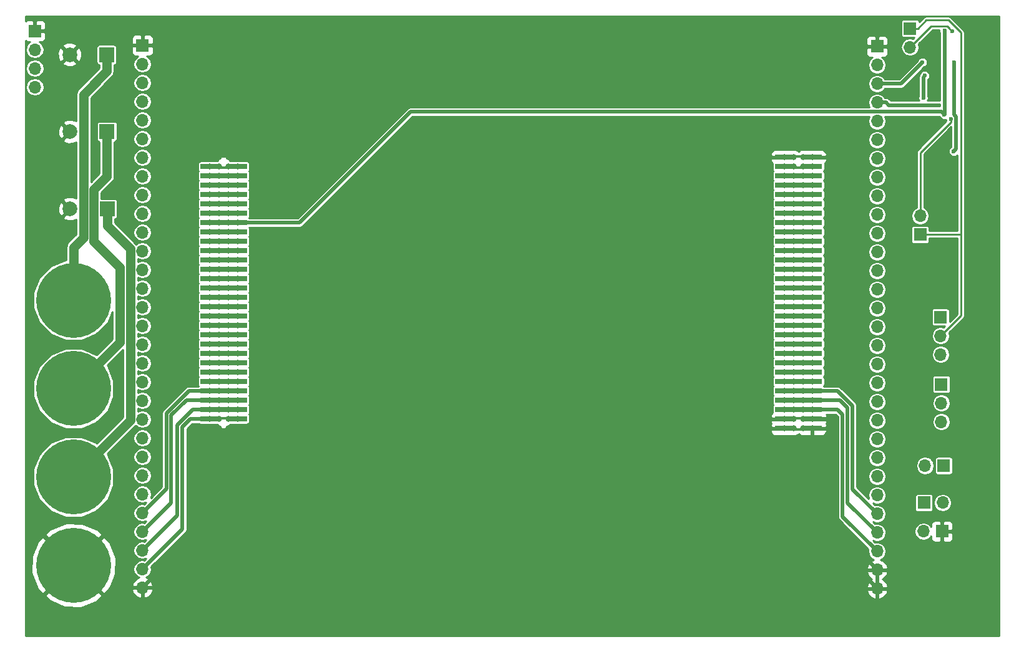
<source format=gbr>
G04 #@! TF.FileFunction,Copper,L2,Bot,Signal*
%FSLAX46Y46*%
G04 Gerber Fmt 4.6, Leading zero omitted, Abs format (unit mm)*
G04 Created by KiCad (PCBNEW 4.0.7) date 06/20/18 14:00:10*
%MOMM*%
%LPD*%
G01*
G04 APERTURE LIST*
%ADD10C,0.100000*%
%ADD11C,0.600000*%
%ADD12R,1.700000X1.700000*%
%ADD13O,1.700000X1.700000*%
%ADD14C,0.800000*%
%ADD15R,2.500000X0.700000*%
%ADD16R,2.500000X0.400000*%
%ADD17R,2.000000X2.000000*%
%ADD18C,2.000000*%
%ADD19C,10.160000*%
%ADD20C,0.508000*%
%ADD21C,1.270000*%
%ADD22C,0.254000*%
G04 APERTURE END LIST*
D10*
D11*
X146634500Y-91736500D03*
X146634500Y-89196500D03*
X146634500Y-84116500D03*
X149174500Y-84116500D03*
X149174500Y-81576500D03*
X41224500Y-35856500D03*
X31064500Y-35856500D03*
X28524500Y-65066500D03*
X28524500Y-63796500D03*
X28524500Y-62526500D03*
X28524500Y-61256500D03*
X28524500Y-59986500D03*
X28524500Y-58716500D03*
X31064500Y-56176500D03*
X31064500Y-54906500D03*
X31064500Y-53636500D03*
X156794500Y-44746500D03*
X146634500Y-59986500D03*
X146634500Y-57446500D03*
X151714500Y-57446500D03*
X146634500Y-49826500D03*
X146634500Y-52366500D03*
X156794500Y-59986500D03*
X156794500Y-62526500D03*
X156794500Y-65066500D03*
X156794500Y-67606500D03*
X151714500Y-67606500D03*
X151714500Y-65066500D03*
X151714500Y-62526500D03*
X151714500Y-59986500D03*
X85674500Y-44746500D03*
X80594500Y-44746500D03*
X136474500Y-44746500D03*
X131394500Y-44746500D03*
X126314500Y-44746500D03*
X121234500Y-44746500D03*
X116154500Y-44746500D03*
X111074500Y-44746500D03*
X105994500Y-44746500D03*
X100914500Y-44746500D03*
X90754500Y-44746500D03*
X95834500Y-44746500D03*
X75514500Y-47286500D03*
X72974500Y-49826500D03*
X70434500Y-52366500D03*
X67894500Y-54906500D03*
X65354500Y-57446500D03*
X62814500Y-59986500D03*
X60274500Y-59986500D03*
X65354500Y-65066500D03*
X67894500Y-62526500D03*
X70434500Y-59986500D03*
X72974500Y-57446500D03*
X75514500Y-54906500D03*
X78054500Y-52366500D03*
X80594500Y-49826500D03*
X85674500Y-49826500D03*
X90754500Y-49826500D03*
X95834500Y-49826500D03*
X100914500Y-49826500D03*
X105994500Y-49826500D03*
X111074500Y-49826500D03*
X116154500Y-49826500D03*
X121234500Y-49826500D03*
X126314500Y-49826500D03*
X50114500Y-39666500D03*
X55194500Y-39666500D03*
X60274500Y-39666500D03*
X65354500Y-39666500D03*
X70434500Y-39666500D03*
X75514500Y-39666500D03*
X80594500Y-39666500D03*
X85674500Y-39666500D03*
X90754500Y-39666500D03*
X95834500Y-39666500D03*
X100914500Y-39666500D03*
X105994500Y-39666500D03*
X111074500Y-39666500D03*
X116154500Y-39666500D03*
X121234500Y-39666500D03*
X126314500Y-39666500D03*
X131394500Y-39666500D03*
X136474500Y-39666500D03*
X139014500Y-112523860D03*
X133934500Y-112523860D03*
X128854500Y-112523860D03*
X123774500Y-112523860D03*
X118694500Y-112523860D03*
X113614500Y-112523860D03*
X108534500Y-112523860D03*
X103454500Y-112523860D03*
X98374500Y-112523860D03*
X93294500Y-112523860D03*
X88214500Y-112523860D03*
X83134500Y-112523860D03*
X78054500Y-112523860D03*
X72974500Y-112523860D03*
X67894500Y-112523860D03*
X62814500Y-112523860D03*
X57734500Y-112523860D03*
X52654500Y-112523860D03*
D12*
X143022620Y-38508260D03*
D13*
X143022620Y-41048260D03*
X143022620Y-43588260D03*
X143022620Y-46128260D03*
X143022620Y-48668260D03*
X143022620Y-51208260D03*
X143022620Y-53748260D03*
X143022620Y-56288260D03*
X143022620Y-58828260D03*
X143022620Y-61368260D03*
X143022620Y-63908260D03*
X143022620Y-66448260D03*
X143022620Y-68988260D03*
X143022620Y-71528260D03*
X143022620Y-74068260D03*
X143022620Y-76608260D03*
X143022620Y-79148260D03*
X143022620Y-81688260D03*
X143022620Y-84228260D03*
X143022620Y-86768260D03*
X143022620Y-89308260D03*
X143022620Y-91848260D03*
X143022620Y-94388260D03*
X143022620Y-96928260D03*
X143022620Y-99468260D03*
X143022620Y-102008260D03*
X143022620Y-104548260D03*
X143022620Y-107088260D03*
X143022620Y-109628260D03*
X143022620Y-112168260D03*
D14*
X56278000Y-53555900D03*
X55008000Y-53555900D03*
X53738000Y-53555900D03*
X52468000Y-53555900D03*
X56278000Y-54825900D03*
X53738000Y-54825900D03*
X55008000Y-54825900D03*
X52468000Y-54825900D03*
X56278000Y-56095900D03*
X55008000Y-56095900D03*
X53738000Y-56095900D03*
X52468000Y-56095900D03*
X56278000Y-57365900D03*
X55008000Y-57365900D03*
X53738000Y-57365900D03*
X52468000Y-57365900D03*
X56278000Y-58635900D03*
X55008000Y-58635900D03*
X53738000Y-58635900D03*
X52468000Y-58635900D03*
X56278000Y-59905900D03*
X55008000Y-59905900D03*
X53738000Y-59905900D03*
X52468000Y-59905900D03*
X56278000Y-61175900D03*
X55008000Y-61175900D03*
X53738000Y-61175900D03*
X52468000Y-61175900D03*
X56278000Y-62445900D03*
X55008000Y-62445900D03*
X53738000Y-62445900D03*
X52468000Y-62445900D03*
X56278000Y-63715900D03*
X55008000Y-63715900D03*
X53738000Y-63715900D03*
X52468000Y-63715900D03*
X56278000Y-64985900D03*
X55008000Y-64985900D03*
X53738000Y-64985900D03*
X52468000Y-64985900D03*
X56278000Y-66255900D03*
X55008000Y-66255900D03*
X53738000Y-66255900D03*
X52468000Y-66255900D03*
X56278000Y-67525900D03*
X55008000Y-67525900D03*
X53738000Y-67525900D03*
X52468000Y-67525900D03*
X56278000Y-68795900D03*
X55008000Y-68795900D03*
X53738000Y-68795900D03*
X52468000Y-68795900D03*
X56278000Y-70065900D03*
X55008000Y-70065900D03*
X53738000Y-70065900D03*
X52468000Y-70065900D03*
X56278000Y-71335900D03*
X55008000Y-71335900D03*
X53738000Y-71335900D03*
X52468000Y-71335900D03*
X56278000Y-72605900D03*
X55008000Y-72605900D03*
X53738000Y-72605900D03*
X52468000Y-72605900D03*
X56278000Y-73875900D03*
X55008000Y-73875900D03*
X53738000Y-73875900D03*
X52468000Y-73875900D03*
X56278000Y-75145900D03*
X55008000Y-75145900D03*
X53738000Y-75145900D03*
X52468000Y-75145900D03*
X56278000Y-76415900D03*
X55008000Y-76415900D03*
X53738000Y-76415900D03*
X52468000Y-76415900D03*
X56278000Y-77685900D03*
X55008000Y-77685900D03*
X53738000Y-77685900D03*
X52468000Y-77685900D03*
X56278000Y-78955900D03*
X55008000Y-78955900D03*
X53738000Y-78955900D03*
X52468000Y-78955900D03*
X56278000Y-80225900D03*
X55008000Y-80225900D03*
X53738000Y-80225900D03*
X52468000Y-80225900D03*
X56278000Y-81495900D03*
X55008000Y-81495900D03*
X53738000Y-81495900D03*
X52468000Y-81495900D03*
X56278000Y-82765900D03*
X55008000Y-82765900D03*
X52468000Y-82765900D03*
X53738000Y-82765900D03*
X56278000Y-84035900D03*
X55008000Y-84035900D03*
X53738000Y-84035900D03*
X52468000Y-84035900D03*
X56278000Y-85305900D03*
X55008000Y-85305900D03*
X53738000Y-85305900D03*
X52468000Y-85305900D03*
X56278000Y-86575900D03*
X55008000Y-86575900D03*
X53738000Y-86575900D03*
X52468000Y-86575900D03*
X56278000Y-87845900D03*
X55008000Y-87845900D03*
X53738000Y-87845900D03*
X52468000Y-87845900D03*
X56278000Y-89115900D03*
X55008000Y-89115900D03*
X53738000Y-89115900D03*
X52468000Y-89115900D03*
X56278000Y-90385900D03*
X55008000Y-90385900D03*
X53738000Y-90385900D03*
X52468000Y-90385900D03*
D15*
X54376610Y-84035900D03*
X54376610Y-85305900D03*
X54376610Y-81495900D03*
X52471610Y-85305900D03*
X52471610Y-81495900D03*
X52471610Y-84035900D03*
X52471610Y-82765900D03*
X56281610Y-73875900D03*
X56281610Y-75145900D03*
X56281610Y-71335900D03*
X56281610Y-72605900D03*
X56281610Y-76415900D03*
X56281610Y-77685900D03*
X56281610Y-80225900D03*
X56281610Y-81495900D03*
X56281610Y-84035900D03*
X56281610Y-78955900D03*
X56281610Y-82765900D03*
X56281610Y-85305900D03*
X56281610Y-89115900D03*
X56281610Y-90385900D03*
X56281610Y-87845900D03*
X56281610Y-86575900D03*
X52471610Y-90385900D03*
X52471610Y-86575900D03*
D16*
X54503610Y-90512900D03*
D15*
X54376610Y-86575900D03*
X54376610Y-87845900D03*
D16*
X54503610Y-88988900D03*
D15*
X52471610Y-87845900D03*
X52471610Y-89115900D03*
X54376610Y-72605900D03*
X52471610Y-71335900D03*
X54376610Y-75145900D03*
X54376610Y-71335900D03*
X54376610Y-73875900D03*
X52471610Y-72605900D03*
X52471610Y-75145900D03*
X52471610Y-73875900D03*
X54376610Y-78955900D03*
X54376610Y-80225900D03*
X52471610Y-80225900D03*
X54376610Y-76415900D03*
X54376610Y-77685900D03*
X52471610Y-78955900D03*
X52471610Y-76415900D03*
X52471610Y-77685900D03*
D16*
X54376610Y-53428900D03*
D15*
X52471610Y-54825900D03*
X52471610Y-53555900D03*
D16*
X54503610Y-54952900D03*
D15*
X54376610Y-56095900D03*
X52471610Y-57365900D03*
X54376610Y-57365900D03*
X52471610Y-56095900D03*
X54376610Y-67525900D03*
X54376610Y-66255900D03*
X52471610Y-67525900D03*
X52471610Y-66255900D03*
X54376610Y-64985900D03*
X54376610Y-63715900D03*
X52471610Y-64985900D03*
X52471610Y-63715900D03*
X56281610Y-53555900D03*
X56281610Y-54825900D03*
X56281610Y-57365900D03*
X56281610Y-58635900D03*
X56281610Y-56095900D03*
X56281610Y-62445900D03*
X56281610Y-64985900D03*
X56281610Y-63715900D03*
X56281610Y-61175900D03*
X56281610Y-59905900D03*
X52471610Y-68795900D03*
X56281610Y-67525900D03*
X56281610Y-70065900D03*
X56281610Y-66255900D03*
X56281610Y-68795900D03*
X54376610Y-70065900D03*
X54376610Y-68795900D03*
X52471610Y-70065900D03*
X52471610Y-62445900D03*
X54376610Y-58635900D03*
X54376610Y-59905900D03*
X54376610Y-62445900D03*
X54376610Y-61175900D03*
X52471610Y-61175900D03*
X52471610Y-59905900D03*
X52471610Y-58635900D03*
X54376610Y-82765900D03*
D14*
X134278000Y-53555900D03*
X133008000Y-53555900D03*
X131738000Y-53555900D03*
X130468000Y-53555900D03*
X134278000Y-54825900D03*
X131738000Y-54825900D03*
X133008000Y-54825900D03*
X130468000Y-54825900D03*
X134278000Y-56095900D03*
X133008000Y-56095900D03*
X131738000Y-56095900D03*
X130468000Y-56095900D03*
X134278000Y-57365900D03*
X133008000Y-57365900D03*
X131738000Y-57365900D03*
X130468000Y-57365900D03*
X134278000Y-58635900D03*
X133008000Y-58635900D03*
X131738000Y-58635900D03*
X130468000Y-58635900D03*
X134278000Y-59905900D03*
X133008000Y-59905900D03*
X131738000Y-59905900D03*
X130468000Y-59905900D03*
X134278000Y-61175900D03*
X133008000Y-61175900D03*
X131738000Y-61175900D03*
X130468000Y-61175900D03*
X134278000Y-62445900D03*
X133008000Y-62445900D03*
X131738000Y-62445900D03*
X130468000Y-62445900D03*
X134278000Y-63715900D03*
X133008000Y-63715900D03*
X131738000Y-63715900D03*
X130468000Y-63715900D03*
X134278000Y-64985900D03*
X133008000Y-64985900D03*
X131738000Y-64985900D03*
X130468000Y-64985900D03*
X134278000Y-66255900D03*
X133008000Y-66255900D03*
X131738000Y-66255900D03*
X130468000Y-66255900D03*
X134278000Y-67525900D03*
X133008000Y-67525900D03*
X131738000Y-67525900D03*
X130468000Y-67525900D03*
X134278000Y-68795900D03*
X133008000Y-68795900D03*
X131738000Y-68795900D03*
X130468000Y-68795900D03*
X134278000Y-70065900D03*
X133008000Y-70065900D03*
X131738000Y-70065900D03*
X130468000Y-70065900D03*
X134278000Y-71335900D03*
X133008000Y-71335900D03*
X131738000Y-71335900D03*
X130468000Y-71335900D03*
X134278000Y-72605900D03*
X133008000Y-72605900D03*
X131738000Y-72605900D03*
X130468000Y-72605900D03*
X134278000Y-73875900D03*
X133008000Y-73875900D03*
X131738000Y-73875900D03*
X130468000Y-73875900D03*
X134278000Y-75145900D03*
X133008000Y-75145900D03*
X131738000Y-75145900D03*
X130468000Y-75145900D03*
X134278000Y-76415900D03*
X133008000Y-76415900D03*
X131738000Y-76415900D03*
X130468000Y-76415900D03*
X134278000Y-77685900D03*
X133008000Y-77685900D03*
X131738000Y-77685900D03*
X130468000Y-77685900D03*
X134278000Y-78955900D03*
X133008000Y-78955900D03*
X131738000Y-78955900D03*
X130468000Y-78955900D03*
X134278000Y-80225900D03*
X133008000Y-80225900D03*
X131738000Y-80225900D03*
X130468000Y-80225900D03*
X134278000Y-81495900D03*
X133008000Y-81495900D03*
X131738000Y-81495900D03*
X130468000Y-81495900D03*
X134278000Y-82765900D03*
X133008000Y-82765900D03*
X130468000Y-82765900D03*
X131738000Y-82765900D03*
X134278000Y-84035900D03*
X133008000Y-84035900D03*
X131738000Y-84035900D03*
X130468000Y-84035900D03*
X134278000Y-85305900D03*
X133008000Y-85305900D03*
X131738000Y-85305900D03*
X130468000Y-85305900D03*
X134278000Y-86575900D03*
X133008000Y-86575900D03*
X131738000Y-86575900D03*
X130468000Y-86575900D03*
X134278000Y-87845900D03*
X133008000Y-87845900D03*
X131738000Y-87845900D03*
X130468000Y-87845900D03*
X134278000Y-89115900D03*
X133008000Y-89115900D03*
X131738000Y-89115900D03*
X130468000Y-89115900D03*
X134278000Y-90385900D03*
X133008000Y-90385900D03*
X131738000Y-90385900D03*
X130468000Y-90385900D03*
D15*
X132376610Y-84035900D03*
X132376610Y-85305900D03*
X132376610Y-81495900D03*
X130471610Y-85305900D03*
X130471610Y-81495900D03*
X130471610Y-84035900D03*
X130471610Y-82765900D03*
X134281610Y-73875900D03*
X134281610Y-75145900D03*
X134281610Y-71335900D03*
X134281610Y-72605900D03*
X134281610Y-76415900D03*
X134281610Y-77685900D03*
X134281610Y-80225900D03*
X134281610Y-81495900D03*
X134281610Y-84035900D03*
X134281610Y-78955900D03*
X134281610Y-82765900D03*
X134281610Y-85305900D03*
X134281610Y-89115900D03*
X134281610Y-90385900D03*
X134281610Y-87845900D03*
X134281610Y-86575900D03*
X130471610Y-90385900D03*
X130471610Y-86575900D03*
D16*
X132503610Y-90512900D03*
D15*
X132376610Y-86575900D03*
X132376610Y-87845900D03*
D16*
X132503610Y-88988900D03*
D15*
X130471610Y-87845900D03*
X130471610Y-89115900D03*
X132376610Y-72605900D03*
X130471610Y-71335900D03*
X132376610Y-75145900D03*
X132376610Y-71335900D03*
X132376610Y-73875900D03*
X130471610Y-72605900D03*
X130471610Y-75145900D03*
X130471610Y-73875900D03*
X132376610Y-78955900D03*
X132376610Y-80225900D03*
X130471610Y-80225900D03*
X132376610Y-76415900D03*
X132376610Y-77685900D03*
X130471610Y-78955900D03*
X130471610Y-76415900D03*
X130471610Y-77685900D03*
D16*
X132376610Y-53428900D03*
D15*
X130471610Y-54825900D03*
X130471610Y-53555900D03*
D16*
X132503610Y-54952900D03*
D15*
X132376610Y-56095900D03*
X130471610Y-57365900D03*
X132376610Y-57365900D03*
X130471610Y-56095900D03*
X132376610Y-67525900D03*
X132376610Y-66255900D03*
X130471610Y-67525900D03*
X130471610Y-66255900D03*
X132376610Y-64985900D03*
X132376610Y-63715900D03*
X130471610Y-64985900D03*
X130471610Y-63715900D03*
X134281610Y-53555900D03*
X134281610Y-54825900D03*
X134281610Y-57365900D03*
X134281610Y-58635900D03*
X134281610Y-56095900D03*
X134281610Y-62445900D03*
X134281610Y-64985900D03*
X134281610Y-63715900D03*
X134281610Y-61175900D03*
X134281610Y-59905900D03*
X130471610Y-68795900D03*
X134281610Y-67525900D03*
X134281610Y-70065900D03*
X134281610Y-66255900D03*
X134281610Y-68795900D03*
X132376610Y-70065900D03*
X132376610Y-68795900D03*
X130471610Y-70065900D03*
X130471610Y-62445900D03*
X132376610Y-58635900D03*
X132376610Y-59905900D03*
X132376610Y-62445900D03*
X132376610Y-61175900D03*
X130471610Y-61175900D03*
X130471610Y-59905900D03*
X130471610Y-58635900D03*
X132376610Y-82765900D03*
D12*
X43335240Y-38388880D03*
D13*
X43335240Y-40928880D03*
X43335240Y-43468880D03*
X43335240Y-46008880D03*
X43335240Y-48548880D03*
X43335240Y-51088880D03*
X43335240Y-53628880D03*
X43335240Y-56168880D03*
X43335240Y-58708880D03*
X43335240Y-61248880D03*
X43335240Y-63788880D03*
X43335240Y-66328880D03*
X43335240Y-68868880D03*
X43335240Y-71408880D03*
X43335240Y-73948880D03*
X43335240Y-76488880D03*
X43335240Y-79028880D03*
X43335240Y-81568880D03*
X43335240Y-84108880D03*
X43335240Y-86648880D03*
X43335240Y-89188880D03*
X43335240Y-91728880D03*
X43335240Y-94268880D03*
X43335240Y-96808880D03*
X43335240Y-99348880D03*
X43335240Y-101888880D03*
X43335240Y-104428880D03*
X43335240Y-106968880D03*
X43335240Y-109508880D03*
X43335240Y-112048880D03*
D12*
X149392940Y-100496960D03*
D13*
X151932940Y-100496960D03*
D12*
X151851660Y-104388240D03*
D13*
X149311660Y-104388240D03*
D12*
X151643380Y-75295080D03*
D13*
X151643380Y-77835080D03*
X151643380Y-80375080D03*
D12*
X151734820Y-84416220D03*
D13*
X151734820Y-86956220D03*
X151734820Y-89496220D03*
D12*
X152059940Y-95470300D03*
D13*
X149519940Y-95470300D03*
D17*
X38544500Y-60586500D03*
D18*
X33544500Y-60586500D03*
D17*
X38534500Y-50096500D03*
D18*
X33534500Y-50096500D03*
D17*
X38474500Y-39636500D03*
D18*
X33474500Y-39636500D03*
D12*
X28744500Y-36426500D03*
D13*
X28744500Y-38966500D03*
X28744500Y-41506500D03*
X28744500Y-44046500D03*
D12*
X147489500Y-36076500D03*
D13*
X147489500Y-38616500D03*
D12*
X148864500Y-64081500D03*
D13*
X148864500Y-61541500D03*
D19*
X34000000Y-85000000D03*
X34000000Y-73000000D03*
X34000000Y-109000000D03*
X34000000Y-97000000D03*
D11*
X155589500Y-48391500D03*
X150864500Y-48316500D03*
X149479300Y-42483360D03*
X149286260Y-45523740D03*
X153462310Y-40685040D03*
X153411220Y-52780520D03*
X149174500Y-40685040D03*
X151457670Y-46523908D03*
X152164080Y-36374660D03*
X152136140Y-47786880D03*
X153214500Y-36491500D03*
X153014500Y-48366500D03*
D20*
X43335240Y-112048880D02*
X52468000Y-102916120D01*
X52468000Y-102916120D02*
X52468000Y-90385900D01*
X143022620Y-112168260D02*
X134278000Y-103423640D01*
X134278000Y-103423640D02*
X134278000Y-90385900D01*
X137302540Y-89356520D02*
X137061920Y-89115900D01*
X137061920Y-89115900D02*
X134278000Y-89115900D01*
X143022620Y-109628260D02*
X137302540Y-103908180D01*
X137302540Y-103908180D02*
X137302540Y-89356520D01*
X51902315Y-85305900D02*
X52468000Y-85305900D01*
X46594038Y-88352218D02*
X49640356Y-85305900D01*
X46594038Y-98630082D02*
X46594038Y-88352218D01*
X43335240Y-101888880D02*
X46594038Y-98630082D01*
X49640356Y-85305900D02*
X51902315Y-85305900D01*
X49304318Y-86575900D02*
X51902315Y-86575900D01*
X51902315Y-86575900D02*
X52468000Y-86575900D01*
X43335240Y-104428880D02*
X47254449Y-100509671D01*
X47254449Y-88625769D02*
X49304318Y-86575900D01*
X47254449Y-100509671D02*
X47254449Y-88625769D01*
X50713610Y-87845900D02*
X52471610Y-87845900D01*
X50162838Y-87845900D02*
X50713610Y-87845900D01*
X48085040Y-89923698D02*
X50162838Y-87845900D01*
X48085040Y-102219080D02*
X48085040Y-89923698D01*
X43335240Y-106968880D02*
X48085040Y-102219080D01*
X43335240Y-109508880D02*
X48765760Y-104078360D01*
X48765760Y-104078360D02*
X48765760Y-90176940D01*
X48765760Y-90176940D02*
X49826800Y-89115900D01*
X49826800Y-89115900D02*
X52468000Y-89115900D01*
X149286260Y-45523740D02*
X149286260Y-42676400D01*
X149286260Y-42676400D02*
X149479300Y-42483360D01*
X153462310Y-47768836D02*
X153462310Y-41109304D01*
X153720901Y-48027427D02*
X153462310Y-47768836D01*
X153720901Y-52470839D02*
X153720901Y-48027427D01*
X153462310Y-41109304D02*
X153462310Y-40685040D01*
X153411220Y-52780520D02*
X153720901Y-52470839D01*
X149174500Y-40685040D02*
X146271280Y-43588260D01*
X146271280Y-43588260D02*
X143022620Y-43588260D01*
X144224701Y-46128260D02*
X144620349Y-46523908D01*
X143022620Y-46128260D02*
X144224701Y-46128260D01*
X151033406Y-46523908D02*
X151457670Y-46523908D01*
X144620349Y-46523908D02*
X151033406Y-46523908D01*
X134843685Y-85305900D02*
X134278000Y-85305900D01*
X137614124Y-85305900D02*
X134843685Y-85305900D01*
X139654601Y-87346377D02*
X137614124Y-85305900D01*
X139654602Y-98640242D02*
X139654601Y-87346377D01*
X143022620Y-102008260D02*
X139654602Y-98640242D01*
X134843685Y-86575900D02*
X134278000Y-86575900D01*
X137950162Y-86575900D02*
X134843685Y-86575900D01*
X138994191Y-87619929D02*
X137950162Y-86575900D01*
X138994191Y-100519831D02*
X138994191Y-87619929D01*
X143022620Y-104548260D02*
X138994191Y-100519831D01*
X138333780Y-88543720D02*
X137635960Y-87845900D01*
X137635960Y-87845900D02*
X134278000Y-87845900D01*
X138333780Y-102399420D02*
X138333780Y-88543720D01*
X143022620Y-107088260D02*
X138333780Y-102399420D01*
D21*
X34000000Y-73000000D02*
X34000000Y-65815796D01*
X34000000Y-65815796D02*
X35331901Y-64483895D01*
X35331901Y-64483895D02*
X35331901Y-45049099D01*
X35331901Y-45049099D02*
X38474500Y-41906500D01*
X38474500Y-41906500D02*
X38474500Y-39636500D01*
D20*
X152164080Y-36374660D02*
X152164080Y-47758940D01*
X152164080Y-47758940D02*
X152136140Y-47786880D01*
X79735081Y-47411859D02*
X64701040Y-62445900D01*
X64701040Y-62445900D02*
X56278000Y-62445900D01*
X152136140Y-47786880D02*
X151761119Y-47411859D01*
X151761119Y-47411859D02*
X79735081Y-47411859D01*
D21*
X38534500Y-52366500D02*
X38534500Y-50096500D01*
X36754312Y-57946688D02*
X38534500Y-56166500D01*
X36754312Y-65006312D02*
X36754312Y-57946688D01*
X38534500Y-56166500D02*
X38534500Y-52366500D01*
X40275428Y-68527428D02*
X36754312Y-65006312D01*
X40275428Y-78724572D02*
X40275428Y-68527428D01*
X34000000Y-85000000D02*
X40275428Y-78724572D01*
X38544500Y-62856500D02*
X38544500Y-60586500D01*
X34000000Y-97000000D02*
X41697839Y-89302161D01*
X41697839Y-89302161D02*
X41697839Y-66009839D01*
X41697839Y-66009839D02*
X38544500Y-62856500D01*
D22*
X154389500Y-36641500D02*
X154389500Y-64066500D01*
X154389500Y-64066500D02*
X154389500Y-75088960D01*
X148864500Y-64081500D02*
X149968500Y-64081500D01*
X149968500Y-64081500D02*
X149983500Y-64066500D01*
X149983500Y-64066500D02*
X154389500Y-64066500D01*
X154389500Y-75088960D02*
X152493379Y-76985081D01*
X152714500Y-34966500D02*
X154389500Y-36641500D01*
X152493379Y-76985081D02*
X151643380Y-77835080D01*
X149703500Y-34966500D02*
X152714500Y-34966500D01*
X148593500Y-36076500D02*
X149703500Y-34966500D01*
X147489500Y-36076500D02*
X148593500Y-36076500D01*
X153214500Y-36491500D02*
X152914501Y-36191501D01*
X152914501Y-36191501D02*
X152914501Y-36091501D01*
X152914501Y-36091501D02*
X152564500Y-35741500D01*
X152564500Y-35741500D02*
X150364500Y-35741500D01*
X150364500Y-35741500D02*
X147489500Y-38616500D01*
X153014500Y-48366500D02*
X153014500Y-48790764D01*
X153014500Y-48790764D02*
X148864500Y-52940764D01*
X148864500Y-52940764D02*
X148864500Y-60339419D01*
X148864500Y-60339419D02*
X148864500Y-61541500D01*
G36*
X159544021Y-118544000D02*
X27456521Y-118544000D01*
X27456777Y-113096828D01*
X30082777Y-113096828D01*
X30678556Y-113787641D01*
X32763537Y-114694265D01*
X35036758Y-114733989D01*
X37152142Y-113900765D01*
X37321444Y-113787641D01*
X37917223Y-113096828D01*
X34000000Y-109179605D01*
X30082777Y-113096828D01*
X27456777Y-113096828D01*
X27456921Y-110036758D01*
X28266011Y-110036758D01*
X29099235Y-112152142D01*
X29212359Y-112321444D01*
X29903172Y-112917223D01*
X33820395Y-109000000D01*
X34179605Y-109000000D01*
X38096828Y-112917223D01*
X38689863Y-112405770D01*
X41893764Y-112405770D01*
X42063595Y-112815804D01*
X42453882Y-113244063D01*
X42978348Y-113490366D01*
X43208240Y-113369699D01*
X43208240Y-112175880D01*
X43462240Y-112175880D01*
X43462240Y-113369699D01*
X43692132Y-113490366D01*
X44216598Y-113244063D01*
X44606885Y-112815804D01*
X44727270Y-112525150D01*
X141581144Y-112525150D01*
X141750975Y-112935184D01*
X142141262Y-113363443D01*
X142665728Y-113609746D01*
X142895620Y-113489079D01*
X142895620Y-112295260D01*
X143149620Y-112295260D01*
X143149620Y-113489079D01*
X143379512Y-113609746D01*
X143903978Y-113363443D01*
X144294265Y-112935184D01*
X144464096Y-112525150D01*
X144342775Y-112295260D01*
X143149620Y-112295260D01*
X142895620Y-112295260D01*
X141702465Y-112295260D01*
X141581144Y-112525150D01*
X44727270Y-112525150D01*
X44776716Y-112405770D01*
X44655395Y-112175880D01*
X43462240Y-112175880D01*
X43208240Y-112175880D01*
X42015085Y-112175880D01*
X41893764Y-112405770D01*
X38689863Y-112405770D01*
X38787641Y-112321444D01*
X39061350Y-111691990D01*
X41893764Y-111691990D01*
X42015085Y-111921880D01*
X43208240Y-111921880D01*
X43208240Y-111901880D01*
X43462240Y-111901880D01*
X43462240Y-111921880D01*
X44655395Y-111921880D01*
X44776716Y-111691990D01*
X44606885Y-111281956D01*
X44216598Y-110853697D01*
X43791293Y-110653963D01*
X43830440Y-110646176D01*
X44229805Y-110379328D01*
X44493187Y-109985150D01*
X141581144Y-109985150D01*
X141750975Y-110395184D01*
X142141262Y-110823443D01*
X142300574Y-110898260D01*
X142141262Y-110973077D01*
X141750975Y-111401336D01*
X141581144Y-111811370D01*
X141702465Y-112041260D01*
X142895620Y-112041260D01*
X142895620Y-109755260D01*
X143149620Y-109755260D01*
X143149620Y-112041260D01*
X144342775Y-112041260D01*
X144464096Y-111811370D01*
X144294265Y-111401336D01*
X143903978Y-110973077D01*
X143744666Y-110898260D01*
X143903978Y-110823443D01*
X144294265Y-110395184D01*
X144464096Y-109985150D01*
X144342775Y-109755260D01*
X143149620Y-109755260D01*
X142895620Y-109755260D01*
X141702465Y-109755260D01*
X141581144Y-109985150D01*
X44493187Y-109985150D01*
X44496653Y-109979963D01*
X44590357Y-109508880D01*
X44531112Y-109211034D01*
X49214773Y-104527373D01*
X49352424Y-104321364D01*
X49400760Y-104078360D01*
X49400760Y-90439966D01*
X50089826Y-89750900D01*
X50963843Y-89750900D01*
X51070476Y-89823759D01*
X51221610Y-89854364D01*
X52209857Y-89854364D01*
X52311968Y-89896764D01*
X52622669Y-89897036D01*
X52725943Y-89854364D01*
X53479857Y-89854364D01*
X53547385Y-89882404D01*
X53547357Y-89914382D01*
X53672767Y-90217898D01*
X53904781Y-90450317D01*
X54208077Y-90576257D01*
X54536482Y-90576543D01*
X54839998Y-90451133D01*
X55072417Y-90219119D01*
X55198357Y-89915823D01*
X55198386Y-89882278D01*
X55265943Y-89854364D01*
X56019857Y-89854364D01*
X56121968Y-89896764D01*
X56432669Y-89897036D01*
X56535943Y-89854364D01*
X57531610Y-89854364D01*
X57672800Y-89827797D01*
X57802475Y-89744354D01*
X57889469Y-89617034D01*
X57920074Y-89465900D01*
X57920074Y-88765900D01*
X57893507Y-88624710D01*
X57810064Y-88495035D01*
X57790796Y-88481869D01*
X57802475Y-88474354D01*
X57889469Y-88347034D01*
X57920074Y-88195900D01*
X57920074Y-87495900D01*
X57893507Y-87354710D01*
X57810064Y-87225035D01*
X57790796Y-87211869D01*
X57802475Y-87204354D01*
X57889469Y-87077034D01*
X57920074Y-86925900D01*
X57920074Y-86225900D01*
X57893507Y-86084710D01*
X57810064Y-85955035D01*
X57790796Y-85941869D01*
X57802475Y-85934354D01*
X57889469Y-85807034D01*
X57920074Y-85655900D01*
X57920074Y-84955900D01*
X57893507Y-84814710D01*
X57810064Y-84685035D01*
X57790796Y-84671869D01*
X57802475Y-84664354D01*
X57889469Y-84537034D01*
X57920074Y-84385900D01*
X57920074Y-83685900D01*
X57893507Y-83544710D01*
X57810064Y-83415035D01*
X57790796Y-83401869D01*
X57802475Y-83394354D01*
X57889469Y-83267034D01*
X57920074Y-83115900D01*
X57920074Y-82415900D01*
X57893507Y-82274710D01*
X57810064Y-82145035D01*
X57790796Y-82131869D01*
X57802475Y-82124354D01*
X57889469Y-81997034D01*
X57920074Y-81845900D01*
X57920074Y-81145900D01*
X57893507Y-81004710D01*
X57810064Y-80875035D01*
X57790796Y-80861869D01*
X57802475Y-80854354D01*
X57889469Y-80727034D01*
X57920074Y-80575900D01*
X57920074Y-79875900D01*
X57893507Y-79734710D01*
X57810064Y-79605035D01*
X57790796Y-79591869D01*
X57802475Y-79584354D01*
X57889469Y-79457034D01*
X57920074Y-79305900D01*
X57920074Y-78605900D01*
X57893507Y-78464710D01*
X57810064Y-78335035D01*
X57790796Y-78321869D01*
X57802475Y-78314354D01*
X57889469Y-78187034D01*
X57920074Y-78035900D01*
X57920074Y-77335900D01*
X57893507Y-77194710D01*
X57810064Y-77065035D01*
X57790796Y-77051869D01*
X57802475Y-77044354D01*
X57889469Y-76917034D01*
X57920074Y-76765900D01*
X57920074Y-76065900D01*
X57893507Y-75924710D01*
X57810064Y-75795035D01*
X57790796Y-75781869D01*
X57802475Y-75774354D01*
X57889469Y-75647034D01*
X57920074Y-75495900D01*
X57920074Y-74795900D01*
X57893507Y-74654710D01*
X57810064Y-74525035D01*
X57790796Y-74511869D01*
X57802475Y-74504354D01*
X57889469Y-74377034D01*
X57920074Y-74225900D01*
X57920074Y-73525900D01*
X57893507Y-73384710D01*
X57810064Y-73255035D01*
X57790796Y-73241869D01*
X57802475Y-73234354D01*
X57889469Y-73107034D01*
X57920074Y-72955900D01*
X57920074Y-72255900D01*
X57893507Y-72114710D01*
X57810064Y-71985035D01*
X57790796Y-71971869D01*
X57802475Y-71964354D01*
X57889469Y-71837034D01*
X57920074Y-71685900D01*
X57920074Y-70985900D01*
X57893507Y-70844710D01*
X57810064Y-70715035D01*
X57790796Y-70701869D01*
X57802475Y-70694354D01*
X57889469Y-70567034D01*
X57920074Y-70415900D01*
X57920074Y-69715900D01*
X57893507Y-69574710D01*
X57810064Y-69445035D01*
X57790796Y-69431869D01*
X57802475Y-69424354D01*
X57889469Y-69297034D01*
X57920074Y-69145900D01*
X57920074Y-68445900D01*
X57893507Y-68304710D01*
X57810064Y-68175035D01*
X57790796Y-68161869D01*
X57802475Y-68154354D01*
X57889469Y-68027034D01*
X57920074Y-67875900D01*
X57920074Y-67175900D01*
X57893507Y-67034710D01*
X57810064Y-66905035D01*
X57790796Y-66891869D01*
X57802475Y-66884354D01*
X57889469Y-66757034D01*
X57920074Y-66605900D01*
X57920074Y-65905900D01*
X57893507Y-65764710D01*
X57810064Y-65635035D01*
X57790796Y-65621869D01*
X57802475Y-65614354D01*
X57889469Y-65487034D01*
X57920074Y-65335900D01*
X57920074Y-64635900D01*
X57893507Y-64494710D01*
X57810064Y-64365035D01*
X57790796Y-64351869D01*
X57802475Y-64344354D01*
X57889469Y-64217034D01*
X57920074Y-64065900D01*
X57920074Y-63365900D01*
X57893507Y-63224710D01*
X57810064Y-63095035D01*
X57790796Y-63081869D01*
X57792302Y-63080900D01*
X64701040Y-63080900D01*
X64944044Y-63032564D01*
X65150053Y-62894913D01*
X74965375Y-53079591D01*
X128586610Y-53079591D01*
X128586610Y-53270150D01*
X128745360Y-53428900D01*
X129421600Y-53428900D01*
X129419691Y-53434831D01*
X129439921Y-53682900D01*
X128745360Y-53682900D01*
X128586610Y-53841650D01*
X128586610Y-54032209D01*
X128683283Y-54265598D01*
X128843324Y-54425640D01*
X128833146Y-54475900D01*
X128833146Y-55175900D01*
X128859713Y-55317090D01*
X128943156Y-55446765D01*
X128962424Y-55459931D01*
X128950745Y-55467446D01*
X128863751Y-55594766D01*
X128833146Y-55745900D01*
X128833146Y-56445900D01*
X128859713Y-56587090D01*
X128943156Y-56716765D01*
X128962424Y-56729931D01*
X128950745Y-56737446D01*
X128863751Y-56864766D01*
X128833146Y-57015900D01*
X128833146Y-57715900D01*
X128859713Y-57857090D01*
X128943156Y-57986765D01*
X128962424Y-57999931D01*
X128950745Y-58007446D01*
X128863751Y-58134766D01*
X128833146Y-58285900D01*
X128833146Y-58985900D01*
X128859713Y-59127090D01*
X128943156Y-59256765D01*
X128962424Y-59269931D01*
X128950745Y-59277446D01*
X128863751Y-59404766D01*
X128833146Y-59555900D01*
X128833146Y-60255900D01*
X128859713Y-60397090D01*
X128943156Y-60526765D01*
X128962424Y-60539931D01*
X128950745Y-60547446D01*
X128863751Y-60674766D01*
X128833146Y-60825900D01*
X128833146Y-61525900D01*
X128859713Y-61667090D01*
X128943156Y-61796765D01*
X128962424Y-61809931D01*
X128950745Y-61817446D01*
X128863751Y-61944766D01*
X128833146Y-62095900D01*
X128833146Y-62795900D01*
X128859713Y-62937090D01*
X128943156Y-63066765D01*
X128962424Y-63079931D01*
X128950745Y-63087446D01*
X128863751Y-63214766D01*
X128833146Y-63365900D01*
X128833146Y-64065900D01*
X128859713Y-64207090D01*
X128943156Y-64336765D01*
X128962424Y-64349931D01*
X128950745Y-64357446D01*
X128863751Y-64484766D01*
X128833146Y-64635900D01*
X128833146Y-65335900D01*
X128859713Y-65477090D01*
X128943156Y-65606765D01*
X128962424Y-65619931D01*
X128950745Y-65627446D01*
X128863751Y-65754766D01*
X128833146Y-65905900D01*
X128833146Y-66605900D01*
X128859713Y-66747090D01*
X128943156Y-66876765D01*
X128962424Y-66889931D01*
X128950745Y-66897446D01*
X128863751Y-67024766D01*
X128833146Y-67175900D01*
X128833146Y-67875900D01*
X128859713Y-68017090D01*
X128943156Y-68146765D01*
X128962424Y-68159931D01*
X128950745Y-68167446D01*
X128863751Y-68294766D01*
X128833146Y-68445900D01*
X128833146Y-69145900D01*
X128859713Y-69287090D01*
X128943156Y-69416765D01*
X128962424Y-69429931D01*
X128950745Y-69437446D01*
X128863751Y-69564766D01*
X128833146Y-69715900D01*
X128833146Y-70415900D01*
X128859713Y-70557090D01*
X128943156Y-70686765D01*
X128962424Y-70699931D01*
X128950745Y-70707446D01*
X128863751Y-70834766D01*
X128833146Y-70985900D01*
X128833146Y-71685900D01*
X128859713Y-71827090D01*
X128943156Y-71956765D01*
X128962424Y-71969931D01*
X128950745Y-71977446D01*
X128863751Y-72104766D01*
X128833146Y-72255900D01*
X128833146Y-72955900D01*
X128859713Y-73097090D01*
X128943156Y-73226765D01*
X128962424Y-73239931D01*
X128950745Y-73247446D01*
X128863751Y-73374766D01*
X128833146Y-73525900D01*
X128833146Y-74225900D01*
X128859713Y-74367090D01*
X128943156Y-74496765D01*
X128962424Y-74509931D01*
X128950745Y-74517446D01*
X128863751Y-74644766D01*
X128833146Y-74795900D01*
X128833146Y-75495900D01*
X128859713Y-75637090D01*
X128943156Y-75766765D01*
X128962424Y-75779931D01*
X128950745Y-75787446D01*
X128863751Y-75914766D01*
X128833146Y-76065900D01*
X128833146Y-76765900D01*
X128859713Y-76907090D01*
X128943156Y-77036765D01*
X128962424Y-77049931D01*
X128950745Y-77057446D01*
X128863751Y-77184766D01*
X128833146Y-77335900D01*
X128833146Y-78035900D01*
X128859713Y-78177090D01*
X128943156Y-78306765D01*
X128962424Y-78319931D01*
X128950745Y-78327446D01*
X128863751Y-78454766D01*
X128833146Y-78605900D01*
X128833146Y-79305900D01*
X128859713Y-79447090D01*
X128943156Y-79576765D01*
X128962424Y-79589931D01*
X128950745Y-79597446D01*
X128863751Y-79724766D01*
X128833146Y-79875900D01*
X128833146Y-80575900D01*
X128859713Y-80717090D01*
X128943156Y-80846765D01*
X128962424Y-80859931D01*
X128950745Y-80867446D01*
X128863751Y-80994766D01*
X128833146Y-81145900D01*
X128833146Y-81845900D01*
X128859713Y-81987090D01*
X128943156Y-82116765D01*
X128962424Y-82129931D01*
X128950745Y-82137446D01*
X128863751Y-82264766D01*
X128833146Y-82415900D01*
X128833146Y-83115900D01*
X128859713Y-83257090D01*
X128943156Y-83386765D01*
X128962424Y-83399931D01*
X128950745Y-83407446D01*
X128863751Y-83534766D01*
X128833146Y-83685900D01*
X128833146Y-84385900D01*
X128859713Y-84527090D01*
X128943156Y-84656765D01*
X128962424Y-84669931D01*
X128950745Y-84677446D01*
X128863751Y-84804766D01*
X128833146Y-84955900D01*
X128833146Y-85655900D01*
X128859713Y-85797090D01*
X128943156Y-85926765D01*
X128962424Y-85939931D01*
X128950745Y-85947446D01*
X128863751Y-86074766D01*
X128833146Y-86225900D01*
X128833146Y-86925900D01*
X128859713Y-87067090D01*
X128943156Y-87196765D01*
X128962424Y-87209931D01*
X128950745Y-87217446D01*
X128863751Y-87344766D01*
X128833146Y-87495900D01*
X128833146Y-88195900D01*
X128842717Y-88246767D01*
X128683283Y-88406202D01*
X128586610Y-88639591D01*
X128586610Y-88830150D01*
X128745360Y-88988900D01*
X129421600Y-88988900D01*
X129419691Y-88994831D01*
X129439921Y-89242900D01*
X128745360Y-89242900D01*
X128586610Y-89401650D01*
X128586610Y-89592209D01*
X128652342Y-89750900D01*
X128586610Y-89909591D01*
X128586610Y-90100150D01*
X128745360Y-90258900D01*
X129421600Y-90258900D01*
X129419691Y-90264831D01*
X129439921Y-90512900D01*
X128745360Y-90512900D01*
X128586610Y-90671650D01*
X128586610Y-90862209D01*
X128683283Y-91095598D01*
X128861911Y-91274227D01*
X129095300Y-91370900D01*
X130150194Y-91370900D01*
X130346931Y-91434209D01*
X130757318Y-91400742D01*
X130829363Y-91370900D01*
X131420194Y-91370900D01*
X131616931Y-91434209D01*
X132027318Y-91400742D01*
X132154889Y-91347900D01*
X132217860Y-91347900D01*
X132349496Y-91216264D01*
X132353370Y-91220138D01*
X132373000Y-91200508D01*
X132392630Y-91220138D01*
X132474483Y-91138285D01*
X132494977Y-91308080D01*
X132886931Y-91434209D01*
X133297318Y-91400742D01*
X133369363Y-91370900D01*
X133960194Y-91370900D01*
X134156931Y-91434209D01*
X134567318Y-91400742D01*
X134639363Y-91370900D01*
X135657920Y-91370900D01*
X135891309Y-91274227D01*
X136069937Y-91095598D01*
X136166610Y-90862209D01*
X136166610Y-90671650D01*
X136007860Y-90512900D01*
X135324400Y-90512900D01*
X135326309Y-90506969D01*
X135306079Y-90258900D01*
X136007860Y-90258900D01*
X136166610Y-90100150D01*
X136166610Y-89909591D01*
X136100878Y-89750900D01*
X136166610Y-89592209D01*
X136166610Y-89401650D01*
X136007860Y-89242900D01*
X135324400Y-89242900D01*
X135326309Y-89236969D01*
X135306079Y-88988900D01*
X136007860Y-88988900D01*
X136166610Y-88830150D01*
X136166610Y-88639591D01*
X136100878Y-88480900D01*
X137372934Y-88480900D01*
X137698780Y-88806745D01*
X137698780Y-102399420D01*
X137747116Y-102642424D01*
X137884767Y-102848433D01*
X141826748Y-106790414D01*
X141767503Y-107088260D01*
X141861207Y-107559343D01*
X142128055Y-107958708D01*
X142527420Y-108225556D01*
X142566567Y-108233343D01*
X142141262Y-108433077D01*
X141750975Y-108861336D01*
X141581144Y-109271370D01*
X141702465Y-109501260D01*
X142895620Y-109501260D01*
X142895620Y-109481260D01*
X143149620Y-109481260D01*
X143149620Y-109501260D01*
X144342775Y-109501260D01*
X144464096Y-109271370D01*
X144294265Y-108861336D01*
X143903978Y-108433077D01*
X143478673Y-108233343D01*
X143517820Y-108225556D01*
X143917185Y-107958708D01*
X144184033Y-107559343D01*
X144277737Y-107088260D01*
X144184033Y-106617177D01*
X143917185Y-106217812D01*
X143517820Y-105950964D01*
X143046737Y-105857260D01*
X142998503Y-105857260D01*
X142740889Y-105908503D01*
X142498856Y-105666470D01*
X142527420Y-105685556D01*
X142998503Y-105779260D01*
X143046737Y-105779260D01*
X143517820Y-105685556D01*
X143917185Y-105418708D01*
X144184033Y-105019343D01*
X144277737Y-104548260D01*
X144241110Y-104364123D01*
X148080660Y-104364123D01*
X148080660Y-104412357D01*
X148174364Y-104883440D01*
X148441212Y-105282805D01*
X148840577Y-105549653D01*
X149311660Y-105643357D01*
X149782743Y-105549653D01*
X150182108Y-105282805D01*
X150366660Y-105006604D01*
X150366660Y-105364549D01*
X150463333Y-105597938D01*
X150641961Y-105776567D01*
X150875350Y-105873240D01*
X151565910Y-105873240D01*
X151724660Y-105714490D01*
X151724660Y-104515240D01*
X151978660Y-104515240D01*
X151978660Y-105714490D01*
X152137410Y-105873240D01*
X152827970Y-105873240D01*
X153061359Y-105776567D01*
X153239987Y-105597938D01*
X153336660Y-105364549D01*
X153336660Y-104673990D01*
X153177910Y-104515240D01*
X151978660Y-104515240D01*
X151724660Y-104515240D01*
X151704660Y-104515240D01*
X151704660Y-104261240D01*
X151724660Y-104261240D01*
X151724660Y-103061990D01*
X151978660Y-103061990D01*
X151978660Y-104261240D01*
X153177910Y-104261240D01*
X153336660Y-104102490D01*
X153336660Y-103411931D01*
X153239987Y-103178542D01*
X153061359Y-102999913D01*
X152827970Y-102903240D01*
X152137410Y-102903240D01*
X151978660Y-103061990D01*
X151724660Y-103061990D01*
X151565910Y-102903240D01*
X150875350Y-102903240D01*
X150641961Y-102999913D01*
X150463333Y-103178542D01*
X150366660Y-103411931D01*
X150366660Y-103769876D01*
X150182108Y-103493675D01*
X149782743Y-103226827D01*
X149311660Y-103133123D01*
X148840577Y-103226827D01*
X148441212Y-103493675D01*
X148174364Y-103893040D01*
X148080660Y-104364123D01*
X144241110Y-104364123D01*
X144184033Y-104077177D01*
X143917185Y-103677812D01*
X143517820Y-103410964D01*
X143046737Y-103317260D01*
X142998503Y-103317260D01*
X142740889Y-103368503D01*
X142498856Y-103126470D01*
X142527420Y-103145556D01*
X142998503Y-103239260D01*
X143046737Y-103239260D01*
X143517820Y-103145556D01*
X143917185Y-102878708D01*
X144184033Y-102479343D01*
X144277737Y-102008260D01*
X144184033Y-101537177D01*
X143917185Y-101137812D01*
X143517820Y-100870964D01*
X143046737Y-100777260D01*
X142998503Y-100777260D01*
X142740889Y-100828503D01*
X142498856Y-100586470D01*
X142527420Y-100605556D01*
X142998503Y-100699260D01*
X143046737Y-100699260D01*
X143517820Y-100605556D01*
X143917185Y-100338708D01*
X144184033Y-99939343D01*
X144242191Y-99646960D01*
X148154476Y-99646960D01*
X148154476Y-101346960D01*
X148181043Y-101488150D01*
X148264486Y-101617825D01*
X148391806Y-101704819D01*
X148542940Y-101735424D01*
X150242940Y-101735424D01*
X150384130Y-101708857D01*
X150513805Y-101625414D01*
X150600799Y-101498094D01*
X150631404Y-101346960D01*
X150631404Y-100472843D01*
X150701940Y-100472843D01*
X150701940Y-100521077D01*
X150795644Y-100992160D01*
X151062492Y-101391525D01*
X151461857Y-101658373D01*
X151932940Y-101752077D01*
X152404023Y-101658373D01*
X152803388Y-101391525D01*
X153070236Y-100992160D01*
X153163940Y-100521077D01*
X153163940Y-100472843D01*
X153070236Y-100001760D01*
X152803388Y-99602395D01*
X152404023Y-99335547D01*
X151932940Y-99241843D01*
X151461857Y-99335547D01*
X151062492Y-99602395D01*
X150795644Y-100001760D01*
X150701940Y-100472843D01*
X150631404Y-100472843D01*
X150631404Y-99646960D01*
X150604837Y-99505770D01*
X150521394Y-99376095D01*
X150394074Y-99289101D01*
X150242940Y-99258496D01*
X148542940Y-99258496D01*
X148401750Y-99285063D01*
X148272075Y-99368506D01*
X148185081Y-99495826D01*
X148154476Y-99646960D01*
X144242191Y-99646960D01*
X144277737Y-99468260D01*
X144184033Y-98997177D01*
X143917185Y-98597812D01*
X143517820Y-98330964D01*
X143046737Y-98237260D01*
X142998503Y-98237260D01*
X142527420Y-98330964D01*
X142128055Y-98597812D01*
X141861207Y-98997177D01*
X141767503Y-99468260D01*
X141861207Y-99939343D01*
X141880293Y-99967907D01*
X140289602Y-98377216D01*
X140289602Y-96928260D01*
X141767503Y-96928260D01*
X141861207Y-97399343D01*
X142128055Y-97798708D01*
X142527420Y-98065556D01*
X142998503Y-98159260D01*
X143046737Y-98159260D01*
X143517820Y-98065556D01*
X143917185Y-97798708D01*
X144184033Y-97399343D01*
X144277737Y-96928260D01*
X144184033Y-96457177D01*
X143917185Y-96057812D01*
X143517820Y-95790964D01*
X143046737Y-95697260D01*
X142998503Y-95697260D01*
X142527420Y-95790964D01*
X142128055Y-96057812D01*
X141861207Y-96457177D01*
X141767503Y-96928260D01*
X140289602Y-96928260D01*
X140289602Y-94388260D01*
X141767503Y-94388260D01*
X141861207Y-94859343D01*
X142128055Y-95258708D01*
X142527420Y-95525556D01*
X142998503Y-95619260D01*
X143046737Y-95619260D01*
X143517820Y-95525556D01*
X143636609Y-95446183D01*
X148288940Y-95446183D01*
X148288940Y-95494417D01*
X148382644Y-95965500D01*
X148649492Y-96364865D01*
X149048857Y-96631713D01*
X149519940Y-96725417D01*
X149991023Y-96631713D01*
X150390388Y-96364865D01*
X150657236Y-95965500D01*
X150750940Y-95494417D01*
X150750940Y-95446183D01*
X150657236Y-94975100D01*
X150420166Y-94620300D01*
X150821476Y-94620300D01*
X150821476Y-96320300D01*
X150848043Y-96461490D01*
X150931486Y-96591165D01*
X151058806Y-96678159D01*
X151209940Y-96708764D01*
X152909940Y-96708764D01*
X153051130Y-96682197D01*
X153180805Y-96598754D01*
X153267799Y-96471434D01*
X153298404Y-96320300D01*
X153298404Y-94620300D01*
X153271837Y-94479110D01*
X153188394Y-94349435D01*
X153061074Y-94262441D01*
X152909940Y-94231836D01*
X151209940Y-94231836D01*
X151068750Y-94258403D01*
X150939075Y-94341846D01*
X150852081Y-94469166D01*
X150821476Y-94620300D01*
X150420166Y-94620300D01*
X150390388Y-94575735D01*
X149991023Y-94308887D01*
X149519940Y-94215183D01*
X149048857Y-94308887D01*
X148649492Y-94575735D01*
X148382644Y-94975100D01*
X148288940Y-95446183D01*
X143636609Y-95446183D01*
X143917185Y-95258708D01*
X144184033Y-94859343D01*
X144277737Y-94388260D01*
X144184033Y-93917177D01*
X143917185Y-93517812D01*
X143517820Y-93250964D01*
X143046737Y-93157260D01*
X142998503Y-93157260D01*
X142527420Y-93250964D01*
X142128055Y-93517812D01*
X141861207Y-93917177D01*
X141767503Y-94388260D01*
X140289602Y-94388260D01*
X140289602Y-91848260D01*
X141767503Y-91848260D01*
X141861207Y-92319343D01*
X142128055Y-92718708D01*
X142527420Y-92985556D01*
X142998503Y-93079260D01*
X143046737Y-93079260D01*
X143517820Y-92985556D01*
X143917185Y-92718708D01*
X144184033Y-92319343D01*
X144277737Y-91848260D01*
X144184033Y-91377177D01*
X143917185Y-90977812D01*
X143517820Y-90710964D01*
X143046737Y-90617260D01*
X142998503Y-90617260D01*
X142527420Y-90710964D01*
X142128055Y-90977812D01*
X141861207Y-91377177D01*
X141767503Y-91848260D01*
X140289602Y-91848260D01*
X140289602Y-89308260D01*
X141767503Y-89308260D01*
X141861207Y-89779343D01*
X142128055Y-90178708D01*
X142527420Y-90445556D01*
X142998503Y-90539260D01*
X143046737Y-90539260D01*
X143517820Y-90445556D01*
X143917185Y-90178708D01*
X144184033Y-89779343D01*
X144240349Y-89496220D01*
X150479703Y-89496220D01*
X150573407Y-89967303D01*
X150840255Y-90366668D01*
X151239620Y-90633516D01*
X151710703Y-90727220D01*
X151758937Y-90727220D01*
X152230020Y-90633516D01*
X152629385Y-90366668D01*
X152896233Y-89967303D01*
X152989937Y-89496220D01*
X152896233Y-89025137D01*
X152629385Y-88625772D01*
X152230020Y-88358924D01*
X151758937Y-88265220D01*
X151710703Y-88265220D01*
X151239620Y-88358924D01*
X150840255Y-88625772D01*
X150573407Y-89025137D01*
X150479703Y-89496220D01*
X144240349Y-89496220D01*
X144277737Y-89308260D01*
X144184033Y-88837177D01*
X143917185Y-88437812D01*
X143517820Y-88170964D01*
X143046737Y-88077260D01*
X142998503Y-88077260D01*
X142527420Y-88170964D01*
X142128055Y-88437812D01*
X141861207Y-88837177D01*
X141767503Y-89308260D01*
X140289602Y-89308260D01*
X140289601Y-87346377D01*
X140241265Y-87103373D01*
X140103614Y-86897364D01*
X139974510Y-86768260D01*
X141767503Y-86768260D01*
X141861207Y-87239343D01*
X142128055Y-87638708D01*
X142527420Y-87905556D01*
X142998503Y-87999260D01*
X143046737Y-87999260D01*
X143517820Y-87905556D01*
X143917185Y-87638708D01*
X144184033Y-87239343D01*
X144240349Y-86956220D01*
X150479703Y-86956220D01*
X150573407Y-87427303D01*
X150840255Y-87826668D01*
X151239620Y-88093516D01*
X151710703Y-88187220D01*
X151758937Y-88187220D01*
X152230020Y-88093516D01*
X152629385Y-87826668D01*
X152896233Y-87427303D01*
X152989937Y-86956220D01*
X152896233Y-86485137D01*
X152629385Y-86085772D01*
X152230020Y-85818924D01*
X151758937Y-85725220D01*
X151710703Y-85725220D01*
X151239620Y-85818924D01*
X150840255Y-86085772D01*
X150573407Y-86485137D01*
X150479703Y-86956220D01*
X144240349Y-86956220D01*
X144277737Y-86768260D01*
X144184033Y-86297177D01*
X143917185Y-85897812D01*
X143517820Y-85630964D01*
X143046737Y-85537260D01*
X142998503Y-85537260D01*
X142527420Y-85630964D01*
X142128055Y-85897812D01*
X141861207Y-86297177D01*
X141767503Y-86768260D01*
X139974510Y-86768260D01*
X138063137Y-84856887D01*
X137857128Y-84719236D01*
X137614124Y-84670900D01*
X135792302Y-84670900D01*
X135802475Y-84664354D01*
X135889469Y-84537034D01*
X135920074Y-84385900D01*
X135920074Y-84228260D01*
X141767503Y-84228260D01*
X141861207Y-84699343D01*
X142128055Y-85098708D01*
X142527420Y-85365556D01*
X142998503Y-85459260D01*
X143046737Y-85459260D01*
X143517820Y-85365556D01*
X143917185Y-85098708D01*
X144184033Y-84699343D01*
X144277737Y-84228260D01*
X144184033Y-83757177D01*
X144056440Y-83566220D01*
X150496356Y-83566220D01*
X150496356Y-85266220D01*
X150522923Y-85407410D01*
X150606366Y-85537085D01*
X150733686Y-85624079D01*
X150884820Y-85654684D01*
X152584820Y-85654684D01*
X152726010Y-85628117D01*
X152855685Y-85544674D01*
X152942679Y-85417354D01*
X152973284Y-85266220D01*
X152973284Y-83566220D01*
X152946717Y-83425030D01*
X152863274Y-83295355D01*
X152735954Y-83208361D01*
X152584820Y-83177756D01*
X150884820Y-83177756D01*
X150743630Y-83204323D01*
X150613955Y-83287766D01*
X150526961Y-83415086D01*
X150496356Y-83566220D01*
X144056440Y-83566220D01*
X143917185Y-83357812D01*
X143517820Y-83090964D01*
X143046737Y-82997260D01*
X142998503Y-82997260D01*
X142527420Y-83090964D01*
X142128055Y-83357812D01*
X141861207Y-83757177D01*
X141767503Y-84228260D01*
X135920074Y-84228260D01*
X135920074Y-83685900D01*
X135893507Y-83544710D01*
X135810064Y-83415035D01*
X135790796Y-83401869D01*
X135802475Y-83394354D01*
X135889469Y-83267034D01*
X135920074Y-83115900D01*
X135920074Y-82415900D01*
X135893507Y-82274710D01*
X135810064Y-82145035D01*
X135790796Y-82131869D01*
X135802475Y-82124354D01*
X135889469Y-81997034D01*
X135920074Y-81845900D01*
X135920074Y-81688260D01*
X141767503Y-81688260D01*
X141861207Y-82159343D01*
X142128055Y-82558708D01*
X142527420Y-82825556D01*
X142998503Y-82919260D01*
X143046737Y-82919260D01*
X143517820Y-82825556D01*
X143917185Y-82558708D01*
X144184033Y-82159343D01*
X144277737Y-81688260D01*
X144184033Y-81217177D01*
X143917185Y-80817812D01*
X143517820Y-80550964D01*
X143046737Y-80457260D01*
X142998503Y-80457260D01*
X142527420Y-80550964D01*
X142128055Y-80817812D01*
X141861207Y-81217177D01*
X141767503Y-81688260D01*
X135920074Y-81688260D01*
X135920074Y-81145900D01*
X135893507Y-81004710D01*
X135810064Y-80875035D01*
X135790796Y-80861869D01*
X135802475Y-80854354D01*
X135889469Y-80727034D01*
X135920074Y-80575900D01*
X135920074Y-79875900D01*
X135893507Y-79734710D01*
X135810064Y-79605035D01*
X135790796Y-79591869D01*
X135802475Y-79584354D01*
X135889469Y-79457034D01*
X135920074Y-79305900D01*
X135920074Y-79148260D01*
X141767503Y-79148260D01*
X141861207Y-79619343D01*
X142128055Y-80018708D01*
X142527420Y-80285556D01*
X142998503Y-80379260D01*
X143046737Y-80379260D01*
X143067751Y-80375080D01*
X150388263Y-80375080D01*
X150481967Y-80846163D01*
X150748815Y-81245528D01*
X151148180Y-81512376D01*
X151619263Y-81606080D01*
X151667497Y-81606080D01*
X152138580Y-81512376D01*
X152537945Y-81245528D01*
X152804793Y-80846163D01*
X152898497Y-80375080D01*
X152804793Y-79903997D01*
X152537945Y-79504632D01*
X152138580Y-79237784D01*
X151667497Y-79144080D01*
X151619263Y-79144080D01*
X151148180Y-79237784D01*
X150748815Y-79504632D01*
X150481967Y-79903997D01*
X150388263Y-80375080D01*
X143067751Y-80375080D01*
X143517820Y-80285556D01*
X143917185Y-80018708D01*
X144184033Y-79619343D01*
X144277737Y-79148260D01*
X144184033Y-78677177D01*
X143917185Y-78277812D01*
X143517820Y-78010964D01*
X143046737Y-77917260D01*
X142998503Y-77917260D01*
X142527420Y-78010964D01*
X142128055Y-78277812D01*
X141861207Y-78677177D01*
X141767503Y-79148260D01*
X135920074Y-79148260D01*
X135920074Y-78605900D01*
X135893507Y-78464710D01*
X135810064Y-78335035D01*
X135790796Y-78321869D01*
X135802475Y-78314354D01*
X135889469Y-78187034D01*
X135920074Y-78035900D01*
X135920074Y-77335900D01*
X135893507Y-77194710D01*
X135810064Y-77065035D01*
X135790796Y-77051869D01*
X135802475Y-77044354D01*
X135889469Y-76917034D01*
X135920074Y-76765900D01*
X135920074Y-76608260D01*
X141767503Y-76608260D01*
X141861207Y-77079343D01*
X142128055Y-77478708D01*
X142527420Y-77745556D01*
X142998503Y-77839260D01*
X143046737Y-77839260D01*
X143517820Y-77745556D01*
X143917185Y-77478708D01*
X144184033Y-77079343D01*
X144277737Y-76608260D01*
X144184033Y-76137177D01*
X143917185Y-75737812D01*
X143517820Y-75470964D01*
X143046737Y-75377260D01*
X142998503Y-75377260D01*
X142527420Y-75470964D01*
X142128055Y-75737812D01*
X141861207Y-76137177D01*
X141767503Y-76608260D01*
X135920074Y-76608260D01*
X135920074Y-76065900D01*
X135893507Y-75924710D01*
X135810064Y-75795035D01*
X135790796Y-75781869D01*
X135802475Y-75774354D01*
X135889469Y-75647034D01*
X135920074Y-75495900D01*
X135920074Y-74795900D01*
X135893507Y-74654710D01*
X135810064Y-74525035D01*
X135790796Y-74511869D01*
X135802475Y-74504354D01*
X135889469Y-74377034D01*
X135920074Y-74225900D01*
X135920074Y-74068260D01*
X141767503Y-74068260D01*
X141861207Y-74539343D01*
X142128055Y-74938708D01*
X142527420Y-75205556D01*
X142998503Y-75299260D01*
X143046737Y-75299260D01*
X143517820Y-75205556D01*
X143917185Y-74938708D01*
X144184033Y-74539343D01*
X144277737Y-74068260D01*
X144184033Y-73597177D01*
X143917185Y-73197812D01*
X143517820Y-72930964D01*
X143046737Y-72837260D01*
X142998503Y-72837260D01*
X142527420Y-72930964D01*
X142128055Y-73197812D01*
X141861207Y-73597177D01*
X141767503Y-74068260D01*
X135920074Y-74068260D01*
X135920074Y-73525900D01*
X135893507Y-73384710D01*
X135810064Y-73255035D01*
X135790796Y-73241869D01*
X135802475Y-73234354D01*
X135889469Y-73107034D01*
X135920074Y-72955900D01*
X135920074Y-72255900D01*
X135893507Y-72114710D01*
X135810064Y-71985035D01*
X135790796Y-71971869D01*
X135802475Y-71964354D01*
X135889469Y-71837034D01*
X135920074Y-71685900D01*
X135920074Y-71528260D01*
X141767503Y-71528260D01*
X141861207Y-71999343D01*
X142128055Y-72398708D01*
X142527420Y-72665556D01*
X142998503Y-72759260D01*
X143046737Y-72759260D01*
X143517820Y-72665556D01*
X143917185Y-72398708D01*
X144184033Y-71999343D01*
X144277737Y-71528260D01*
X144184033Y-71057177D01*
X143917185Y-70657812D01*
X143517820Y-70390964D01*
X143046737Y-70297260D01*
X142998503Y-70297260D01*
X142527420Y-70390964D01*
X142128055Y-70657812D01*
X141861207Y-71057177D01*
X141767503Y-71528260D01*
X135920074Y-71528260D01*
X135920074Y-70985900D01*
X135893507Y-70844710D01*
X135810064Y-70715035D01*
X135790796Y-70701869D01*
X135802475Y-70694354D01*
X135889469Y-70567034D01*
X135920074Y-70415900D01*
X135920074Y-69715900D01*
X135893507Y-69574710D01*
X135810064Y-69445035D01*
X135790796Y-69431869D01*
X135802475Y-69424354D01*
X135889469Y-69297034D01*
X135920074Y-69145900D01*
X135920074Y-68988260D01*
X141767503Y-68988260D01*
X141861207Y-69459343D01*
X142128055Y-69858708D01*
X142527420Y-70125556D01*
X142998503Y-70219260D01*
X143046737Y-70219260D01*
X143517820Y-70125556D01*
X143917185Y-69858708D01*
X144184033Y-69459343D01*
X144277737Y-68988260D01*
X144184033Y-68517177D01*
X143917185Y-68117812D01*
X143517820Y-67850964D01*
X143046737Y-67757260D01*
X142998503Y-67757260D01*
X142527420Y-67850964D01*
X142128055Y-68117812D01*
X141861207Y-68517177D01*
X141767503Y-68988260D01*
X135920074Y-68988260D01*
X135920074Y-68445900D01*
X135893507Y-68304710D01*
X135810064Y-68175035D01*
X135790796Y-68161869D01*
X135802475Y-68154354D01*
X135889469Y-68027034D01*
X135920074Y-67875900D01*
X135920074Y-67175900D01*
X135893507Y-67034710D01*
X135810064Y-66905035D01*
X135790796Y-66891869D01*
X135802475Y-66884354D01*
X135889469Y-66757034D01*
X135920074Y-66605900D01*
X135920074Y-66448260D01*
X141767503Y-66448260D01*
X141861207Y-66919343D01*
X142128055Y-67318708D01*
X142527420Y-67585556D01*
X142998503Y-67679260D01*
X143046737Y-67679260D01*
X143517820Y-67585556D01*
X143917185Y-67318708D01*
X144184033Y-66919343D01*
X144277737Y-66448260D01*
X144184033Y-65977177D01*
X143917185Y-65577812D01*
X143517820Y-65310964D01*
X143046737Y-65217260D01*
X142998503Y-65217260D01*
X142527420Y-65310964D01*
X142128055Y-65577812D01*
X141861207Y-65977177D01*
X141767503Y-66448260D01*
X135920074Y-66448260D01*
X135920074Y-65905900D01*
X135893507Y-65764710D01*
X135810064Y-65635035D01*
X135790796Y-65621869D01*
X135802475Y-65614354D01*
X135889469Y-65487034D01*
X135920074Y-65335900D01*
X135920074Y-64635900D01*
X135893507Y-64494710D01*
X135810064Y-64365035D01*
X135790796Y-64351869D01*
X135802475Y-64344354D01*
X135889469Y-64217034D01*
X135920074Y-64065900D01*
X135920074Y-63908260D01*
X141767503Y-63908260D01*
X141861207Y-64379343D01*
X142128055Y-64778708D01*
X142527420Y-65045556D01*
X142998503Y-65139260D01*
X143046737Y-65139260D01*
X143517820Y-65045556D01*
X143917185Y-64778708D01*
X144184033Y-64379343D01*
X144277737Y-63908260D01*
X144184033Y-63437177D01*
X143917185Y-63037812D01*
X143517820Y-62770964D01*
X143046737Y-62677260D01*
X142998503Y-62677260D01*
X142527420Y-62770964D01*
X142128055Y-63037812D01*
X141861207Y-63437177D01*
X141767503Y-63908260D01*
X135920074Y-63908260D01*
X135920074Y-63365900D01*
X135893507Y-63224710D01*
X135810064Y-63095035D01*
X135790796Y-63081869D01*
X135802475Y-63074354D01*
X135889469Y-62947034D01*
X135920074Y-62795900D01*
X135920074Y-62095900D01*
X135893507Y-61954710D01*
X135810064Y-61825035D01*
X135790796Y-61811869D01*
X135802475Y-61804354D01*
X135889469Y-61677034D01*
X135920074Y-61525900D01*
X135920074Y-61368260D01*
X141767503Y-61368260D01*
X141861207Y-61839343D01*
X142128055Y-62238708D01*
X142527420Y-62505556D01*
X142998503Y-62599260D01*
X143046737Y-62599260D01*
X143517820Y-62505556D01*
X143917185Y-62238708D01*
X144184033Y-61839343D01*
X144277737Y-61368260D01*
X144184033Y-60897177D01*
X143917185Y-60497812D01*
X143517820Y-60230964D01*
X143046737Y-60137260D01*
X142998503Y-60137260D01*
X142527420Y-60230964D01*
X142128055Y-60497812D01*
X141861207Y-60897177D01*
X141767503Y-61368260D01*
X135920074Y-61368260D01*
X135920074Y-60825900D01*
X135893507Y-60684710D01*
X135810064Y-60555035D01*
X135790796Y-60541869D01*
X135802475Y-60534354D01*
X135889469Y-60407034D01*
X135920074Y-60255900D01*
X135920074Y-59555900D01*
X135893507Y-59414710D01*
X135810064Y-59285035D01*
X135790796Y-59271869D01*
X135802475Y-59264354D01*
X135889469Y-59137034D01*
X135920074Y-58985900D01*
X135920074Y-58828260D01*
X141767503Y-58828260D01*
X141861207Y-59299343D01*
X142128055Y-59698708D01*
X142527420Y-59965556D01*
X142998503Y-60059260D01*
X143046737Y-60059260D01*
X143517820Y-59965556D01*
X143917185Y-59698708D01*
X144184033Y-59299343D01*
X144277737Y-58828260D01*
X144184033Y-58357177D01*
X143917185Y-57957812D01*
X143517820Y-57690964D01*
X143046737Y-57597260D01*
X142998503Y-57597260D01*
X142527420Y-57690964D01*
X142128055Y-57957812D01*
X141861207Y-58357177D01*
X141767503Y-58828260D01*
X135920074Y-58828260D01*
X135920074Y-58285900D01*
X135893507Y-58144710D01*
X135810064Y-58015035D01*
X135790796Y-58001869D01*
X135802475Y-57994354D01*
X135889469Y-57867034D01*
X135920074Y-57715900D01*
X135920074Y-57015900D01*
X135893507Y-56874710D01*
X135810064Y-56745035D01*
X135790796Y-56731869D01*
X135802475Y-56724354D01*
X135889469Y-56597034D01*
X135920074Y-56445900D01*
X135920074Y-56288260D01*
X141767503Y-56288260D01*
X141861207Y-56759343D01*
X142128055Y-57158708D01*
X142527420Y-57425556D01*
X142998503Y-57519260D01*
X143046737Y-57519260D01*
X143517820Y-57425556D01*
X143917185Y-57158708D01*
X144184033Y-56759343D01*
X144277737Y-56288260D01*
X144184033Y-55817177D01*
X143917185Y-55417812D01*
X143517820Y-55150964D01*
X143046737Y-55057260D01*
X142998503Y-55057260D01*
X142527420Y-55150964D01*
X142128055Y-55417812D01*
X141861207Y-55817177D01*
X141767503Y-56288260D01*
X135920074Y-56288260D01*
X135920074Y-55745900D01*
X135893507Y-55604710D01*
X135810064Y-55475035D01*
X135790796Y-55461869D01*
X135802475Y-55454354D01*
X135889469Y-55327034D01*
X135920074Y-55175900D01*
X135920074Y-54475900D01*
X135910503Y-54425033D01*
X136069937Y-54265598D01*
X136166610Y-54032209D01*
X136166610Y-53841650D01*
X136073220Y-53748260D01*
X141767503Y-53748260D01*
X141861207Y-54219343D01*
X142128055Y-54618708D01*
X142527420Y-54885556D01*
X142998503Y-54979260D01*
X143046737Y-54979260D01*
X143517820Y-54885556D01*
X143917185Y-54618708D01*
X144184033Y-54219343D01*
X144277737Y-53748260D01*
X144184033Y-53277177D01*
X143917185Y-52877812D01*
X143517820Y-52610964D01*
X143046737Y-52517260D01*
X142998503Y-52517260D01*
X142527420Y-52610964D01*
X142128055Y-52877812D01*
X141861207Y-53277177D01*
X141767503Y-53748260D01*
X136073220Y-53748260D01*
X136007860Y-53682900D01*
X135324400Y-53682900D01*
X135326309Y-53676969D01*
X135306079Y-53428900D01*
X136007860Y-53428900D01*
X136166610Y-53270150D01*
X136166610Y-53079591D01*
X136069937Y-52846202D01*
X135891309Y-52667573D01*
X135657920Y-52570900D01*
X134595806Y-52570900D01*
X134399069Y-52507591D01*
X133988682Y-52541058D01*
X133916637Y-52570900D01*
X133325806Y-52570900D01*
X133129069Y-52507591D01*
X132718682Y-52541058D01*
X132494977Y-52633720D01*
X132474483Y-52803515D01*
X132392630Y-52721662D01*
X132373000Y-52741292D01*
X132353370Y-52721662D01*
X132271517Y-52803515D01*
X132251023Y-52633720D01*
X131859069Y-52507591D01*
X131448682Y-52541058D01*
X131376637Y-52570900D01*
X130785806Y-52570900D01*
X130589069Y-52507591D01*
X130178682Y-52541058D01*
X130106637Y-52570900D01*
X129095300Y-52570900D01*
X128861911Y-52667573D01*
X128683283Y-52846202D01*
X128586610Y-53079591D01*
X74965375Y-53079591D01*
X76836706Y-51208260D01*
X141767503Y-51208260D01*
X141861207Y-51679343D01*
X142128055Y-52078708D01*
X142527420Y-52345556D01*
X142998503Y-52439260D01*
X143046737Y-52439260D01*
X143517820Y-52345556D01*
X143917185Y-52078708D01*
X144184033Y-51679343D01*
X144277737Y-51208260D01*
X144184033Y-50737177D01*
X143917185Y-50337812D01*
X143517820Y-50070964D01*
X143046737Y-49977260D01*
X142998503Y-49977260D01*
X142527420Y-50070964D01*
X142128055Y-50337812D01*
X141861207Y-50737177D01*
X141767503Y-51208260D01*
X76836706Y-51208260D01*
X79998107Y-48046859D01*
X141961647Y-48046859D01*
X141861207Y-48197177D01*
X141767503Y-48668260D01*
X141861207Y-49139343D01*
X142128055Y-49538708D01*
X142527420Y-49805556D01*
X142998503Y-49899260D01*
X143046737Y-49899260D01*
X143517820Y-49805556D01*
X143917185Y-49538708D01*
X144184033Y-49139343D01*
X144277737Y-48668260D01*
X144184033Y-48197177D01*
X144083593Y-48046859D01*
X151498093Y-48046859D01*
X151512790Y-48061556D01*
X151558479Y-48172132D01*
X151749881Y-48363867D01*
X152000086Y-48467762D01*
X152271005Y-48467998D01*
X152333434Y-48442203D01*
X152333382Y-48501365D01*
X152407090Y-48679754D01*
X148505290Y-52581554D01*
X148395169Y-52746361D01*
X148356500Y-52940764D01*
X148356500Y-60412757D01*
X147969935Y-60671052D01*
X147703087Y-61070417D01*
X147609383Y-61541500D01*
X147703087Y-62012583D01*
X147969935Y-62411948D01*
X148369300Y-62678796D01*
X148840383Y-62772500D01*
X148888617Y-62772500D01*
X149359700Y-62678796D01*
X149759065Y-62411948D01*
X150025913Y-62012583D01*
X150119617Y-61541500D01*
X150025913Y-61070417D01*
X149759065Y-60671052D01*
X149372500Y-60412757D01*
X149372500Y-53151184D01*
X153085901Y-49437783D01*
X153085901Y-52178095D01*
X153025968Y-52202859D01*
X152834233Y-52394261D01*
X152730338Y-52644466D01*
X152730102Y-52915385D01*
X152833559Y-53165772D01*
X153024961Y-53357507D01*
X153275166Y-53461402D01*
X153546085Y-53461638D01*
X153796472Y-53358181D01*
X153881500Y-53273301D01*
X153881500Y-63558500D01*
X150102964Y-63558500D01*
X150102964Y-63231500D01*
X150076397Y-63090310D01*
X149992954Y-62960635D01*
X149865634Y-62873641D01*
X149714500Y-62843036D01*
X148014500Y-62843036D01*
X147873310Y-62869603D01*
X147743635Y-62953046D01*
X147656641Y-63080366D01*
X147626036Y-63231500D01*
X147626036Y-64931500D01*
X147652603Y-65072690D01*
X147736046Y-65202365D01*
X147863366Y-65289359D01*
X148014500Y-65319964D01*
X149714500Y-65319964D01*
X149855690Y-65293397D01*
X149985365Y-65209954D01*
X150072359Y-65082634D01*
X150102964Y-64931500D01*
X150102964Y-64574500D01*
X153881500Y-64574500D01*
X153881500Y-74878540D01*
X152881844Y-75878196D01*
X152881844Y-74445080D01*
X152855277Y-74303890D01*
X152771834Y-74174215D01*
X152644514Y-74087221D01*
X152493380Y-74056616D01*
X150793380Y-74056616D01*
X150652190Y-74083183D01*
X150522515Y-74166626D01*
X150435521Y-74293946D01*
X150404916Y-74445080D01*
X150404916Y-76145080D01*
X150431483Y-76286270D01*
X150514926Y-76415945D01*
X150642246Y-76502939D01*
X150793380Y-76533544D01*
X152226496Y-76533544D01*
X152074919Y-76685121D01*
X151667497Y-76604080D01*
X151619263Y-76604080D01*
X151148180Y-76697784D01*
X150748815Y-76964632D01*
X150481967Y-77363997D01*
X150388263Y-77835080D01*
X150481967Y-78306163D01*
X150748815Y-78705528D01*
X151148180Y-78972376D01*
X151619263Y-79066080D01*
X151667497Y-79066080D01*
X152138580Y-78972376D01*
X152537945Y-78705528D01*
X152804793Y-78306163D01*
X152898497Y-77835080D01*
X152809453Y-77387427D01*
X154748710Y-75448170D01*
X154858831Y-75283363D01*
X154897500Y-75088960D01*
X154897500Y-36641500D01*
X154858831Y-36447097D01*
X154748710Y-36282290D01*
X153073710Y-34607290D01*
X152908903Y-34497169D01*
X152714500Y-34458500D01*
X149703500Y-34458500D01*
X149509097Y-34497169D01*
X149344290Y-34607290D01*
X148727507Y-35224073D01*
X148701397Y-35085310D01*
X148617954Y-34955635D01*
X148490634Y-34868641D01*
X148339500Y-34838036D01*
X146639500Y-34838036D01*
X146498310Y-34864603D01*
X146368635Y-34948046D01*
X146281641Y-35075366D01*
X146251036Y-35226500D01*
X146251036Y-36926500D01*
X146277603Y-37067690D01*
X146361046Y-37197365D01*
X146488366Y-37284359D01*
X146639500Y-37314964D01*
X148072616Y-37314964D01*
X147921039Y-37466541D01*
X147513617Y-37385500D01*
X147465383Y-37385500D01*
X146994300Y-37479204D01*
X146594935Y-37746052D01*
X146328087Y-38145417D01*
X146234383Y-38616500D01*
X146328087Y-39087583D01*
X146594935Y-39486948D01*
X146994300Y-39753796D01*
X147465383Y-39847500D01*
X147513617Y-39847500D01*
X147984700Y-39753796D01*
X148384065Y-39486948D01*
X148650913Y-39087583D01*
X148744617Y-38616500D01*
X148655573Y-38168847D01*
X150574920Y-36249500D01*
X151483189Y-36249500D01*
X151482962Y-36509525D01*
X151529080Y-36621140D01*
X151529080Y-45842970D01*
X151322805Y-45842790D01*
X151211190Y-45888908D01*
X149872005Y-45888908D01*
X149967142Y-45659794D01*
X149967378Y-45388875D01*
X149921260Y-45277260D01*
X149921260Y-43004411D01*
X150056287Y-42869619D01*
X150160182Y-42619414D01*
X150160418Y-42348495D01*
X150056961Y-42098108D01*
X149865559Y-41906373D01*
X149615354Y-41802478D01*
X149344435Y-41802242D01*
X149094048Y-41905699D01*
X148902313Y-42097101D01*
X148856000Y-42208634D01*
X148837247Y-42227387D01*
X148699596Y-42433396D01*
X148651260Y-42676400D01*
X148651260Y-45277191D01*
X148605378Y-45387686D01*
X148605142Y-45658605D01*
X148700301Y-45888908D01*
X144883375Y-45888908D01*
X144673714Y-45679247D01*
X144467705Y-45541596D01*
X144224701Y-45493260D01*
X144074507Y-45493260D01*
X143917185Y-45257812D01*
X143517820Y-44990964D01*
X143046737Y-44897260D01*
X142998503Y-44897260D01*
X142527420Y-44990964D01*
X142128055Y-45257812D01*
X141861207Y-45657177D01*
X141767503Y-46128260D01*
X141861207Y-46599343D01*
X141979820Y-46776859D01*
X79735086Y-46776859D01*
X79735081Y-46776858D01*
X79492077Y-46825195D01*
X79286068Y-46962846D01*
X64438014Y-61810900D01*
X57792302Y-61810900D01*
X57802475Y-61804354D01*
X57889469Y-61677034D01*
X57920074Y-61525900D01*
X57920074Y-60825900D01*
X57893507Y-60684710D01*
X57810064Y-60555035D01*
X57790796Y-60541869D01*
X57802475Y-60534354D01*
X57889469Y-60407034D01*
X57920074Y-60255900D01*
X57920074Y-59555900D01*
X57893507Y-59414710D01*
X57810064Y-59285035D01*
X57790796Y-59271869D01*
X57802475Y-59264354D01*
X57889469Y-59137034D01*
X57920074Y-58985900D01*
X57920074Y-58285900D01*
X57893507Y-58144710D01*
X57810064Y-58015035D01*
X57790796Y-58001869D01*
X57802475Y-57994354D01*
X57889469Y-57867034D01*
X57920074Y-57715900D01*
X57920074Y-57015900D01*
X57893507Y-56874710D01*
X57810064Y-56745035D01*
X57790796Y-56731869D01*
X57802475Y-56724354D01*
X57889469Y-56597034D01*
X57920074Y-56445900D01*
X57920074Y-55745900D01*
X57893507Y-55604710D01*
X57810064Y-55475035D01*
X57790796Y-55461869D01*
X57802475Y-55454354D01*
X57889469Y-55327034D01*
X57920074Y-55175900D01*
X57920074Y-54475900D01*
X57893507Y-54334710D01*
X57810064Y-54205035D01*
X57682744Y-54118041D01*
X57531610Y-54087436D01*
X56536143Y-54087436D01*
X56434032Y-54045036D01*
X56123331Y-54044764D01*
X56020057Y-54087436D01*
X55266143Y-54087436D01*
X55198615Y-54059396D01*
X55198643Y-54027418D01*
X55073233Y-53723902D01*
X54841219Y-53491483D01*
X54537923Y-53365543D01*
X54209518Y-53365257D01*
X53906002Y-53490667D01*
X53673583Y-53722681D01*
X53547643Y-54025977D01*
X53547614Y-54059522D01*
X53480057Y-54087436D01*
X52726143Y-54087436D01*
X52624032Y-54045036D01*
X52313331Y-54044764D01*
X52210057Y-54087436D01*
X51221610Y-54087436D01*
X51080420Y-54114003D01*
X50950745Y-54197446D01*
X50863751Y-54324766D01*
X50833146Y-54475900D01*
X50833146Y-55175900D01*
X50859713Y-55317090D01*
X50943156Y-55446765D01*
X50962424Y-55459931D01*
X50950745Y-55467446D01*
X50863751Y-55594766D01*
X50833146Y-55745900D01*
X50833146Y-56445900D01*
X50859713Y-56587090D01*
X50943156Y-56716765D01*
X50962424Y-56729931D01*
X50950745Y-56737446D01*
X50863751Y-56864766D01*
X50833146Y-57015900D01*
X50833146Y-57715900D01*
X50859713Y-57857090D01*
X50943156Y-57986765D01*
X50962424Y-57999931D01*
X50950745Y-58007446D01*
X50863751Y-58134766D01*
X50833146Y-58285900D01*
X50833146Y-58985900D01*
X50859713Y-59127090D01*
X50943156Y-59256765D01*
X50962424Y-59269931D01*
X50950745Y-59277446D01*
X50863751Y-59404766D01*
X50833146Y-59555900D01*
X50833146Y-60255900D01*
X50859713Y-60397090D01*
X50943156Y-60526765D01*
X50962424Y-60539931D01*
X50950745Y-60547446D01*
X50863751Y-60674766D01*
X50833146Y-60825900D01*
X50833146Y-61525900D01*
X50859713Y-61667090D01*
X50943156Y-61796765D01*
X50962424Y-61809931D01*
X50950745Y-61817446D01*
X50863751Y-61944766D01*
X50833146Y-62095900D01*
X50833146Y-62795900D01*
X50859713Y-62937090D01*
X50943156Y-63066765D01*
X50962424Y-63079931D01*
X50950745Y-63087446D01*
X50863751Y-63214766D01*
X50833146Y-63365900D01*
X50833146Y-64065900D01*
X50859713Y-64207090D01*
X50943156Y-64336765D01*
X50962424Y-64349931D01*
X50950745Y-64357446D01*
X50863751Y-64484766D01*
X50833146Y-64635900D01*
X50833146Y-65335900D01*
X50859713Y-65477090D01*
X50943156Y-65606765D01*
X50962424Y-65619931D01*
X50950745Y-65627446D01*
X50863751Y-65754766D01*
X50833146Y-65905900D01*
X50833146Y-66605900D01*
X50859713Y-66747090D01*
X50943156Y-66876765D01*
X50962424Y-66889931D01*
X50950745Y-66897446D01*
X50863751Y-67024766D01*
X50833146Y-67175900D01*
X50833146Y-67875900D01*
X50859713Y-68017090D01*
X50943156Y-68146765D01*
X50962424Y-68159931D01*
X50950745Y-68167446D01*
X50863751Y-68294766D01*
X50833146Y-68445900D01*
X50833146Y-69145900D01*
X50859713Y-69287090D01*
X50943156Y-69416765D01*
X50962424Y-69429931D01*
X50950745Y-69437446D01*
X50863751Y-69564766D01*
X50833146Y-69715900D01*
X50833146Y-70415900D01*
X50859713Y-70557090D01*
X50943156Y-70686765D01*
X50962424Y-70699931D01*
X50950745Y-70707446D01*
X50863751Y-70834766D01*
X50833146Y-70985900D01*
X50833146Y-71685900D01*
X50859713Y-71827090D01*
X50943156Y-71956765D01*
X50962424Y-71969931D01*
X50950745Y-71977446D01*
X50863751Y-72104766D01*
X50833146Y-72255900D01*
X50833146Y-72955900D01*
X50859713Y-73097090D01*
X50943156Y-73226765D01*
X50962424Y-73239931D01*
X50950745Y-73247446D01*
X50863751Y-73374766D01*
X50833146Y-73525900D01*
X50833146Y-74225900D01*
X50859713Y-74367090D01*
X50943156Y-74496765D01*
X50962424Y-74509931D01*
X50950745Y-74517446D01*
X50863751Y-74644766D01*
X50833146Y-74795900D01*
X50833146Y-75495900D01*
X50859713Y-75637090D01*
X50943156Y-75766765D01*
X50962424Y-75779931D01*
X50950745Y-75787446D01*
X50863751Y-75914766D01*
X50833146Y-76065900D01*
X50833146Y-76765900D01*
X50859713Y-76907090D01*
X50943156Y-77036765D01*
X50962424Y-77049931D01*
X50950745Y-77057446D01*
X50863751Y-77184766D01*
X50833146Y-77335900D01*
X50833146Y-78035900D01*
X50859713Y-78177090D01*
X50943156Y-78306765D01*
X50962424Y-78319931D01*
X50950745Y-78327446D01*
X50863751Y-78454766D01*
X50833146Y-78605900D01*
X50833146Y-79305900D01*
X50859713Y-79447090D01*
X50943156Y-79576765D01*
X50962424Y-79589931D01*
X50950745Y-79597446D01*
X50863751Y-79724766D01*
X50833146Y-79875900D01*
X50833146Y-80575900D01*
X50859713Y-80717090D01*
X50943156Y-80846765D01*
X50962424Y-80859931D01*
X50950745Y-80867446D01*
X50863751Y-80994766D01*
X50833146Y-81145900D01*
X50833146Y-81845900D01*
X50859713Y-81987090D01*
X50943156Y-82116765D01*
X50962424Y-82129931D01*
X50950745Y-82137446D01*
X50863751Y-82264766D01*
X50833146Y-82415900D01*
X50833146Y-83115900D01*
X50859713Y-83257090D01*
X50943156Y-83386765D01*
X50962424Y-83399931D01*
X50950745Y-83407446D01*
X50863751Y-83534766D01*
X50833146Y-83685900D01*
X50833146Y-84385900D01*
X50859713Y-84527090D01*
X50943156Y-84656765D01*
X50962424Y-84669931D01*
X50960918Y-84670900D01*
X49640356Y-84670900D01*
X49397352Y-84719236D01*
X49191343Y-84856887D01*
X46145025Y-87903205D01*
X46007374Y-88109214D01*
X45959038Y-88352218D01*
X45959038Y-98367056D01*
X44477567Y-99848527D01*
X44496653Y-99819963D01*
X44590357Y-99348880D01*
X44496653Y-98877797D01*
X44229805Y-98478432D01*
X43830440Y-98211584D01*
X43359357Y-98117880D01*
X43311123Y-98117880D01*
X42840040Y-98211584D01*
X42440675Y-98478432D01*
X42173827Y-98877797D01*
X42080123Y-99348880D01*
X42173827Y-99819963D01*
X42440675Y-100219328D01*
X42840040Y-100486176D01*
X43311123Y-100579880D01*
X43359357Y-100579880D01*
X43830440Y-100486176D01*
X43859004Y-100467090D01*
X43616971Y-100709123D01*
X43359357Y-100657880D01*
X43311123Y-100657880D01*
X42840040Y-100751584D01*
X42440675Y-101018432D01*
X42173827Y-101417797D01*
X42080123Y-101888880D01*
X42173827Y-102359963D01*
X42440675Y-102759328D01*
X42840040Y-103026176D01*
X43311123Y-103119880D01*
X43359357Y-103119880D01*
X43830440Y-103026176D01*
X43859004Y-103007090D01*
X43616972Y-103249123D01*
X43359357Y-103197880D01*
X43311123Y-103197880D01*
X42840040Y-103291584D01*
X42440675Y-103558432D01*
X42173827Y-103957797D01*
X42080123Y-104428880D01*
X42173827Y-104899963D01*
X42440675Y-105299328D01*
X42840040Y-105566176D01*
X43311123Y-105659880D01*
X43359357Y-105659880D01*
X43830440Y-105566176D01*
X43859004Y-105547090D01*
X43616971Y-105789123D01*
X43359357Y-105737880D01*
X43311123Y-105737880D01*
X42840040Y-105831584D01*
X42440675Y-106098432D01*
X42173827Y-106497797D01*
X42080123Y-106968880D01*
X42173827Y-107439963D01*
X42440675Y-107839328D01*
X42840040Y-108106176D01*
X43311123Y-108199880D01*
X43359357Y-108199880D01*
X43830440Y-108106176D01*
X43859004Y-108087090D01*
X43616971Y-108329123D01*
X43359357Y-108277880D01*
X43311123Y-108277880D01*
X42840040Y-108371584D01*
X42440675Y-108638432D01*
X42173827Y-109037797D01*
X42080123Y-109508880D01*
X42173827Y-109979963D01*
X42440675Y-110379328D01*
X42840040Y-110646176D01*
X42879187Y-110653963D01*
X42453882Y-110853697D01*
X42063595Y-111281956D01*
X41893764Y-111691990D01*
X39061350Y-111691990D01*
X39694265Y-110236463D01*
X39733989Y-107963242D01*
X38900765Y-105847858D01*
X38787641Y-105678556D01*
X38096828Y-105082777D01*
X34179605Y-109000000D01*
X33820395Y-109000000D01*
X29903172Y-105082777D01*
X29212359Y-105678556D01*
X28305735Y-107763537D01*
X28266011Y-110036758D01*
X27456921Y-110036758D01*
X27457162Y-104903172D01*
X30082777Y-104903172D01*
X34000000Y-108820395D01*
X37917223Y-104903172D01*
X37321444Y-104212359D01*
X35236463Y-103305735D01*
X32963242Y-103266011D01*
X30847858Y-104099235D01*
X30678556Y-104212359D01*
X30082777Y-104903172D01*
X27457162Y-104903172D01*
X27458613Y-74081494D01*
X28538054Y-74081494D01*
X29367690Y-76089367D01*
X30902553Y-77626911D01*
X32908974Y-78460050D01*
X35081494Y-78461946D01*
X37089367Y-77632310D01*
X38626911Y-76097447D01*
X39259428Y-74574177D01*
X39259428Y-78303731D01*
X37143718Y-80419441D01*
X37097447Y-80373089D01*
X35091026Y-79539950D01*
X32918506Y-79538054D01*
X30910633Y-80367690D01*
X29373089Y-81902553D01*
X28539950Y-83908974D01*
X28538054Y-86081494D01*
X29367690Y-88089367D01*
X30902553Y-89626911D01*
X32908974Y-90460050D01*
X35081494Y-90461946D01*
X37089367Y-89632310D01*
X38626911Y-88097447D01*
X39460050Y-86091026D01*
X39461946Y-83918506D01*
X38632310Y-81910633D01*
X38579305Y-81857536D01*
X40681839Y-79755002D01*
X40681839Y-88881320D01*
X37143718Y-92419441D01*
X37097447Y-92373089D01*
X35091026Y-91539950D01*
X32918506Y-91538054D01*
X30910633Y-92367690D01*
X29373089Y-93902553D01*
X28539950Y-95908974D01*
X28538054Y-98081494D01*
X29367690Y-100089367D01*
X30902553Y-101626911D01*
X32908974Y-102460050D01*
X35081494Y-102461946D01*
X37089367Y-101632310D01*
X38626911Y-100097447D01*
X39460050Y-98091026D01*
X39461168Y-96808880D01*
X42080123Y-96808880D01*
X42173827Y-97279963D01*
X42440675Y-97679328D01*
X42840040Y-97946176D01*
X43311123Y-98039880D01*
X43359357Y-98039880D01*
X43830440Y-97946176D01*
X44229805Y-97679328D01*
X44496653Y-97279963D01*
X44590357Y-96808880D01*
X44496653Y-96337797D01*
X44229805Y-95938432D01*
X43830440Y-95671584D01*
X43359357Y-95577880D01*
X43311123Y-95577880D01*
X42840040Y-95671584D01*
X42440675Y-95938432D01*
X42173827Y-96337797D01*
X42080123Y-96808880D01*
X39461168Y-96808880D01*
X39461946Y-95918506D01*
X38780335Y-94268880D01*
X42080123Y-94268880D01*
X42173827Y-94739963D01*
X42440675Y-95139328D01*
X42840040Y-95406176D01*
X43311123Y-95499880D01*
X43359357Y-95499880D01*
X43830440Y-95406176D01*
X44229805Y-95139328D01*
X44496653Y-94739963D01*
X44590357Y-94268880D01*
X44496653Y-93797797D01*
X44229805Y-93398432D01*
X43830440Y-93131584D01*
X43359357Y-93037880D01*
X43311123Y-93037880D01*
X42840040Y-93131584D01*
X42440675Y-93398432D01*
X42173827Y-93797797D01*
X42080123Y-94268880D01*
X38780335Y-94268880D01*
X38632310Y-93910633D01*
X38579305Y-93857535D01*
X40707960Y-91728880D01*
X42080123Y-91728880D01*
X42173827Y-92199963D01*
X42440675Y-92599328D01*
X42840040Y-92866176D01*
X43311123Y-92959880D01*
X43359357Y-92959880D01*
X43830440Y-92866176D01*
X44229805Y-92599328D01*
X44496653Y-92199963D01*
X44590357Y-91728880D01*
X44496653Y-91257797D01*
X44229805Y-90858432D01*
X43830440Y-90591584D01*
X43359357Y-90497880D01*
X43311123Y-90497880D01*
X42840040Y-90591584D01*
X42440675Y-90858432D01*
X42173827Y-91257797D01*
X42080123Y-91728880D01*
X40707960Y-91728880D01*
X42415376Y-90021465D01*
X42440675Y-90059328D01*
X42840040Y-90326176D01*
X43311123Y-90419880D01*
X43359357Y-90419880D01*
X43830440Y-90326176D01*
X44229805Y-90059328D01*
X44496653Y-89659963D01*
X44590357Y-89188880D01*
X44496653Y-88717797D01*
X44229805Y-88318432D01*
X43830440Y-88051584D01*
X43359357Y-87957880D01*
X43311123Y-87957880D01*
X42840040Y-88051584D01*
X42713839Y-88135909D01*
X42713839Y-87701851D01*
X42840040Y-87786176D01*
X43311123Y-87879880D01*
X43359357Y-87879880D01*
X43830440Y-87786176D01*
X44229805Y-87519328D01*
X44496653Y-87119963D01*
X44590357Y-86648880D01*
X44496653Y-86177797D01*
X44229805Y-85778432D01*
X43830440Y-85511584D01*
X43359357Y-85417880D01*
X43311123Y-85417880D01*
X42840040Y-85511584D01*
X42713839Y-85595909D01*
X42713839Y-85161851D01*
X42840040Y-85246176D01*
X43311123Y-85339880D01*
X43359357Y-85339880D01*
X43830440Y-85246176D01*
X44229805Y-84979328D01*
X44496653Y-84579963D01*
X44590357Y-84108880D01*
X44496653Y-83637797D01*
X44229805Y-83238432D01*
X43830440Y-82971584D01*
X43359357Y-82877880D01*
X43311123Y-82877880D01*
X42840040Y-82971584D01*
X42713839Y-83055909D01*
X42713839Y-82621851D01*
X42840040Y-82706176D01*
X43311123Y-82799880D01*
X43359357Y-82799880D01*
X43830440Y-82706176D01*
X44229805Y-82439328D01*
X44496653Y-82039963D01*
X44590357Y-81568880D01*
X44496653Y-81097797D01*
X44229805Y-80698432D01*
X43830440Y-80431584D01*
X43359357Y-80337880D01*
X43311123Y-80337880D01*
X42840040Y-80431584D01*
X42713839Y-80515909D01*
X42713839Y-80081851D01*
X42840040Y-80166176D01*
X43311123Y-80259880D01*
X43359357Y-80259880D01*
X43830440Y-80166176D01*
X44229805Y-79899328D01*
X44496653Y-79499963D01*
X44590357Y-79028880D01*
X44496653Y-78557797D01*
X44229805Y-78158432D01*
X43830440Y-77891584D01*
X43359357Y-77797880D01*
X43311123Y-77797880D01*
X42840040Y-77891584D01*
X42713839Y-77975909D01*
X42713839Y-77541851D01*
X42840040Y-77626176D01*
X43311123Y-77719880D01*
X43359357Y-77719880D01*
X43830440Y-77626176D01*
X44229805Y-77359328D01*
X44496653Y-76959963D01*
X44590357Y-76488880D01*
X44496653Y-76017797D01*
X44229805Y-75618432D01*
X43830440Y-75351584D01*
X43359357Y-75257880D01*
X43311123Y-75257880D01*
X42840040Y-75351584D01*
X42713839Y-75435909D01*
X42713839Y-75001851D01*
X42840040Y-75086176D01*
X43311123Y-75179880D01*
X43359357Y-75179880D01*
X43830440Y-75086176D01*
X44229805Y-74819328D01*
X44496653Y-74419963D01*
X44590357Y-73948880D01*
X44496653Y-73477797D01*
X44229805Y-73078432D01*
X43830440Y-72811584D01*
X43359357Y-72717880D01*
X43311123Y-72717880D01*
X42840040Y-72811584D01*
X42713839Y-72895909D01*
X42713839Y-72461851D01*
X42840040Y-72546176D01*
X43311123Y-72639880D01*
X43359357Y-72639880D01*
X43830440Y-72546176D01*
X44229805Y-72279328D01*
X44496653Y-71879963D01*
X44590357Y-71408880D01*
X44496653Y-70937797D01*
X44229805Y-70538432D01*
X43830440Y-70271584D01*
X43359357Y-70177880D01*
X43311123Y-70177880D01*
X42840040Y-70271584D01*
X42713839Y-70355909D01*
X42713839Y-69921851D01*
X42840040Y-70006176D01*
X43311123Y-70099880D01*
X43359357Y-70099880D01*
X43830440Y-70006176D01*
X44229805Y-69739328D01*
X44496653Y-69339963D01*
X44590357Y-68868880D01*
X44496653Y-68397797D01*
X44229805Y-67998432D01*
X43830440Y-67731584D01*
X43359357Y-67637880D01*
X43311123Y-67637880D01*
X42840040Y-67731584D01*
X42713839Y-67815909D01*
X42713839Y-67381851D01*
X42840040Y-67466176D01*
X43311123Y-67559880D01*
X43359357Y-67559880D01*
X43830440Y-67466176D01*
X44229805Y-67199328D01*
X44496653Y-66799963D01*
X44590357Y-66328880D01*
X44496653Y-65857797D01*
X44229805Y-65458432D01*
X43830440Y-65191584D01*
X43359357Y-65097880D01*
X43311123Y-65097880D01*
X42840040Y-65191584D01*
X42500946Y-65418160D01*
X42416260Y-65291419D01*
X40913721Y-63788880D01*
X42080123Y-63788880D01*
X42173827Y-64259963D01*
X42440675Y-64659328D01*
X42840040Y-64926176D01*
X43311123Y-65019880D01*
X43359357Y-65019880D01*
X43830440Y-64926176D01*
X44229805Y-64659328D01*
X44496653Y-64259963D01*
X44590357Y-63788880D01*
X44496653Y-63317797D01*
X44229805Y-62918432D01*
X43830440Y-62651584D01*
X43359357Y-62557880D01*
X43311123Y-62557880D01*
X42840040Y-62651584D01*
X42440675Y-62918432D01*
X42173827Y-63317797D01*
X42080123Y-63788880D01*
X40913721Y-63788880D01*
X39560500Y-62435660D01*
X39560500Y-61971953D01*
X39685690Y-61948397D01*
X39815365Y-61864954D01*
X39902359Y-61737634D01*
X39932964Y-61586500D01*
X39932964Y-61248880D01*
X42080123Y-61248880D01*
X42173827Y-61719963D01*
X42440675Y-62119328D01*
X42840040Y-62386176D01*
X43311123Y-62479880D01*
X43359357Y-62479880D01*
X43830440Y-62386176D01*
X44229805Y-62119328D01*
X44496653Y-61719963D01*
X44590357Y-61248880D01*
X44496653Y-60777797D01*
X44229805Y-60378432D01*
X43830440Y-60111584D01*
X43359357Y-60017880D01*
X43311123Y-60017880D01*
X42840040Y-60111584D01*
X42440675Y-60378432D01*
X42173827Y-60777797D01*
X42080123Y-61248880D01*
X39932964Y-61248880D01*
X39932964Y-59586500D01*
X39906397Y-59445310D01*
X39822954Y-59315635D01*
X39695634Y-59228641D01*
X39544500Y-59198036D01*
X37770312Y-59198036D01*
X37770312Y-58708880D01*
X42080123Y-58708880D01*
X42173827Y-59179963D01*
X42440675Y-59579328D01*
X42840040Y-59846176D01*
X43311123Y-59939880D01*
X43359357Y-59939880D01*
X43830440Y-59846176D01*
X44229805Y-59579328D01*
X44496653Y-59179963D01*
X44590357Y-58708880D01*
X44496653Y-58237797D01*
X44229805Y-57838432D01*
X43830440Y-57571584D01*
X43359357Y-57477880D01*
X43311123Y-57477880D01*
X42840040Y-57571584D01*
X42440675Y-57838432D01*
X42173827Y-58237797D01*
X42080123Y-58708880D01*
X37770312Y-58708880D01*
X37770312Y-58367528D01*
X39252920Y-56884920D01*
X39473162Y-56555307D01*
X39494924Y-56445900D01*
X39550026Y-56168880D01*
X42080123Y-56168880D01*
X42173827Y-56639963D01*
X42440675Y-57039328D01*
X42840040Y-57306176D01*
X43311123Y-57399880D01*
X43359357Y-57399880D01*
X43830440Y-57306176D01*
X44229805Y-57039328D01*
X44496653Y-56639963D01*
X44590357Y-56168880D01*
X44496653Y-55697797D01*
X44229805Y-55298432D01*
X43830440Y-55031584D01*
X43359357Y-54937880D01*
X43311123Y-54937880D01*
X42840040Y-55031584D01*
X42440675Y-55298432D01*
X42173827Y-55697797D01*
X42080123Y-56168880D01*
X39550026Y-56168880D01*
X39550500Y-56166500D01*
X39550500Y-53628880D01*
X42080123Y-53628880D01*
X42173827Y-54099963D01*
X42440675Y-54499328D01*
X42840040Y-54766176D01*
X43311123Y-54859880D01*
X43359357Y-54859880D01*
X43830440Y-54766176D01*
X44229805Y-54499328D01*
X44496653Y-54099963D01*
X44590357Y-53628880D01*
X44496653Y-53157797D01*
X44229805Y-52758432D01*
X43830440Y-52491584D01*
X43359357Y-52397880D01*
X43311123Y-52397880D01*
X42840040Y-52491584D01*
X42440675Y-52758432D01*
X42173827Y-53157797D01*
X42080123Y-53628880D01*
X39550500Y-53628880D01*
X39550500Y-51481953D01*
X39675690Y-51458397D01*
X39805365Y-51374954D01*
X39892359Y-51247634D01*
X39922964Y-51096500D01*
X39922964Y-51088880D01*
X42080123Y-51088880D01*
X42173827Y-51559963D01*
X42440675Y-51959328D01*
X42840040Y-52226176D01*
X43311123Y-52319880D01*
X43359357Y-52319880D01*
X43830440Y-52226176D01*
X44229805Y-51959328D01*
X44496653Y-51559963D01*
X44590357Y-51088880D01*
X44496653Y-50617797D01*
X44229805Y-50218432D01*
X43830440Y-49951584D01*
X43359357Y-49857880D01*
X43311123Y-49857880D01*
X42840040Y-49951584D01*
X42440675Y-50218432D01*
X42173827Y-50617797D01*
X42080123Y-51088880D01*
X39922964Y-51088880D01*
X39922964Y-49096500D01*
X39896397Y-48955310D01*
X39812954Y-48825635D01*
X39685634Y-48738641D01*
X39534500Y-48708036D01*
X37534500Y-48708036D01*
X37393310Y-48734603D01*
X37263635Y-48818046D01*
X37176641Y-48945366D01*
X37146036Y-49096500D01*
X37146036Y-51096500D01*
X37172603Y-51237690D01*
X37256046Y-51367365D01*
X37383366Y-51454359D01*
X37518500Y-51481724D01*
X37518500Y-55745660D01*
X36347901Y-56916259D01*
X36347901Y-48548880D01*
X42080123Y-48548880D01*
X42173827Y-49019963D01*
X42440675Y-49419328D01*
X42840040Y-49686176D01*
X43311123Y-49779880D01*
X43359357Y-49779880D01*
X43830440Y-49686176D01*
X44229805Y-49419328D01*
X44496653Y-49019963D01*
X44590357Y-48548880D01*
X44496653Y-48077797D01*
X44229805Y-47678432D01*
X43830440Y-47411584D01*
X43359357Y-47317880D01*
X43311123Y-47317880D01*
X42840040Y-47411584D01*
X42440675Y-47678432D01*
X42173827Y-48077797D01*
X42080123Y-48548880D01*
X36347901Y-48548880D01*
X36347901Y-46008880D01*
X42080123Y-46008880D01*
X42173827Y-46479963D01*
X42440675Y-46879328D01*
X42840040Y-47146176D01*
X43311123Y-47239880D01*
X43359357Y-47239880D01*
X43830440Y-47146176D01*
X44229805Y-46879328D01*
X44496653Y-46479963D01*
X44590357Y-46008880D01*
X44496653Y-45537797D01*
X44229805Y-45138432D01*
X43830440Y-44871584D01*
X43359357Y-44777880D01*
X43311123Y-44777880D01*
X42840040Y-44871584D01*
X42440675Y-45138432D01*
X42173827Y-45537797D01*
X42080123Y-46008880D01*
X36347901Y-46008880D01*
X36347901Y-45469939D01*
X38348960Y-43468880D01*
X42080123Y-43468880D01*
X42173827Y-43939963D01*
X42440675Y-44339328D01*
X42840040Y-44606176D01*
X43311123Y-44699880D01*
X43359357Y-44699880D01*
X43830440Y-44606176D01*
X44229805Y-44339328D01*
X44496653Y-43939963D01*
X44566610Y-43588260D01*
X141767503Y-43588260D01*
X141861207Y-44059343D01*
X142128055Y-44458708D01*
X142527420Y-44725556D01*
X142998503Y-44819260D01*
X143046737Y-44819260D01*
X143517820Y-44725556D01*
X143917185Y-44458708D01*
X144074507Y-44223260D01*
X146271280Y-44223260D01*
X146514284Y-44174924D01*
X146720293Y-44037273D01*
X149449176Y-41308390D01*
X149559752Y-41262701D01*
X149751487Y-41071299D01*
X149855382Y-40821094D01*
X149855618Y-40550175D01*
X149752161Y-40299788D01*
X149560759Y-40108053D01*
X149310554Y-40004158D01*
X149039635Y-40003922D01*
X148789248Y-40107379D01*
X148597513Y-40298781D01*
X148551200Y-40410314D01*
X146008254Y-42953260D01*
X144074507Y-42953260D01*
X143917185Y-42717812D01*
X143517820Y-42450964D01*
X143046737Y-42357260D01*
X142998503Y-42357260D01*
X142527420Y-42450964D01*
X142128055Y-42717812D01*
X141861207Y-43117177D01*
X141767503Y-43588260D01*
X44566610Y-43588260D01*
X44590357Y-43468880D01*
X44496653Y-42997797D01*
X44229805Y-42598432D01*
X43830440Y-42331584D01*
X43359357Y-42237880D01*
X43311123Y-42237880D01*
X42840040Y-42331584D01*
X42440675Y-42598432D01*
X42173827Y-42997797D01*
X42080123Y-43468880D01*
X38348960Y-43468880D01*
X39192920Y-42624921D01*
X39413162Y-42295307D01*
X39426672Y-42227387D01*
X39490500Y-41906500D01*
X39490500Y-41021953D01*
X39615690Y-40998397D01*
X39745365Y-40914954D01*
X39832359Y-40787634D01*
X39862964Y-40636500D01*
X39862964Y-38674630D01*
X41850240Y-38674630D01*
X41850240Y-39365190D01*
X41946913Y-39598579D01*
X42125542Y-39777207D01*
X42358931Y-39873880D01*
X42716876Y-39873880D01*
X42440675Y-40058432D01*
X42173827Y-40457797D01*
X42080123Y-40928880D01*
X42173827Y-41399963D01*
X42440675Y-41799328D01*
X42840040Y-42066176D01*
X43311123Y-42159880D01*
X43359357Y-42159880D01*
X43830440Y-42066176D01*
X44229805Y-41799328D01*
X44496653Y-41399963D01*
X44590357Y-40928880D01*
X44496653Y-40457797D01*
X44229805Y-40058432D01*
X43953604Y-39873880D01*
X44311549Y-39873880D01*
X44544938Y-39777207D01*
X44723567Y-39598579D01*
X44820240Y-39365190D01*
X44820240Y-38794010D01*
X141537620Y-38794010D01*
X141537620Y-39484570D01*
X141634293Y-39717959D01*
X141812922Y-39896587D01*
X142046311Y-39993260D01*
X142404256Y-39993260D01*
X142128055Y-40177812D01*
X141861207Y-40577177D01*
X141767503Y-41048260D01*
X141861207Y-41519343D01*
X142128055Y-41918708D01*
X142527420Y-42185556D01*
X142998503Y-42279260D01*
X143046737Y-42279260D01*
X143517820Y-42185556D01*
X143917185Y-41918708D01*
X144184033Y-41519343D01*
X144277737Y-41048260D01*
X144184033Y-40577177D01*
X143917185Y-40177812D01*
X143640984Y-39993260D01*
X143998929Y-39993260D01*
X144232318Y-39896587D01*
X144410947Y-39717959D01*
X144507620Y-39484570D01*
X144507620Y-38794010D01*
X144348870Y-38635260D01*
X143149620Y-38635260D01*
X143149620Y-38655260D01*
X142895620Y-38655260D01*
X142895620Y-38635260D01*
X141696370Y-38635260D01*
X141537620Y-38794010D01*
X44820240Y-38794010D01*
X44820240Y-38674630D01*
X44661490Y-38515880D01*
X43462240Y-38515880D01*
X43462240Y-38535880D01*
X43208240Y-38535880D01*
X43208240Y-38515880D01*
X42008990Y-38515880D01*
X41850240Y-38674630D01*
X39862964Y-38674630D01*
X39862964Y-38636500D01*
X39836397Y-38495310D01*
X39752954Y-38365635D01*
X39625634Y-38278641D01*
X39474500Y-38248036D01*
X37474500Y-38248036D01*
X37333310Y-38274603D01*
X37203635Y-38358046D01*
X37116641Y-38485366D01*
X37086036Y-38636500D01*
X37086036Y-40636500D01*
X37112603Y-40777690D01*
X37196046Y-40907365D01*
X37323366Y-40994359D01*
X37458500Y-41021724D01*
X37458500Y-41485659D01*
X34613481Y-44330679D01*
X34393239Y-44660292D01*
X34393239Y-44660293D01*
X34315901Y-45049099D01*
X34315901Y-48642613D01*
X33799039Y-48450592D01*
X33149040Y-48474644D01*
X32660236Y-48677113D01*
X32561573Y-48943968D01*
X33534500Y-49916895D01*
X33548643Y-49902753D01*
X33728248Y-50082358D01*
X33714105Y-50096500D01*
X33728248Y-50110643D01*
X33548643Y-50290248D01*
X33534500Y-50276105D01*
X32561573Y-51249032D01*
X32660236Y-51515887D01*
X33269961Y-51742408D01*
X33919960Y-51718356D01*
X34315901Y-51554352D01*
X34315901Y-59128898D01*
X33809039Y-58940592D01*
X33159040Y-58964644D01*
X32670236Y-59167113D01*
X32571573Y-59433968D01*
X33544500Y-60406895D01*
X33558643Y-60392753D01*
X33738248Y-60572358D01*
X33724105Y-60586500D01*
X33738248Y-60600643D01*
X33558643Y-60780248D01*
X33544500Y-60766105D01*
X32571573Y-61739032D01*
X32670236Y-62005887D01*
X33279961Y-62232408D01*
X33929960Y-62208356D01*
X34315901Y-62048494D01*
X34315901Y-64063054D01*
X33281580Y-65097376D01*
X33061338Y-65426989D01*
X33049395Y-65487034D01*
X32984000Y-65815796D01*
X32984000Y-67538111D01*
X32918506Y-67538054D01*
X30910633Y-68367690D01*
X29373089Y-69902553D01*
X28539950Y-71908974D01*
X28538054Y-74081494D01*
X27458613Y-74081494D01*
X27459260Y-60321961D01*
X31898592Y-60321961D01*
X31922644Y-60971960D01*
X32125113Y-61460764D01*
X32391968Y-61559427D01*
X33364895Y-60586500D01*
X32391968Y-59613573D01*
X32125113Y-59712236D01*
X31898592Y-60321961D01*
X27459260Y-60321961D01*
X27459754Y-49831961D01*
X31888592Y-49831961D01*
X31912644Y-50481960D01*
X32115113Y-50970764D01*
X32381968Y-51069427D01*
X33354895Y-50096500D01*
X32381968Y-49123573D01*
X32115113Y-49222236D01*
X31888592Y-49831961D01*
X27459754Y-49831961D01*
X27460027Y-44046500D01*
X27489383Y-44046500D01*
X27583087Y-44517583D01*
X27849935Y-44916948D01*
X28249300Y-45183796D01*
X28720383Y-45277500D01*
X28768617Y-45277500D01*
X29239700Y-45183796D01*
X29639065Y-44916948D01*
X29905913Y-44517583D01*
X29999617Y-44046500D01*
X29905913Y-43575417D01*
X29639065Y-43176052D01*
X29239700Y-42909204D01*
X28768617Y-42815500D01*
X28720383Y-42815500D01*
X28249300Y-42909204D01*
X27849935Y-43176052D01*
X27583087Y-43575417D01*
X27489383Y-44046500D01*
X27460027Y-44046500D01*
X27460146Y-41506500D01*
X27489383Y-41506500D01*
X27583087Y-41977583D01*
X27849935Y-42376948D01*
X28249300Y-42643796D01*
X28720383Y-42737500D01*
X28768617Y-42737500D01*
X29239700Y-42643796D01*
X29639065Y-42376948D01*
X29905913Y-41977583D01*
X29999617Y-41506500D01*
X29905913Y-41035417D01*
X29741284Y-40789032D01*
X32501573Y-40789032D01*
X32600236Y-41055887D01*
X33209961Y-41282408D01*
X33859960Y-41258356D01*
X34348764Y-41055887D01*
X34447427Y-40789032D01*
X33474500Y-39816105D01*
X32501573Y-40789032D01*
X29741284Y-40789032D01*
X29639065Y-40636052D01*
X29239700Y-40369204D01*
X28768617Y-40275500D01*
X28720383Y-40275500D01*
X28249300Y-40369204D01*
X27849935Y-40636052D01*
X27583087Y-41035417D01*
X27489383Y-41506500D01*
X27460146Y-41506500D01*
X27460324Y-37740349D01*
X27534802Y-37814827D01*
X27768191Y-37911500D01*
X28126136Y-37911500D01*
X27849935Y-38096052D01*
X27583087Y-38495417D01*
X27489383Y-38966500D01*
X27583087Y-39437583D01*
X27849935Y-39836948D01*
X28249300Y-40103796D01*
X28720383Y-40197500D01*
X28768617Y-40197500D01*
X29239700Y-40103796D01*
X29639065Y-39836948D01*
X29905913Y-39437583D01*
X29918965Y-39371961D01*
X31828592Y-39371961D01*
X31852644Y-40021960D01*
X32055113Y-40510764D01*
X32321968Y-40609427D01*
X33294895Y-39636500D01*
X33654105Y-39636500D01*
X34627032Y-40609427D01*
X34893887Y-40510764D01*
X35120408Y-39901039D01*
X35096356Y-39251040D01*
X34893887Y-38762236D01*
X34627032Y-38663573D01*
X33654105Y-39636500D01*
X33294895Y-39636500D01*
X32321968Y-38663573D01*
X32055113Y-38762236D01*
X31828592Y-39371961D01*
X29918965Y-39371961D01*
X29999617Y-38966500D01*
X29905913Y-38495417D01*
X29898263Y-38483968D01*
X32501573Y-38483968D01*
X33474500Y-39456895D01*
X34447427Y-38483968D01*
X34348764Y-38217113D01*
X33739039Y-37990592D01*
X33089040Y-38014644D01*
X32600236Y-38217113D01*
X32501573Y-38483968D01*
X29898263Y-38483968D01*
X29639065Y-38096052D01*
X29362864Y-37911500D01*
X29720809Y-37911500D01*
X29954198Y-37814827D01*
X30132827Y-37636199D01*
X30225457Y-37412570D01*
X41850240Y-37412570D01*
X41850240Y-38103130D01*
X42008990Y-38261880D01*
X43208240Y-38261880D01*
X43208240Y-37062630D01*
X43462240Y-37062630D01*
X43462240Y-38261880D01*
X44661490Y-38261880D01*
X44820240Y-38103130D01*
X44820240Y-37531950D01*
X141537620Y-37531950D01*
X141537620Y-38222510D01*
X141696370Y-38381260D01*
X142895620Y-38381260D01*
X142895620Y-37182010D01*
X143149620Y-37182010D01*
X143149620Y-38381260D01*
X144348870Y-38381260D01*
X144507620Y-38222510D01*
X144507620Y-37531950D01*
X144410947Y-37298561D01*
X144232318Y-37119933D01*
X143998929Y-37023260D01*
X143308370Y-37023260D01*
X143149620Y-37182010D01*
X142895620Y-37182010D01*
X142736870Y-37023260D01*
X142046311Y-37023260D01*
X141812922Y-37119933D01*
X141634293Y-37298561D01*
X141537620Y-37531950D01*
X44820240Y-37531950D01*
X44820240Y-37412570D01*
X44723567Y-37179181D01*
X44544938Y-37000553D01*
X44311549Y-36903880D01*
X43620990Y-36903880D01*
X43462240Y-37062630D01*
X43208240Y-37062630D01*
X43049490Y-36903880D01*
X42358931Y-36903880D01*
X42125542Y-37000553D01*
X41946913Y-37179181D01*
X41850240Y-37412570D01*
X30225457Y-37412570D01*
X30229500Y-37402810D01*
X30229500Y-36712250D01*
X30070750Y-36553500D01*
X28871500Y-36553500D01*
X28871500Y-36573500D01*
X28617500Y-36573500D01*
X28617500Y-36553500D01*
X28597500Y-36553500D01*
X28597500Y-36299500D01*
X28617500Y-36299500D01*
X28617500Y-35100250D01*
X28871500Y-35100250D01*
X28871500Y-36299500D01*
X30070750Y-36299500D01*
X30229500Y-36140750D01*
X30229500Y-35450190D01*
X30132827Y-35216801D01*
X29954198Y-35038173D01*
X29720809Y-34941500D01*
X29030250Y-34941500D01*
X28871500Y-35100250D01*
X28617500Y-35100250D01*
X28458750Y-34941500D01*
X27768191Y-34941500D01*
X27534802Y-35038173D01*
X27460447Y-35112527D01*
X27460478Y-34456000D01*
X159551559Y-34456000D01*
X159544021Y-118544000D01*
X159544021Y-118544000D01*
G37*
X159544021Y-118544000D02*
X27456521Y-118544000D01*
X27456777Y-113096828D01*
X30082777Y-113096828D01*
X30678556Y-113787641D01*
X32763537Y-114694265D01*
X35036758Y-114733989D01*
X37152142Y-113900765D01*
X37321444Y-113787641D01*
X37917223Y-113096828D01*
X34000000Y-109179605D01*
X30082777Y-113096828D01*
X27456777Y-113096828D01*
X27456921Y-110036758D01*
X28266011Y-110036758D01*
X29099235Y-112152142D01*
X29212359Y-112321444D01*
X29903172Y-112917223D01*
X33820395Y-109000000D01*
X34179605Y-109000000D01*
X38096828Y-112917223D01*
X38689863Y-112405770D01*
X41893764Y-112405770D01*
X42063595Y-112815804D01*
X42453882Y-113244063D01*
X42978348Y-113490366D01*
X43208240Y-113369699D01*
X43208240Y-112175880D01*
X43462240Y-112175880D01*
X43462240Y-113369699D01*
X43692132Y-113490366D01*
X44216598Y-113244063D01*
X44606885Y-112815804D01*
X44727270Y-112525150D01*
X141581144Y-112525150D01*
X141750975Y-112935184D01*
X142141262Y-113363443D01*
X142665728Y-113609746D01*
X142895620Y-113489079D01*
X142895620Y-112295260D01*
X143149620Y-112295260D01*
X143149620Y-113489079D01*
X143379512Y-113609746D01*
X143903978Y-113363443D01*
X144294265Y-112935184D01*
X144464096Y-112525150D01*
X144342775Y-112295260D01*
X143149620Y-112295260D01*
X142895620Y-112295260D01*
X141702465Y-112295260D01*
X141581144Y-112525150D01*
X44727270Y-112525150D01*
X44776716Y-112405770D01*
X44655395Y-112175880D01*
X43462240Y-112175880D01*
X43208240Y-112175880D01*
X42015085Y-112175880D01*
X41893764Y-112405770D01*
X38689863Y-112405770D01*
X38787641Y-112321444D01*
X39061350Y-111691990D01*
X41893764Y-111691990D01*
X42015085Y-111921880D01*
X43208240Y-111921880D01*
X43208240Y-111901880D01*
X43462240Y-111901880D01*
X43462240Y-111921880D01*
X44655395Y-111921880D01*
X44776716Y-111691990D01*
X44606885Y-111281956D01*
X44216598Y-110853697D01*
X43791293Y-110653963D01*
X43830440Y-110646176D01*
X44229805Y-110379328D01*
X44493187Y-109985150D01*
X141581144Y-109985150D01*
X141750975Y-110395184D01*
X142141262Y-110823443D01*
X142300574Y-110898260D01*
X142141262Y-110973077D01*
X141750975Y-111401336D01*
X141581144Y-111811370D01*
X141702465Y-112041260D01*
X142895620Y-112041260D01*
X142895620Y-109755260D01*
X143149620Y-109755260D01*
X143149620Y-112041260D01*
X144342775Y-112041260D01*
X144464096Y-111811370D01*
X144294265Y-111401336D01*
X143903978Y-110973077D01*
X143744666Y-110898260D01*
X143903978Y-110823443D01*
X144294265Y-110395184D01*
X144464096Y-109985150D01*
X144342775Y-109755260D01*
X143149620Y-109755260D01*
X142895620Y-109755260D01*
X141702465Y-109755260D01*
X141581144Y-109985150D01*
X44493187Y-109985150D01*
X44496653Y-109979963D01*
X44590357Y-109508880D01*
X44531112Y-109211034D01*
X49214773Y-104527373D01*
X49352424Y-104321364D01*
X49400760Y-104078360D01*
X49400760Y-90439966D01*
X50089826Y-89750900D01*
X50963843Y-89750900D01*
X51070476Y-89823759D01*
X51221610Y-89854364D01*
X52209857Y-89854364D01*
X52311968Y-89896764D01*
X52622669Y-89897036D01*
X52725943Y-89854364D01*
X53479857Y-89854364D01*
X53547385Y-89882404D01*
X53547357Y-89914382D01*
X53672767Y-90217898D01*
X53904781Y-90450317D01*
X54208077Y-90576257D01*
X54536482Y-90576543D01*
X54839998Y-90451133D01*
X55072417Y-90219119D01*
X55198357Y-89915823D01*
X55198386Y-89882278D01*
X55265943Y-89854364D01*
X56019857Y-89854364D01*
X56121968Y-89896764D01*
X56432669Y-89897036D01*
X56535943Y-89854364D01*
X57531610Y-89854364D01*
X57672800Y-89827797D01*
X57802475Y-89744354D01*
X57889469Y-89617034D01*
X57920074Y-89465900D01*
X57920074Y-88765900D01*
X57893507Y-88624710D01*
X57810064Y-88495035D01*
X57790796Y-88481869D01*
X57802475Y-88474354D01*
X57889469Y-88347034D01*
X57920074Y-88195900D01*
X57920074Y-87495900D01*
X57893507Y-87354710D01*
X57810064Y-87225035D01*
X57790796Y-87211869D01*
X57802475Y-87204354D01*
X57889469Y-87077034D01*
X57920074Y-86925900D01*
X57920074Y-86225900D01*
X57893507Y-86084710D01*
X57810064Y-85955035D01*
X57790796Y-85941869D01*
X57802475Y-85934354D01*
X57889469Y-85807034D01*
X57920074Y-85655900D01*
X57920074Y-84955900D01*
X57893507Y-84814710D01*
X57810064Y-84685035D01*
X57790796Y-84671869D01*
X57802475Y-84664354D01*
X57889469Y-84537034D01*
X57920074Y-84385900D01*
X57920074Y-83685900D01*
X57893507Y-83544710D01*
X57810064Y-83415035D01*
X57790796Y-83401869D01*
X57802475Y-83394354D01*
X57889469Y-83267034D01*
X57920074Y-83115900D01*
X57920074Y-82415900D01*
X57893507Y-82274710D01*
X57810064Y-82145035D01*
X57790796Y-82131869D01*
X57802475Y-82124354D01*
X57889469Y-81997034D01*
X57920074Y-81845900D01*
X57920074Y-81145900D01*
X57893507Y-81004710D01*
X57810064Y-80875035D01*
X57790796Y-80861869D01*
X57802475Y-80854354D01*
X57889469Y-80727034D01*
X57920074Y-80575900D01*
X57920074Y-79875900D01*
X57893507Y-79734710D01*
X57810064Y-79605035D01*
X57790796Y-79591869D01*
X57802475Y-79584354D01*
X57889469Y-79457034D01*
X57920074Y-79305900D01*
X57920074Y-78605900D01*
X57893507Y-78464710D01*
X57810064Y-78335035D01*
X57790796Y-78321869D01*
X57802475Y-78314354D01*
X57889469Y-78187034D01*
X57920074Y-78035900D01*
X57920074Y-77335900D01*
X57893507Y-77194710D01*
X57810064Y-77065035D01*
X57790796Y-77051869D01*
X57802475Y-77044354D01*
X57889469Y-76917034D01*
X57920074Y-76765900D01*
X57920074Y-76065900D01*
X57893507Y-75924710D01*
X57810064Y-75795035D01*
X57790796Y-75781869D01*
X57802475Y-75774354D01*
X57889469Y-75647034D01*
X57920074Y-75495900D01*
X57920074Y-74795900D01*
X57893507Y-74654710D01*
X57810064Y-74525035D01*
X57790796Y-74511869D01*
X57802475Y-74504354D01*
X57889469Y-74377034D01*
X57920074Y-74225900D01*
X57920074Y-73525900D01*
X57893507Y-73384710D01*
X57810064Y-73255035D01*
X57790796Y-73241869D01*
X57802475Y-73234354D01*
X57889469Y-73107034D01*
X57920074Y-72955900D01*
X57920074Y-72255900D01*
X57893507Y-72114710D01*
X57810064Y-71985035D01*
X57790796Y-71971869D01*
X57802475Y-71964354D01*
X57889469Y-71837034D01*
X57920074Y-71685900D01*
X57920074Y-70985900D01*
X57893507Y-70844710D01*
X57810064Y-70715035D01*
X57790796Y-70701869D01*
X57802475Y-70694354D01*
X57889469Y-70567034D01*
X57920074Y-70415900D01*
X57920074Y-69715900D01*
X57893507Y-69574710D01*
X57810064Y-69445035D01*
X57790796Y-69431869D01*
X57802475Y-69424354D01*
X57889469Y-69297034D01*
X57920074Y-69145900D01*
X57920074Y-68445900D01*
X57893507Y-68304710D01*
X57810064Y-68175035D01*
X57790796Y-68161869D01*
X57802475Y-68154354D01*
X57889469Y-68027034D01*
X57920074Y-67875900D01*
X57920074Y-67175900D01*
X57893507Y-67034710D01*
X57810064Y-66905035D01*
X57790796Y-66891869D01*
X57802475Y-66884354D01*
X57889469Y-66757034D01*
X57920074Y-66605900D01*
X57920074Y-65905900D01*
X57893507Y-65764710D01*
X57810064Y-65635035D01*
X57790796Y-65621869D01*
X57802475Y-65614354D01*
X57889469Y-65487034D01*
X57920074Y-65335900D01*
X57920074Y-64635900D01*
X57893507Y-64494710D01*
X57810064Y-64365035D01*
X57790796Y-64351869D01*
X57802475Y-64344354D01*
X57889469Y-64217034D01*
X57920074Y-64065900D01*
X57920074Y-63365900D01*
X57893507Y-63224710D01*
X57810064Y-63095035D01*
X57790796Y-63081869D01*
X57792302Y-63080900D01*
X64701040Y-63080900D01*
X64944044Y-63032564D01*
X65150053Y-62894913D01*
X74965375Y-53079591D01*
X128586610Y-53079591D01*
X128586610Y-53270150D01*
X128745360Y-53428900D01*
X129421600Y-53428900D01*
X129419691Y-53434831D01*
X129439921Y-53682900D01*
X128745360Y-53682900D01*
X128586610Y-53841650D01*
X128586610Y-54032209D01*
X128683283Y-54265598D01*
X128843324Y-54425640D01*
X128833146Y-54475900D01*
X128833146Y-55175900D01*
X128859713Y-55317090D01*
X128943156Y-55446765D01*
X128962424Y-55459931D01*
X128950745Y-55467446D01*
X128863751Y-55594766D01*
X128833146Y-55745900D01*
X128833146Y-56445900D01*
X128859713Y-56587090D01*
X128943156Y-56716765D01*
X128962424Y-56729931D01*
X128950745Y-56737446D01*
X128863751Y-56864766D01*
X128833146Y-57015900D01*
X128833146Y-57715900D01*
X128859713Y-57857090D01*
X128943156Y-57986765D01*
X128962424Y-57999931D01*
X128950745Y-58007446D01*
X128863751Y-58134766D01*
X128833146Y-58285900D01*
X128833146Y-58985900D01*
X128859713Y-59127090D01*
X128943156Y-59256765D01*
X128962424Y-59269931D01*
X128950745Y-59277446D01*
X128863751Y-59404766D01*
X128833146Y-59555900D01*
X128833146Y-60255900D01*
X128859713Y-60397090D01*
X128943156Y-60526765D01*
X128962424Y-60539931D01*
X128950745Y-60547446D01*
X128863751Y-60674766D01*
X128833146Y-60825900D01*
X128833146Y-61525900D01*
X128859713Y-61667090D01*
X128943156Y-61796765D01*
X128962424Y-61809931D01*
X128950745Y-61817446D01*
X128863751Y-61944766D01*
X128833146Y-62095900D01*
X128833146Y-62795900D01*
X128859713Y-62937090D01*
X128943156Y-63066765D01*
X128962424Y-63079931D01*
X128950745Y-63087446D01*
X128863751Y-63214766D01*
X128833146Y-63365900D01*
X128833146Y-64065900D01*
X128859713Y-64207090D01*
X128943156Y-64336765D01*
X128962424Y-64349931D01*
X128950745Y-64357446D01*
X128863751Y-64484766D01*
X128833146Y-64635900D01*
X128833146Y-65335900D01*
X128859713Y-65477090D01*
X128943156Y-65606765D01*
X128962424Y-65619931D01*
X128950745Y-65627446D01*
X128863751Y-65754766D01*
X128833146Y-65905900D01*
X128833146Y-66605900D01*
X128859713Y-66747090D01*
X128943156Y-66876765D01*
X128962424Y-66889931D01*
X128950745Y-66897446D01*
X128863751Y-67024766D01*
X128833146Y-67175900D01*
X128833146Y-67875900D01*
X128859713Y-68017090D01*
X128943156Y-68146765D01*
X128962424Y-68159931D01*
X128950745Y-68167446D01*
X128863751Y-68294766D01*
X128833146Y-68445900D01*
X128833146Y-69145900D01*
X128859713Y-69287090D01*
X128943156Y-69416765D01*
X128962424Y-69429931D01*
X128950745Y-69437446D01*
X128863751Y-69564766D01*
X128833146Y-69715900D01*
X128833146Y-70415900D01*
X128859713Y-70557090D01*
X128943156Y-70686765D01*
X128962424Y-70699931D01*
X128950745Y-70707446D01*
X128863751Y-70834766D01*
X128833146Y-70985900D01*
X128833146Y-71685900D01*
X128859713Y-71827090D01*
X128943156Y-71956765D01*
X128962424Y-71969931D01*
X128950745Y-71977446D01*
X128863751Y-72104766D01*
X128833146Y-72255900D01*
X128833146Y-72955900D01*
X128859713Y-73097090D01*
X128943156Y-73226765D01*
X128962424Y-73239931D01*
X128950745Y-73247446D01*
X128863751Y-73374766D01*
X128833146Y-73525900D01*
X128833146Y-74225900D01*
X128859713Y-74367090D01*
X128943156Y-74496765D01*
X128962424Y-74509931D01*
X128950745Y-74517446D01*
X128863751Y-74644766D01*
X128833146Y-74795900D01*
X128833146Y-75495900D01*
X128859713Y-75637090D01*
X128943156Y-75766765D01*
X128962424Y-75779931D01*
X128950745Y-75787446D01*
X128863751Y-75914766D01*
X128833146Y-76065900D01*
X128833146Y-76765900D01*
X128859713Y-76907090D01*
X128943156Y-77036765D01*
X128962424Y-77049931D01*
X128950745Y-77057446D01*
X128863751Y-77184766D01*
X128833146Y-77335900D01*
X128833146Y-78035900D01*
X128859713Y-78177090D01*
X128943156Y-78306765D01*
X128962424Y-78319931D01*
X128950745Y-78327446D01*
X128863751Y-78454766D01*
X128833146Y-78605900D01*
X128833146Y-79305900D01*
X128859713Y-79447090D01*
X128943156Y-79576765D01*
X128962424Y-79589931D01*
X128950745Y-79597446D01*
X128863751Y-79724766D01*
X128833146Y-79875900D01*
X128833146Y-80575900D01*
X128859713Y-80717090D01*
X128943156Y-80846765D01*
X128962424Y-80859931D01*
X128950745Y-80867446D01*
X128863751Y-80994766D01*
X128833146Y-81145900D01*
X128833146Y-81845900D01*
X128859713Y-81987090D01*
X128943156Y-82116765D01*
X128962424Y-82129931D01*
X128950745Y-82137446D01*
X128863751Y-82264766D01*
X128833146Y-82415900D01*
X128833146Y-83115900D01*
X128859713Y-83257090D01*
X128943156Y-83386765D01*
X128962424Y-83399931D01*
X128950745Y-83407446D01*
X128863751Y-83534766D01*
X128833146Y-83685900D01*
X128833146Y-84385900D01*
X128859713Y-84527090D01*
X128943156Y-84656765D01*
X128962424Y-84669931D01*
X128950745Y-84677446D01*
X128863751Y-84804766D01*
X128833146Y-84955900D01*
X128833146Y-85655900D01*
X128859713Y-85797090D01*
X128943156Y-85926765D01*
X128962424Y-85939931D01*
X128950745Y-85947446D01*
X128863751Y-86074766D01*
X128833146Y-86225900D01*
X128833146Y-86925900D01*
X128859713Y-87067090D01*
X128943156Y-87196765D01*
X128962424Y-87209931D01*
X128950745Y-87217446D01*
X128863751Y-87344766D01*
X128833146Y-87495900D01*
X128833146Y-88195900D01*
X128842717Y-88246767D01*
X128683283Y-88406202D01*
X128586610Y-88639591D01*
X128586610Y-88830150D01*
X128745360Y-88988900D01*
X129421600Y-88988900D01*
X129419691Y-88994831D01*
X129439921Y-89242900D01*
X128745360Y-89242900D01*
X128586610Y-89401650D01*
X128586610Y-89592209D01*
X128652342Y-89750900D01*
X128586610Y-89909591D01*
X128586610Y-90100150D01*
X128745360Y-90258900D01*
X129421600Y-90258900D01*
X129419691Y-90264831D01*
X129439921Y-90512900D01*
X128745360Y-90512900D01*
X128586610Y-90671650D01*
X128586610Y-90862209D01*
X128683283Y-91095598D01*
X128861911Y-91274227D01*
X129095300Y-91370900D01*
X130150194Y-91370900D01*
X130346931Y-91434209D01*
X130757318Y-91400742D01*
X130829363Y-91370900D01*
X131420194Y-91370900D01*
X131616931Y-91434209D01*
X132027318Y-91400742D01*
X132154889Y-91347900D01*
X132217860Y-91347900D01*
X132349496Y-91216264D01*
X132353370Y-91220138D01*
X132373000Y-91200508D01*
X132392630Y-91220138D01*
X132474483Y-91138285D01*
X132494977Y-91308080D01*
X132886931Y-91434209D01*
X133297318Y-91400742D01*
X133369363Y-91370900D01*
X133960194Y-91370900D01*
X134156931Y-91434209D01*
X134567318Y-91400742D01*
X134639363Y-91370900D01*
X135657920Y-91370900D01*
X135891309Y-91274227D01*
X136069937Y-91095598D01*
X136166610Y-90862209D01*
X136166610Y-90671650D01*
X136007860Y-90512900D01*
X135324400Y-90512900D01*
X135326309Y-90506969D01*
X135306079Y-90258900D01*
X136007860Y-90258900D01*
X136166610Y-90100150D01*
X136166610Y-89909591D01*
X136100878Y-89750900D01*
X136166610Y-89592209D01*
X136166610Y-89401650D01*
X136007860Y-89242900D01*
X135324400Y-89242900D01*
X135326309Y-89236969D01*
X135306079Y-88988900D01*
X136007860Y-88988900D01*
X136166610Y-88830150D01*
X136166610Y-88639591D01*
X136100878Y-88480900D01*
X137372934Y-88480900D01*
X137698780Y-88806745D01*
X137698780Y-102399420D01*
X137747116Y-102642424D01*
X137884767Y-102848433D01*
X141826748Y-106790414D01*
X141767503Y-107088260D01*
X141861207Y-107559343D01*
X142128055Y-107958708D01*
X142527420Y-108225556D01*
X142566567Y-108233343D01*
X142141262Y-108433077D01*
X141750975Y-108861336D01*
X141581144Y-109271370D01*
X141702465Y-109501260D01*
X142895620Y-109501260D01*
X142895620Y-109481260D01*
X143149620Y-109481260D01*
X143149620Y-109501260D01*
X144342775Y-109501260D01*
X144464096Y-109271370D01*
X144294265Y-108861336D01*
X143903978Y-108433077D01*
X143478673Y-108233343D01*
X143517820Y-108225556D01*
X143917185Y-107958708D01*
X144184033Y-107559343D01*
X144277737Y-107088260D01*
X144184033Y-106617177D01*
X143917185Y-106217812D01*
X143517820Y-105950964D01*
X143046737Y-105857260D01*
X142998503Y-105857260D01*
X142740889Y-105908503D01*
X142498856Y-105666470D01*
X142527420Y-105685556D01*
X142998503Y-105779260D01*
X143046737Y-105779260D01*
X143517820Y-105685556D01*
X143917185Y-105418708D01*
X144184033Y-105019343D01*
X144277737Y-104548260D01*
X144241110Y-104364123D01*
X148080660Y-104364123D01*
X148080660Y-104412357D01*
X148174364Y-104883440D01*
X148441212Y-105282805D01*
X148840577Y-105549653D01*
X149311660Y-105643357D01*
X149782743Y-105549653D01*
X150182108Y-105282805D01*
X150366660Y-105006604D01*
X150366660Y-105364549D01*
X150463333Y-105597938D01*
X150641961Y-105776567D01*
X150875350Y-105873240D01*
X151565910Y-105873240D01*
X151724660Y-105714490D01*
X151724660Y-104515240D01*
X151978660Y-104515240D01*
X151978660Y-105714490D01*
X152137410Y-105873240D01*
X152827970Y-105873240D01*
X153061359Y-105776567D01*
X153239987Y-105597938D01*
X153336660Y-105364549D01*
X153336660Y-104673990D01*
X153177910Y-104515240D01*
X151978660Y-104515240D01*
X151724660Y-104515240D01*
X151704660Y-104515240D01*
X151704660Y-104261240D01*
X151724660Y-104261240D01*
X151724660Y-103061990D01*
X151978660Y-103061990D01*
X151978660Y-104261240D01*
X153177910Y-104261240D01*
X153336660Y-104102490D01*
X153336660Y-103411931D01*
X153239987Y-103178542D01*
X153061359Y-102999913D01*
X152827970Y-102903240D01*
X152137410Y-102903240D01*
X151978660Y-103061990D01*
X151724660Y-103061990D01*
X151565910Y-102903240D01*
X150875350Y-102903240D01*
X150641961Y-102999913D01*
X150463333Y-103178542D01*
X150366660Y-103411931D01*
X150366660Y-103769876D01*
X150182108Y-103493675D01*
X149782743Y-103226827D01*
X149311660Y-103133123D01*
X148840577Y-103226827D01*
X148441212Y-103493675D01*
X148174364Y-103893040D01*
X148080660Y-104364123D01*
X144241110Y-104364123D01*
X144184033Y-104077177D01*
X143917185Y-103677812D01*
X143517820Y-103410964D01*
X143046737Y-103317260D01*
X142998503Y-103317260D01*
X142740889Y-103368503D01*
X142498856Y-103126470D01*
X142527420Y-103145556D01*
X142998503Y-103239260D01*
X143046737Y-103239260D01*
X143517820Y-103145556D01*
X143917185Y-102878708D01*
X144184033Y-102479343D01*
X144277737Y-102008260D01*
X144184033Y-101537177D01*
X143917185Y-101137812D01*
X143517820Y-100870964D01*
X143046737Y-100777260D01*
X142998503Y-100777260D01*
X142740889Y-100828503D01*
X142498856Y-100586470D01*
X142527420Y-100605556D01*
X142998503Y-100699260D01*
X143046737Y-100699260D01*
X143517820Y-100605556D01*
X143917185Y-100338708D01*
X144184033Y-99939343D01*
X144242191Y-99646960D01*
X148154476Y-99646960D01*
X148154476Y-101346960D01*
X148181043Y-101488150D01*
X148264486Y-101617825D01*
X148391806Y-101704819D01*
X148542940Y-101735424D01*
X150242940Y-101735424D01*
X150384130Y-101708857D01*
X150513805Y-101625414D01*
X150600799Y-101498094D01*
X150631404Y-101346960D01*
X150631404Y-100472843D01*
X150701940Y-100472843D01*
X150701940Y-100521077D01*
X150795644Y-100992160D01*
X151062492Y-101391525D01*
X151461857Y-101658373D01*
X151932940Y-101752077D01*
X152404023Y-101658373D01*
X152803388Y-101391525D01*
X153070236Y-100992160D01*
X153163940Y-100521077D01*
X153163940Y-100472843D01*
X153070236Y-100001760D01*
X152803388Y-99602395D01*
X152404023Y-99335547D01*
X151932940Y-99241843D01*
X151461857Y-99335547D01*
X151062492Y-99602395D01*
X150795644Y-100001760D01*
X150701940Y-100472843D01*
X150631404Y-100472843D01*
X150631404Y-99646960D01*
X150604837Y-99505770D01*
X150521394Y-99376095D01*
X150394074Y-99289101D01*
X150242940Y-99258496D01*
X148542940Y-99258496D01*
X148401750Y-99285063D01*
X148272075Y-99368506D01*
X148185081Y-99495826D01*
X148154476Y-99646960D01*
X144242191Y-99646960D01*
X144277737Y-99468260D01*
X144184033Y-98997177D01*
X143917185Y-98597812D01*
X143517820Y-98330964D01*
X143046737Y-98237260D01*
X142998503Y-98237260D01*
X142527420Y-98330964D01*
X142128055Y-98597812D01*
X141861207Y-98997177D01*
X141767503Y-99468260D01*
X141861207Y-99939343D01*
X141880293Y-99967907D01*
X140289602Y-98377216D01*
X140289602Y-96928260D01*
X141767503Y-96928260D01*
X141861207Y-97399343D01*
X142128055Y-97798708D01*
X142527420Y-98065556D01*
X142998503Y-98159260D01*
X143046737Y-98159260D01*
X143517820Y-98065556D01*
X143917185Y-97798708D01*
X144184033Y-97399343D01*
X144277737Y-96928260D01*
X144184033Y-96457177D01*
X143917185Y-96057812D01*
X143517820Y-95790964D01*
X143046737Y-95697260D01*
X142998503Y-95697260D01*
X142527420Y-95790964D01*
X142128055Y-96057812D01*
X141861207Y-96457177D01*
X141767503Y-96928260D01*
X140289602Y-96928260D01*
X140289602Y-94388260D01*
X141767503Y-94388260D01*
X141861207Y-94859343D01*
X142128055Y-95258708D01*
X142527420Y-95525556D01*
X142998503Y-95619260D01*
X143046737Y-95619260D01*
X143517820Y-95525556D01*
X143636609Y-95446183D01*
X148288940Y-95446183D01*
X148288940Y-95494417D01*
X148382644Y-95965500D01*
X148649492Y-96364865D01*
X149048857Y-96631713D01*
X149519940Y-96725417D01*
X149991023Y-96631713D01*
X150390388Y-96364865D01*
X150657236Y-95965500D01*
X150750940Y-95494417D01*
X150750940Y-95446183D01*
X150657236Y-94975100D01*
X150420166Y-94620300D01*
X150821476Y-94620300D01*
X150821476Y-96320300D01*
X150848043Y-96461490D01*
X150931486Y-96591165D01*
X151058806Y-96678159D01*
X151209940Y-96708764D01*
X152909940Y-96708764D01*
X153051130Y-96682197D01*
X153180805Y-96598754D01*
X153267799Y-96471434D01*
X153298404Y-96320300D01*
X153298404Y-94620300D01*
X153271837Y-94479110D01*
X153188394Y-94349435D01*
X153061074Y-94262441D01*
X152909940Y-94231836D01*
X151209940Y-94231836D01*
X151068750Y-94258403D01*
X150939075Y-94341846D01*
X150852081Y-94469166D01*
X150821476Y-94620300D01*
X150420166Y-94620300D01*
X150390388Y-94575735D01*
X149991023Y-94308887D01*
X149519940Y-94215183D01*
X149048857Y-94308887D01*
X148649492Y-94575735D01*
X148382644Y-94975100D01*
X148288940Y-95446183D01*
X143636609Y-95446183D01*
X143917185Y-95258708D01*
X144184033Y-94859343D01*
X144277737Y-94388260D01*
X144184033Y-93917177D01*
X143917185Y-93517812D01*
X143517820Y-93250964D01*
X143046737Y-93157260D01*
X142998503Y-93157260D01*
X142527420Y-93250964D01*
X142128055Y-93517812D01*
X141861207Y-93917177D01*
X141767503Y-94388260D01*
X140289602Y-94388260D01*
X140289602Y-91848260D01*
X141767503Y-91848260D01*
X141861207Y-92319343D01*
X142128055Y-92718708D01*
X142527420Y-92985556D01*
X142998503Y-93079260D01*
X143046737Y-93079260D01*
X143517820Y-92985556D01*
X143917185Y-92718708D01*
X144184033Y-92319343D01*
X144277737Y-91848260D01*
X144184033Y-91377177D01*
X143917185Y-90977812D01*
X143517820Y-90710964D01*
X143046737Y-90617260D01*
X142998503Y-90617260D01*
X142527420Y-90710964D01*
X142128055Y-90977812D01*
X141861207Y-91377177D01*
X141767503Y-91848260D01*
X140289602Y-91848260D01*
X140289602Y-89308260D01*
X141767503Y-89308260D01*
X141861207Y-89779343D01*
X142128055Y-90178708D01*
X142527420Y-90445556D01*
X142998503Y-90539260D01*
X143046737Y-90539260D01*
X143517820Y-90445556D01*
X143917185Y-90178708D01*
X144184033Y-89779343D01*
X144240349Y-89496220D01*
X150479703Y-89496220D01*
X150573407Y-89967303D01*
X150840255Y-90366668D01*
X151239620Y-90633516D01*
X151710703Y-90727220D01*
X151758937Y-90727220D01*
X152230020Y-90633516D01*
X152629385Y-90366668D01*
X152896233Y-89967303D01*
X152989937Y-89496220D01*
X152896233Y-89025137D01*
X152629385Y-88625772D01*
X152230020Y-88358924D01*
X151758937Y-88265220D01*
X151710703Y-88265220D01*
X151239620Y-88358924D01*
X150840255Y-88625772D01*
X150573407Y-89025137D01*
X150479703Y-89496220D01*
X144240349Y-89496220D01*
X144277737Y-89308260D01*
X144184033Y-88837177D01*
X143917185Y-88437812D01*
X143517820Y-88170964D01*
X143046737Y-88077260D01*
X142998503Y-88077260D01*
X142527420Y-88170964D01*
X142128055Y-88437812D01*
X141861207Y-88837177D01*
X141767503Y-89308260D01*
X140289602Y-89308260D01*
X140289601Y-87346377D01*
X140241265Y-87103373D01*
X140103614Y-86897364D01*
X139974510Y-86768260D01*
X141767503Y-86768260D01*
X141861207Y-87239343D01*
X142128055Y-87638708D01*
X142527420Y-87905556D01*
X142998503Y-87999260D01*
X143046737Y-87999260D01*
X143517820Y-87905556D01*
X143917185Y-87638708D01*
X144184033Y-87239343D01*
X144240349Y-86956220D01*
X150479703Y-86956220D01*
X150573407Y-87427303D01*
X150840255Y-87826668D01*
X151239620Y-88093516D01*
X151710703Y-88187220D01*
X151758937Y-88187220D01*
X152230020Y-88093516D01*
X152629385Y-87826668D01*
X152896233Y-87427303D01*
X152989937Y-86956220D01*
X152896233Y-86485137D01*
X152629385Y-86085772D01*
X152230020Y-85818924D01*
X151758937Y-85725220D01*
X151710703Y-85725220D01*
X151239620Y-85818924D01*
X150840255Y-86085772D01*
X150573407Y-86485137D01*
X150479703Y-86956220D01*
X144240349Y-86956220D01*
X144277737Y-86768260D01*
X144184033Y-86297177D01*
X143917185Y-85897812D01*
X143517820Y-85630964D01*
X143046737Y-85537260D01*
X142998503Y-85537260D01*
X142527420Y-85630964D01*
X142128055Y-85897812D01*
X141861207Y-86297177D01*
X141767503Y-86768260D01*
X139974510Y-86768260D01*
X138063137Y-84856887D01*
X137857128Y-84719236D01*
X137614124Y-84670900D01*
X135792302Y-84670900D01*
X135802475Y-84664354D01*
X135889469Y-84537034D01*
X135920074Y-84385900D01*
X135920074Y-84228260D01*
X141767503Y-84228260D01*
X141861207Y-84699343D01*
X142128055Y-85098708D01*
X142527420Y-85365556D01*
X142998503Y-85459260D01*
X143046737Y-85459260D01*
X143517820Y-85365556D01*
X143917185Y-85098708D01*
X144184033Y-84699343D01*
X144277737Y-84228260D01*
X144184033Y-83757177D01*
X144056440Y-83566220D01*
X150496356Y-83566220D01*
X150496356Y-85266220D01*
X150522923Y-85407410D01*
X150606366Y-85537085D01*
X150733686Y-85624079D01*
X150884820Y-85654684D01*
X152584820Y-85654684D01*
X152726010Y-85628117D01*
X152855685Y-85544674D01*
X152942679Y-85417354D01*
X152973284Y-85266220D01*
X152973284Y-83566220D01*
X152946717Y-83425030D01*
X152863274Y-83295355D01*
X152735954Y-83208361D01*
X152584820Y-83177756D01*
X150884820Y-83177756D01*
X150743630Y-83204323D01*
X150613955Y-83287766D01*
X150526961Y-83415086D01*
X150496356Y-83566220D01*
X144056440Y-83566220D01*
X143917185Y-83357812D01*
X143517820Y-83090964D01*
X143046737Y-82997260D01*
X142998503Y-82997260D01*
X142527420Y-83090964D01*
X142128055Y-83357812D01*
X141861207Y-83757177D01*
X141767503Y-84228260D01*
X135920074Y-84228260D01*
X135920074Y-83685900D01*
X135893507Y-83544710D01*
X135810064Y-83415035D01*
X135790796Y-83401869D01*
X135802475Y-83394354D01*
X135889469Y-83267034D01*
X135920074Y-83115900D01*
X135920074Y-82415900D01*
X135893507Y-82274710D01*
X135810064Y-82145035D01*
X135790796Y-82131869D01*
X135802475Y-82124354D01*
X135889469Y-81997034D01*
X135920074Y-81845900D01*
X135920074Y-81688260D01*
X141767503Y-81688260D01*
X141861207Y-82159343D01*
X142128055Y-82558708D01*
X142527420Y-82825556D01*
X142998503Y-82919260D01*
X143046737Y-82919260D01*
X143517820Y-82825556D01*
X143917185Y-82558708D01*
X144184033Y-82159343D01*
X144277737Y-81688260D01*
X144184033Y-81217177D01*
X143917185Y-80817812D01*
X143517820Y-80550964D01*
X143046737Y-80457260D01*
X142998503Y-80457260D01*
X142527420Y-80550964D01*
X142128055Y-80817812D01*
X141861207Y-81217177D01*
X141767503Y-81688260D01*
X135920074Y-81688260D01*
X135920074Y-81145900D01*
X135893507Y-81004710D01*
X135810064Y-80875035D01*
X135790796Y-80861869D01*
X135802475Y-80854354D01*
X135889469Y-80727034D01*
X135920074Y-80575900D01*
X135920074Y-79875900D01*
X135893507Y-79734710D01*
X135810064Y-79605035D01*
X135790796Y-79591869D01*
X135802475Y-79584354D01*
X135889469Y-79457034D01*
X135920074Y-79305900D01*
X135920074Y-79148260D01*
X141767503Y-79148260D01*
X141861207Y-79619343D01*
X142128055Y-80018708D01*
X142527420Y-80285556D01*
X142998503Y-80379260D01*
X143046737Y-80379260D01*
X143067751Y-80375080D01*
X150388263Y-80375080D01*
X150481967Y-80846163D01*
X150748815Y-81245528D01*
X151148180Y-81512376D01*
X151619263Y-81606080D01*
X151667497Y-81606080D01*
X152138580Y-81512376D01*
X152537945Y-81245528D01*
X152804793Y-80846163D01*
X152898497Y-80375080D01*
X152804793Y-79903997D01*
X152537945Y-79504632D01*
X152138580Y-79237784D01*
X151667497Y-79144080D01*
X151619263Y-79144080D01*
X151148180Y-79237784D01*
X150748815Y-79504632D01*
X150481967Y-79903997D01*
X150388263Y-80375080D01*
X143067751Y-80375080D01*
X143517820Y-80285556D01*
X143917185Y-80018708D01*
X144184033Y-79619343D01*
X144277737Y-79148260D01*
X144184033Y-78677177D01*
X143917185Y-78277812D01*
X143517820Y-78010964D01*
X143046737Y-77917260D01*
X142998503Y-77917260D01*
X142527420Y-78010964D01*
X142128055Y-78277812D01*
X141861207Y-78677177D01*
X141767503Y-79148260D01*
X135920074Y-79148260D01*
X135920074Y-78605900D01*
X135893507Y-78464710D01*
X135810064Y-78335035D01*
X135790796Y-78321869D01*
X135802475Y-78314354D01*
X135889469Y-78187034D01*
X135920074Y-78035900D01*
X135920074Y-77335900D01*
X135893507Y-77194710D01*
X135810064Y-77065035D01*
X135790796Y-77051869D01*
X135802475Y-77044354D01*
X135889469Y-76917034D01*
X135920074Y-76765900D01*
X135920074Y-76608260D01*
X141767503Y-76608260D01*
X141861207Y-77079343D01*
X142128055Y-77478708D01*
X142527420Y-77745556D01*
X142998503Y-77839260D01*
X143046737Y-77839260D01*
X143517820Y-77745556D01*
X143917185Y-77478708D01*
X144184033Y-77079343D01*
X144277737Y-76608260D01*
X144184033Y-76137177D01*
X143917185Y-75737812D01*
X143517820Y-75470964D01*
X143046737Y-75377260D01*
X142998503Y-75377260D01*
X142527420Y-75470964D01*
X142128055Y-75737812D01*
X141861207Y-76137177D01*
X141767503Y-76608260D01*
X135920074Y-76608260D01*
X135920074Y-76065900D01*
X135893507Y-75924710D01*
X135810064Y-75795035D01*
X135790796Y-75781869D01*
X135802475Y-75774354D01*
X135889469Y-75647034D01*
X135920074Y-75495900D01*
X135920074Y-74795900D01*
X135893507Y-74654710D01*
X135810064Y-74525035D01*
X135790796Y-74511869D01*
X135802475Y-74504354D01*
X135889469Y-74377034D01*
X135920074Y-74225900D01*
X135920074Y-74068260D01*
X141767503Y-74068260D01*
X141861207Y-74539343D01*
X142128055Y-74938708D01*
X142527420Y-75205556D01*
X142998503Y-75299260D01*
X143046737Y-75299260D01*
X143517820Y-75205556D01*
X143917185Y-74938708D01*
X144184033Y-74539343D01*
X144277737Y-74068260D01*
X144184033Y-73597177D01*
X143917185Y-73197812D01*
X143517820Y-72930964D01*
X143046737Y-72837260D01*
X142998503Y-72837260D01*
X142527420Y-72930964D01*
X142128055Y-73197812D01*
X141861207Y-73597177D01*
X141767503Y-74068260D01*
X135920074Y-74068260D01*
X135920074Y-73525900D01*
X135893507Y-73384710D01*
X135810064Y-73255035D01*
X135790796Y-73241869D01*
X135802475Y-73234354D01*
X135889469Y-73107034D01*
X135920074Y-72955900D01*
X135920074Y-72255900D01*
X135893507Y-72114710D01*
X135810064Y-71985035D01*
X135790796Y-71971869D01*
X135802475Y-71964354D01*
X135889469Y-71837034D01*
X135920074Y-71685900D01*
X135920074Y-71528260D01*
X141767503Y-71528260D01*
X141861207Y-71999343D01*
X142128055Y-72398708D01*
X142527420Y-72665556D01*
X142998503Y-72759260D01*
X143046737Y-72759260D01*
X143517820Y-72665556D01*
X143917185Y-72398708D01*
X144184033Y-71999343D01*
X144277737Y-71528260D01*
X144184033Y-71057177D01*
X143917185Y-70657812D01*
X143517820Y-70390964D01*
X143046737Y-70297260D01*
X142998503Y-70297260D01*
X142527420Y-70390964D01*
X142128055Y-70657812D01*
X141861207Y-71057177D01*
X141767503Y-71528260D01*
X135920074Y-71528260D01*
X135920074Y-70985900D01*
X135893507Y-70844710D01*
X135810064Y-70715035D01*
X135790796Y-70701869D01*
X135802475Y-70694354D01*
X135889469Y-70567034D01*
X135920074Y-70415900D01*
X135920074Y-69715900D01*
X135893507Y-69574710D01*
X135810064Y-69445035D01*
X135790796Y-69431869D01*
X135802475Y-69424354D01*
X135889469Y-69297034D01*
X135920074Y-69145900D01*
X135920074Y-68988260D01*
X141767503Y-68988260D01*
X141861207Y-69459343D01*
X142128055Y-69858708D01*
X142527420Y-70125556D01*
X142998503Y-70219260D01*
X143046737Y-70219260D01*
X143517820Y-70125556D01*
X143917185Y-69858708D01*
X144184033Y-69459343D01*
X144277737Y-68988260D01*
X144184033Y-68517177D01*
X143917185Y-68117812D01*
X143517820Y-67850964D01*
X143046737Y-67757260D01*
X142998503Y-67757260D01*
X142527420Y-67850964D01*
X142128055Y-68117812D01*
X141861207Y-68517177D01*
X141767503Y-68988260D01*
X135920074Y-68988260D01*
X135920074Y-68445900D01*
X135893507Y-68304710D01*
X135810064Y-68175035D01*
X135790796Y-68161869D01*
X135802475Y-68154354D01*
X135889469Y-68027034D01*
X135920074Y-67875900D01*
X135920074Y-67175900D01*
X135893507Y-67034710D01*
X135810064Y-66905035D01*
X135790796Y-66891869D01*
X135802475Y-66884354D01*
X135889469Y-66757034D01*
X135920074Y-66605900D01*
X135920074Y-66448260D01*
X141767503Y-66448260D01*
X141861207Y-66919343D01*
X142128055Y-67318708D01*
X142527420Y-67585556D01*
X142998503Y-67679260D01*
X143046737Y-67679260D01*
X143517820Y-67585556D01*
X143917185Y-67318708D01*
X144184033Y-66919343D01*
X144277737Y-66448260D01*
X144184033Y-65977177D01*
X143917185Y-65577812D01*
X143517820Y-65310964D01*
X143046737Y-65217260D01*
X142998503Y-65217260D01*
X142527420Y-65310964D01*
X142128055Y-65577812D01*
X141861207Y-65977177D01*
X141767503Y-66448260D01*
X135920074Y-66448260D01*
X135920074Y-65905900D01*
X135893507Y-65764710D01*
X135810064Y-65635035D01*
X135790796Y-65621869D01*
X135802475Y-65614354D01*
X135889469Y-65487034D01*
X135920074Y-65335900D01*
X135920074Y-64635900D01*
X135893507Y-64494710D01*
X135810064Y-64365035D01*
X135790796Y-64351869D01*
X135802475Y-64344354D01*
X135889469Y-64217034D01*
X135920074Y-64065900D01*
X135920074Y-63908260D01*
X141767503Y-63908260D01*
X141861207Y-64379343D01*
X142128055Y-64778708D01*
X142527420Y-65045556D01*
X142998503Y-65139260D01*
X143046737Y-65139260D01*
X143517820Y-65045556D01*
X143917185Y-64778708D01*
X144184033Y-64379343D01*
X144277737Y-63908260D01*
X144184033Y-63437177D01*
X143917185Y-63037812D01*
X143517820Y-62770964D01*
X143046737Y-62677260D01*
X142998503Y-62677260D01*
X142527420Y-62770964D01*
X142128055Y-63037812D01*
X141861207Y-63437177D01*
X141767503Y-63908260D01*
X135920074Y-63908260D01*
X135920074Y-63365900D01*
X135893507Y-63224710D01*
X135810064Y-63095035D01*
X135790796Y-63081869D01*
X135802475Y-63074354D01*
X135889469Y-62947034D01*
X135920074Y-62795900D01*
X135920074Y-62095900D01*
X135893507Y-61954710D01*
X135810064Y-61825035D01*
X135790796Y-61811869D01*
X135802475Y-61804354D01*
X135889469Y-61677034D01*
X135920074Y-61525900D01*
X135920074Y-61368260D01*
X141767503Y-61368260D01*
X141861207Y-61839343D01*
X142128055Y-62238708D01*
X142527420Y-62505556D01*
X142998503Y-62599260D01*
X143046737Y-62599260D01*
X143517820Y-62505556D01*
X143917185Y-62238708D01*
X144184033Y-61839343D01*
X144277737Y-61368260D01*
X144184033Y-60897177D01*
X143917185Y-60497812D01*
X143517820Y-60230964D01*
X143046737Y-60137260D01*
X142998503Y-60137260D01*
X142527420Y-60230964D01*
X142128055Y-60497812D01*
X141861207Y-60897177D01*
X141767503Y-61368260D01*
X135920074Y-61368260D01*
X135920074Y-60825900D01*
X135893507Y-60684710D01*
X135810064Y-60555035D01*
X135790796Y-60541869D01*
X135802475Y-60534354D01*
X135889469Y-60407034D01*
X135920074Y-60255900D01*
X135920074Y-59555900D01*
X135893507Y-59414710D01*
X135810064Y-59285035D01*
X135790796Y-59271869D01*
X135802475Y-59264354D01*
X135889469Y-59137034D01*
X135920074Y-58985900D01*
X135920074Y-58828260D01*
X141767503Y-58828260D01*
X141861207Y-59299343D01*
X142128055Y-59698708D01*
X142527420Y-59965556D01*
X142998503Y-60059260D01*
X143046737Y-60059260D01*
X143517820Y-59965556D01*
X143917185Y-59698708D01*
X144184033Y-59299343D01*
X144277737Y-58828260D01*
X144184033Y-58357177D01*
X143917185Y-57957812D01*
X143517820Y-57690964D01*
X143046737Y-57597260D01*
X142998503Y-57597260D01*
X142527420Y-57690964D01*
X142128055Y-57957812D01*
X141861207Y-58357177D01*
X141767503Y-58828260D01*
X135920074Y-58828260D01*
X135920074Y-58285900D01*
X135893507Y-58144710D01*
X135810064Y-58015035D01*
X135790796Y-58001869D01*
X135802475Y-57994354D01*
X135889469Y-57867034D01*
X135920074Y-57715900D01*
X135920074Y-57015900D01*
X135893507Y-56874710D01*
X135810064Y-56745035D01*
X135790796Y-56731869D01*
X135802475Y-56724354D01*
X135889469Y-56597034D01*
X135920074Y-56445900D01*
X135920074Y-56288260D01*
X141767503Y-56288260D01*
X141861207Y-56759343D01*
X142128055Y-57158708D01*
X142527420Y-57425556D01*
X142998503Y-57519260D01*
X143046737Y-57519260D01*
X143517820Y-57425556D01*
X143917185Y-57158708D01*
X144184033Y-56759343D01*
X144277737Y-56288260D01*
X144184033Y-55817177D01*
X143917185Y-55417812D01*
X143517820Y-55150964D01*
X143046737Y-55057260D01*
X142998503Y-55057260D01*
X142527420Y-55150964D01*
X142128055Y-55417812D01*
X141861207Y-55817177D01*
X141767503Y-56288260D01*
X135920074Y-56288260D01*
X135920074Y-55745900D01*
X135893507Y-55604710D01*
X135810064Y-55475035D01*
X135790796Y-55461869D01*
X135802475Y-55454354D01*
X135889469Y-55327034D01*
X135920074Y-55175900D01*
X135920074Y-54475900D01*
X135910503Y-54425033D01*
X136069937Y-54265598D01*
X136166610Y-54032209D01*
X136166610Y-53841650D01*
X136073220Y-53748260D01*
X141767503Y-53748260D01*
X141861207Y-54219343D01*
X142128055Y-54618708D01*
X142527420Y-54885556D01*
X142998503Y-54979260D01*
X143046737Y-54979260D01*
X143517820Y-54885556D01*
X143917185Y-54618708D01*
X144184033Y-54219343D01*
X144277737Y-53748260D01*
X144184033Y-53277177D01*
X143917185Y-52877812D01*
X143517820Y-52610964D01*
X143046737Y-52517260D01*
X142998503Y-52517260D01*
X142527420Y-52610964D01*
X142128055Y-52877812D01*
X141861207Y-53277177D01*
X141767503Y-53748260D01*
X136073220Y-53748260D01*
X136007860Y-53682900D01*
X135324400Y-53682900D01*
X135326309Y-53676969D01*
X135306079Y-53428900D01*
X136007860Y-53428900D01*
X136166610Y-53270150D01*
X136166610Y-53079591D01*
X136069937Y-52846202D01*
X135891309Y-52667573D01*
X135657920Y-52570900D01*
X134595806Y-52570900D01*
X134399069Y-52507591D01*
X133988682Y-52541058D01*
X133916637Y-52570900D01*
X133325806Y-52570900D01*
X133129069Y-52507591D01*
X132718682Y-52541058D01*
X132494977Y-52633720D01*
X132474483Y-52803515D01*
X132392630Y-52721662D01*
X132373000Y-52741292D01*
X132353370Y-52721662D01*
X132271517Y-52803515D01*
X132251023Y-52633720D01*
X131859069Y-52507591D01*
X131448682Y-52541058D01*
X131376637Y-52570900D01*
X130785806Y-52570900D01*
X130589069Y-52507591D01*
X130178682Y-52541058D01*
X130106637Y-52570900D01*
X129095300Y-52570900D01*
X128861911Y-52667573D01*
X128683283Y-52846202D01*
X128586610Y-53079591D01*
X74965375Y-53079591D01*
X76836706Y-51208260D01*
X141767503Y-51208260D01*
X141861207Y-51679343D01*
X142128055Y-52078708D01*
X142527420Y-52345556D01*
X142998503Y-52439260D01*
X143046737Y-52439260D01*
X143517820Y-52345556D01*
X143917185Y-52078708D01*
X144184033Y-51679343D01*
X144277737Y-51208260D01*
X144184033Y-50737177D01*
X143917185Y-50337812D01*
X143517820Y-50070964D01*
X143046737Y-49977260D01*
X142998503Y-49977260D01*
X142527420Y-50070964D01*
X142128055Y-50337812D01*
X141861207Y-50737177D01*
X141767503Y-51208260D01*
X76836706Y-51208260D01*
X79998107Y-48046859D01*
X141961647Y-48046859D01*
X141861207Y-48197177D01*
X141767503Y-48668260D01*
X141861207Y-49139343D01*
X142128055Y-49538708D01*
X142527420Y-49805556D01*
X142998503Y-49899260D01*
X143046737Y-49899260D01*
X143517820Y-49805556D01*
X143917185Y-49538708D01*
X144184033Y-49139343D01*
X144277737Y-48668260D01*
X144184033Y-48197177D01*
X144083593Y-48046859D01*
X151498093Y-48046859D01*
X151512790Y-48061556D01*
X151558479Y-48172132D01*
X151749881Y-48363867D01*
X152000086Y-48467762D01*
X152271005Y-48467998D01*
X152333434Y-48442203D01*
X152333382Y-48501365D01*
X152407090Y-48679754D01*
X148505290Y-52581554D01*
X148395169Y-52746361D01*
X148356500Y-52940764D01*
X148356500Y-60412757D01*
X147969935Y-60671052D01*
X147703087Y-61070417D01*
X147609383Y-61541500D01*
X147703087Y-62012583D01*
X147969935Y-62411948D01*
X148369300Y-62678796D01*
X148840383Y-62772500D01*
X148888617Y-62772500D01*
X149359700Y-62678796D01*
X149759065Y-62411948D01*
X150025913Y-62012583D01*
X150119617Y-61541500D01*
X150025913Y-61070417D01*
X149759065Y-60671052D01*
X149372500Y-60412757D01*
X149372500Y-53151184D01*
X153085901Y-49437783D01*
X153085901Y-52178095D01*
X153025968Y-52202859D01*
X152834233Y-52394261D01*
X152730338Y-52644466D01*
X152730102Y-52915385D01*
X152833559Y-53165772D01*
X153024961Y-53357507D01*
X153275166Y-53461402D01*
X153546085Y-53461638D01*
X153796472Y-53358181D01*
X153881500Y-53273301D01*
X153881500Y-63558500D01*
X150102964Y-63558500D01*
X150102964Y-63231500D01*
X150076397Y-63090310D01*
X149992954Y-62960635D01*
X149865634Y-62873641D01*
X149714500Y-62843036D01*
X148014500Y-62843036D01*
X147873310Y-62869603D01*
X147743635Y-62953046D01*
X147656641Y-63080366D01*
X147626036Y-63231500D01*
X147626036Y-64931500D01*
X147652603Y-65072690D01*
X147736046Y-65202365D01*
X147863366Y-65289359D01*
X148014500Y-65319964D01*
X149714500Y-65319964D01*
X149855690Y-65293397D01*
X149985365Y-65209954D01*
X150072359Y-65082634D01*
X150102964Y-64931500D01*
X150102964Y-64574500D01*
X153881500Y-64574500D01*
X153881500Y-74878540D01*
X152881844Y-75878196D01*
X152881844Y-74445080D01*
X152855277Y-74303890D01*
X152771834Y-74174215D01*
X152644514Y-74087221D01*
X152493380Y-74056616D01*
X150793380Y-74056616D01*
X150652190Y-74083183D01*
X150522515Y-74166626D01*
X150435521Y-74293946D01*
X150404916Y-74445080D01*
X150404916Y-76145080D01*
X150431483Y-76286270D01*
X150514926Y-76415945D01*
X150642246Y-76502939D01*
X150793380Y-76533544D01*
X152226496Y-76533544D01*
X152074919Y-76685121D01*
X151667497Y-76604080D01*
X151619263Y-76604080D01*
X151148180Y-76697784D01*
X150748815Y-76964632D01*
X150481967Y-77363997D01*
X150388263Y-77835080D01*
X150481967Y-78306163D01*
X150748815Y-78705528D01*
X151148180Y-78972376D01*
X151619263Y-79066080D01*
X151667497Y-79066080D01*
X152138580Y-78972376D01*
X152537945Y-78705528D01*
X152804793Y-78306163D01*
X152898497Y-77835080D01*
X152809453Y-77387427D01*
X154748710Y-75448170D01*
X154858831Y-75283363D01*
X154897500Y-75088960D01*
X154897500Y-36641500D01*
X154858831Y-36447097D01*
X154748710Y-36282290D01*
X153073710Y-34607290D01*
X152908903Y-34497169D01*
X152714500Y-34458500D01*
X149703500Y-34458500D01*
X149509097Y-34497169D01*
X149344290Y-34607290D01*
X148727507Y-35224073D01*
X148701397Y-35085310D01*
X148617954Y-34955635D01*
X148490634Y-34868641D01*
X148339500Y-34838036D01*
X146639500Y-34838036D01*
X146498310Y-34864603D01*
X146368635Y-34948046D01*
X146281641Y-35075366D01*
X146251036Y-35226500D01*
X146251036Y-36926500D01*
X146277603Y-37067690D01*
X146361046Y-37197365D01*
X146488366Y-37284359D01*
X146639500Y-37314964D01*
X148072616Y-37314964D01*
X147921039Y-37466541D01*
X147513617Y-37385500D01*
X147465383Y-37385500D01*
X146994300Y-37479204D01*
X146594935Y-37746052D01*
X146328087Y-38145417D01*
X146234383Y-38616500D01*
X146328087Y-39087583D01*
X146594935Y-39486948D01*
X146994300Y-39753796D01*
X147465383Y-39847500D01*
X147513617Y-39847500D01*
X147984700Y-39753796D01*
X148384065Y-39486948D01*
X148650913Y-39087583D01*
X148744617Y-38616500D01*
X148655573Y-38168847D01*
X150574920Y-36249500D01*
X151483189Y-36249500D01*
X151482962Y-36509525D01*
X151529080Y-36621140D01*
X151529080Y-45842970D01*
X151322805Y-45842790D01*
X151211190Y-45888908D01*
X149872005Y-45888908D01*
X149967142Y-45659794D01*
X149967378Y-45388875D01*
X149921260Y-45277260D01*
X149921260Y-43004411D01*
X150056287Y-42869619D01*
X150160182Y-42619414D01*
X150160418Y-42348495D01*
X150056961Y-42098108D01*
X149865559Y-41906373D01*
X149615354Y-41802478D01*
X149344435Y-41802242D01*
X149094048Y-41905699D01*
X148902313Y-42097101D01*
X148856000Y-42208634D01*
X148837247Y-42227387D01*
X148699596Y-42433396D01*
X148651260Y-42676400D01*
X148651260Y-45277191D01*
X148605378Y-45387686D01*
X148605142Y-45658605D01*
X148700301Y-45888908D01*
X144883375Y-45888908D01*
X144673714Y-45679247D01*
X144467705Y-45541596D01*
X144224701Y-45493260D01*
X144074507Y-45493260D01*
X143917185Y-45257812D01*
X143517820Y-44990964D01*
X143046737Y-44897260D01*
X142998503Y-44897260D01*
X142527420Y-44990964D01*
X142128055Y-45257812D01*
X141861207Y-45657177D01*
X141767503Y-46128260D01*
X141861207Y-46599343D01*
X141979820Y-46776859D01*
X79735086Y-46776859D01*
X79735081Y-46776858D01*
X79492077Y-46825195D01*
X79286068Y-46962846D01*
X64438014Y-61810900D01*
X57792302Y-61810900D01*
X57802475Y-61804354D01*
X57889469Y-61677034D01*
X57920074Y-61525900D01*
X57920074Y-60825900D01*
X57893507Y-60684710D01*
X57810064Y-60555035D01*
X57790796Y-60541869D01*
X57802475Y-60534354D01*
X57889469Y-60407034D01*
X57920074Y-60255900D01*
X57920074Y-59555900D01*
X57893507Y-59414710D01*
X57810064Y-59285035D01*
X57790796Y-59271869D01*
X57802475Y-59264354D01*
X57889469Y-59137034D01*
X57920074Y-58985900D01*
X57920074Y-58285900D01*
X57893507Y-58144710D01*
X57810064Y-58015035D01*
X57790796Y-58001869D01*
X57802475Y-57994354D01*
X57889469Y-57867034D01*
X57920074Y-57715900D01*
X57920074Y-57015900D01*
X57893507Y-56874710D01*
X57810064Y-56745035D01*
X57790796Y-56731869D01*
X57802475Y-56724354D01*
X57889469Y-56597034D01*
X57920074Y-56445900D01*
X57920074Y-55745900D01*
X57893507Y-55604710D01*
X57810064Y-55475035D01*
X57790796Y-55461869D01*
X57802475Y-55454354D01*
X57889469Y-55327034D01*
X57920074Y-55175900D01*
X57920074Y-54475900D01*
X57893507Y-54334710D01*
X57810064Y-54205035D01*
X57682744Y-54118041D01*
X57531610Y-54087436D01*
X56536143Y-54087436D01*
X56434032Y-54045036D01*
X56123331Y-54044764D01*
X56020057Y-54087436D01*
X55266143Y-54087436D01*
X55198615Y-54059396D01*
X55198643Y-54027418D01*
X55073233Y-53723902D01*
X54841219Y-53491483D01*
X54537923Y-53365543D01*
X54209518Y-53365257D01*
X53906002Y-53490667D01*
X53673583Y-53722681D01*
X53547643Y-54025977D01*
X53547614Y-54059522D01*
X53480057Y-54087436D01*
X52726143Y-54087436D01*
X52624032Y-54045036D01*
X52313331Y-54044764D01*
X52210057Y-54087436D01*
X51221610Y-54087436D01*
X51080420Y-54114003D01*
X50950745Y-54197446D01*
X50863751Y-54324766D01*
X50833146Y-54475900D01*
X50833146Y-55175900D01*
X50859713Y-55317090D01*
X50943156Y-55446765D01*
X50962424Y-55459931D01*
X50950745Y-55467446D01*
X50863751Y-55594766D01*
X50833146Y-55745900D01*
X50833146Y-56445900D01*
X50859713Y-56587090D01*
X50943156Y-56716765D01*
X50962424Y-56729931D01*
X50950745Y-56737446D01*
X50863751Y-56864766D01*
X50833146Y-57015900D01*
X50833146Y-57715900D01*
X50859713Y-57857090D01*
X50943156Y-57986765D01*
X50962424Y-57999931D01*
X50950745Y-58007446D01*
X50863751Y-58134766D01*
X50833146Y-58285900D01*
X50833146Y-58985900D01*
X50859713Y-59127090D01*
X50943156Y-59256765D01*
X50962424Y-59269931D01*
X50950745Y-59277446D01*
X50863751Y-59404766D01*
X50833146Y-59555900D01*
X50833146Y-60255900D01*
X50859713Y-60397090D01*
X50943156Y-60526765D01*
X50962424Y-60539931D01*
X50950745Y-60547446D01*
X50863751Y-60674766D01*
X50833146Y-60825900D01*
X50833146Y-61525900D01*
X50859713Y-61667090D01*
X50943156Y-61796765D01*
X50962424Y-61809931D01*
X50950745Y-61817446D01*
X50863751Y-61944766D01*
X50833146Y-62095900D01*
X50833146Y-62795900D01*
X50859713Y-62937090D01*
X50943156Y-63066765D01*
X50962424Y-63079931D01*
X50950745Y-63087446D01*
X50863751Y-63214766D01*
X50833146Y-63365900D01*
X50833146Y-64065900D01*
X50859713Y-64207090D01*
X50943156Y-64336765D01*
X50962424Y-64349931D01*
X50950745Y-64357446D01*
X50863751Y-64484766D01*
X50833146Y-64635900D01*
X50833146Y-65335900D01*
X50859713Y-65477090D01*
X50943156Y-65606765D01*
X50962424Y-65619931D01*
X50950745Y-65627446D01*
X50863751Y-65754766D01*
X50833146Y-65905900D01*
X50833146Y-66605900D01*
X50859713Y-66747090D01*
X50943156Y-66876765D01*
X50962424Y-66889931D01*
X50950745Y-66897446D01*
X50863751Y-67024766D01*
X50833146Y-67175900D01*
X50833146Y-67875900D01*
X50859713Y-68017090D01*
X50943156Y-68146765D01*
X50962424Y-68159931D01*
X50950745Y-68167446D01*
X50863751Y-68294766D01*
X50833146Y-68445900D01*
X50833146Y-69145900D01*
X50859713Y-69287090D01*
X50943156Y-69416765D01*
X50962424Y-69429931D01*
X50950745Y-69437446D01*
X50863751Y-69564766D01*
X50833146Y-69715900D01*
X50833146Y-70415900D01*
X50859713Y-70557090D01*
X50943156Y-70686765D01*
X50962424Y-70699931D01*
X50950745Y-70707446D01*
X50863751Y-70834766D01*
X50833146Y-70985900D01*
X50833146Y-71685900D01*
X50859713Y-71827090D01*
X50943156Y-71956765D01*
X50962424Y-71969931D01*
X50950745Y-71977446D01*
X50863751Y-72104766D01*
X50833146Y-72255900D01*
X50833146Y-72955900D01*
X50859713Y-73097090D01*
X50943156Y-73226765D01*
X50962424Y-73239931D01*
X50950745Y-73247446D01*
X50863751Y-73374766D01*
X50833146Y-73525900D01*
X50833146Y-74225900D01*
X50859713Y-74367090D01*
X50943156Y-74496765D01*
X50962424Y-74509931D01*
X50950745Y-74517446D01*
X50863751Y-74644766D01*
X50833146Y-74795900D01*
X50833146Y-75495900D01*
X50859713Y-75637090D01*
X50943156Y-75766765D01*
X50962424Y-75779931D01*
X50950745Y-75787446D01*
X50863751Y-75914766D01*
X50833146Y-76065900D01*
X50833146Y-76765900D01*
X50859713Y-76907090D01*
X50943156Y-77036765D01*
X50962424Y-77049931D01*
X50950745Y-77057446D01*
X50863751Y-77184766D01*
X50833146Y-77335900D01*
X50833146Y-78035900D01*
X50859713Y-78177090D01*
X50943156Y-78306765D01*
X50962424Y-78319931D01*
X50950745Y-78327446D01*
X50863751Y-78454766D01*
X50833146Y-78605900D01*
X50833146Y-79305900D01*
X50859713Y-79447090D01*
X50943156Y-79576765D01*
X50962424Y-79589931D01*
X50950745Y-79597446D01*
X50863751Y-79724766D01*
X50833146Y-79875900D01*
X50833146Y-80575900D01*
X50859713Y-80717090D01*
X50943156Y-80846765D01*
X50962424Y-80859931D01*
X50950745Y-80867446D01*
X50863751Y-80994766D01*
X50833146Y-81145900D01*
X50833146Y-81845900D01*
X50859713Y-81987090D01*
X50943156Y-82116765D01*
X50962424Y-82129931D01*
X50950745Y-82137446D01*
X50863751Y-82264766D01*
X50833146Y-82415900D01*
X50833146Y-83115900D01*
X50859713Y-83257090D01*
X50943156Y-83386765D01*
X50962424Y-83399931D01*
X50950745Y-83407446D01*
X50863751Y-83534766D01*
X50833146Y-83685900D01*
X50833146Y-84385900D01*
X50859713Y-84527090D01*
X50943156Y-84656765D01*
X50962424Y-84669931D01*
X50960918Y-84670900D01*
X49640356Y-84670900D01*
X49397352Y-84719236D01*
X49191343Y-84856887D01*
X46145025Y-87903205D01*
X46007374Y-88109214D01*
X45959038Y-88352218D01*
X45959038Y-98367056D01*
X44477567Y-99848527D01*
X44496653Y-99819963D01*
X44590357Y-99348880D01*
X44496653Y-98877797D01*
X44229805Y-98478432D01*
X43830440Y-98211584D01*
X43359357Y-98117880D01*
X43311123Y-98117880D01*
X42840040Y-98211584D01*
X42440675Y-98478432D01*
X42173827Y-98877797D01*
X42080123Y-99348880D01*
X42173827Y-99819963D01*
X42440675Y-100219328D01*
X42840040Y-100486176D01*
X43311123Y-100579880D01*
X43359357Y-100579880D01*
X43830440Y-100486176D01*
X43859004Y-100467090D01*
X43616971Y-100709123D01*
X43359357Y-100657880D01*
X43311123Y-100657880D01*
X42840040Y-100751584D01*
X42440675Y-101018432D01*
X42173827Y-101417797D01*
X42080123Y-101888880D01*
X42173827Y-102359963D01*
X42440675Y-102759328D01*
X42840040Y-103026176D01*
X43311123Y-103119880D01*
X43359357Y-103119880D01*
X43830440Y-103026176D01*
X43859004Y-103007090D01*
X43616972Y-103249123D01*
X43359357Y-103197880D01*
X43311123Y-103197880D01*
X42840040Y-103291584D01*
X42440675Y-103558432D01*
X42173827Y-103957797D01*
X42080123Y-104428880D01*
X42173827Y-104899963D01*
X42440675Y-105299328D01*
X42840040Y-105566176D01*
X43311123Y-105659880D01*
X43359357Y-105659880D01*
X43830440Y-105566176D01*
X43859004Y-105547090D01*
X43616971Y-105789123D01*
X43359357Y-105737880D01*
X43311123Y-105737880D01*
X42840040Y-105831584D01*
X42440675Y-106098432D01*
X42173827Y-106497797D01*
X42080123Y-106968880D01*
X42173827Y-107439963D01*
X42440675Y-107839328D01*
X42840040Y-108106176D01*
X43311123Y-108199880D01*
X43359357Y-108199880D01*
X43830440Y-108106176D01*
X43859004Y-108087090D01*
X43616971Y-108329123D01*
X43359357Y-108277880D01*
X43311123Y-108277880D01*
X42840040Y-108371584D01*
X42440675Y-108638432D01*
X42173827Y-109037797D01*
X42080123Y-109508880D01*
X42173827Y-109979963D01*
X42440675Y-110379328D01*
X42840040Y-110646176D01*
X42879187Y-110653963D01*
X42453882Y-110853697D01*
X42063595Y-111281956D01*
X41893764Y-111691990D01*
X39061350Y-111691990D01*
X39694265Y-110236463D01*
X39733989Y-107963242D01*
X38900765Y-105847858D01*
X38787641Y-105678556D01*
X38096828Y-105082777D01*
X34179605Y-109000000D01*
X33820395Y-109000000D01*
X29903172Y-105082777D01*
X29212359Y-105678556D01*
X28305735Y-107763537D01*
X28266011Y-110036758D01*
X27456921Y-110036758D01*
X27457162Y-104903172D01*
X30082777Y-104903172D01*
X34000000Y-108820395D01*
X37917223Y-104903172D01*
X37321444Y-104212359D01*
X35236463Y-103305735D01*
X32963242Y-103266011D01*
X30847858Y-104099235D01*
X30678556Y-104212359D01*
X30082777Y-104903172D01*
X27457162Y-104903172D01*
X27458613Y-74081494D01*
X28538054Y-74081494D01*
X29367690Y-76089367D01*
X30902553Y-77626911D01*
X32908974Y-78460050D01*
X35081494Y-78461946D01*
X37089367Y-77632310D01*
X38626911Y-76097447D01*
X39259428Y-74574177D01*
X39259428Y-78303731D01*
X37143718Y-80419441D01*
X37097447Y-80373089D01*
X35091026Y-79539950D01*
X32918506Y-79538054D01*
X30910633Y-80367690D01*
X29373089Y-81902553D01*
X28539950Y-83908974D01*
X28538054Y-86081494D01*
X29367690Y-88089367D01*
X30902553Y-89626911D01*
X32908974Y-90460050D01*
X35081494Y-90461946D01*
X37089367Y-89632310D01*
X38626911Y-88097447D01*
X39460050Y-86091026D01*
X39461946Y-83918506D01*
X38632310Y-81910633D01*
X38579305Y-81857536D01*
X40681839Y-79755002D01*
X40681839Y-88881320D01*
X37143718Y-92419441D01*
X37097447Y-92373089D01*
X35091026Y-91539950D01*
X32918506Y-91538054D01*
X30910633Y-92367690D01*
X29373089Y-93902553D01*
X28539950Y-95908974D01*
X28538054Y-98081494D01*
X29367690Y-100089367D01*
X30902553Y-101626911D01*
X32908974Y-102460050D01*
X35081494Y-102461946D01*
X37089367Y-101632310D01*
X38626911Y-100097447D01*
X39460050Y-98091026D01*
X39461168Y-96808880D01*
X42080123Y-96808880D01*
X42173827Y-97279963D01*
X42440675Y-97679328D01*
X42840040Y-97946176D01*
X43311123Y-98039880D01*
X43359357Y-98039880D01*
X43830440Y-97946176D01*
X44229805Y-97679328D01*
X44496653Y-97279963D01*
X44590357Y-96808880D01*
X44496653Y-96337797D01*
X44229805Y-95938432D01*
X43830440Y-95671584D01*
X43359357Y-95577880D01*
X43311123Y-95577880D01*
X42840040Y-95671584D01*
X42440675Y-95938432D01*
X42173827Y-96337797D01*
X42080123Y-96808880D01*
X39461168Y-96808880D01*
X39461946Y-95918506D01*
X38780335Y-94268880D01*
X42080123Y-94268880D01*
X42173827Y-94739963D01*
X42440675Y-95139328D01*
X42840040Y-95406176D01*
X43311123Y-95499880D01*
X43359357Y-95499880D01*
X43830440Y-95406176D01*
X44229805Y-95139328D01*
X44496653Y-94739963D01*
X44590357Y-94268880D01*
X44496653Y-93797797D01*
X44229805Y-93398432D01*
X43830440Y-93131584D01*
X43359357Y-93037880D01*
X43311123Y-93037880D01*
X42840040Y-93131584D01*
X42440675Y-93398432D01*
X42173827Y-93797797D01*
X42080123Y-94268880D01*
X38780335Y-94268880D01*
X38632310Y-93910633D01*
X38579305Y-93857535D01*
X40707960Y-91728880D01*
X42080123Y-91728880D01*
X42173827Y-92199963D01*
X42440675Y-92599328D01*
X42840040Y-92866176D01*
X43311123Y-92959880D01*
X43359357Y-92959880D01*
X43830440Y-92866176D01*
X44229805Y-92599328D01*
X44496653Y-92199963D01*
X44590357Y-91728880D01*
X44496653Y-91257797D01*
X44229805Y-90858432D01*
X43830440Y-90591584D01*
X43359357Y-90497880D01*
X43311123Y-90497880D01*
X42840040Y-90591584D01*
X42440675Y-90858432D01*
X42173827Y-91257797D01*
X42080123Y-91728880D01*
X40707960Y-91728880D01*
X42415376Y-90021465D01*
X42440675Y-90059328D01*
X42840040Y-90326176D01*
X43311123Y-90419880D01*
X43359357Y-90419880D01*
X43830440Y-90326176D01*
X44229805Y-90059328D01*
X44496653Y-89659963D01*
X44590357Y-89188880D01*
X44496653Y-88717797D01*
X44229805Y-88318432D01*
X43830440Y-88051584D01*
X43359357Y-87957880D01*
X43311123Y-87957880D01*
X42840040Y-88051584D01*
X42713839Y-88135909D01*
X42713839Y-87701851D01*
X42840040Y-87786176D01*
X43311123Y-87879880D01*
X43359357Y-87879880D01*
X43830440Y-87786176D01*
X44229805Y-87519328D01*
X44496653Y-87119963D01*
X44590357Y-86648880D01*
X44496653Y-86177797D01*
X44229805Y-85778432D01*
X43830440Y-85511584D01*
X43359357Y-85417880D01*
X43311123Y-85417880D01*
X42840040Y-85511584D01*
X42713839Y-85595909D01*
X42713839Y-85161851D01*
X42840040Y-85246176D01*
X43311123Y-85339880D01*
X43359357Y-85339880D01*
X43830440Y-85246176D01*
X44229805Y-84979328D01*
X44496653Y-84579963D01*
X44590357Y-84108880D01*
X44496653Y-83637797D01*
X44229805Y-83238432D01*
X43830440Y-82971584D01*
X43359357Y-82877880D01*
X43311123Y-82877880D01*
X42840040Y-82971584D01*
X42713839Y-83055909D01*
X42713839Y-82621851D01*
X42840040Y-82706176D01*
X43311123Y-82799880D01*
X43359357Y-82799880D01*
X43830440Y-82706176D01*
X44229805Y-82439328D01*
X44496653Y-82039963D01*
X44590357Y-81568880D01*
X44496653Y-81097797D01*
X44229805Y-80698432D01*
X43830440Y-80431584D01*
X43359357Y-80337880D01*
X43311123Y-80337880D01*
X42840040Y-80431584D01*
X42713839Y-80515909D01*
X42713839Y-80081851D01*
X42840040Y-80166176D01*
X43311123Y-80259880D01*
X43359357Y-80259880D01*
X43830440Y-80166176D01*
X44229805Y-79899328D01*
X44496653Y-79499963D01*
X44590357Y-79028880D01*
X44496653Y-78557797D01*
X44229805Y-78158432D01*
X43830440Y-77891584D01*
X43359357Y-77797880D01*
X43311123Y-77797880D01*
X42840040Y-77891584D01*
X42713839Y-77975909D01*
X42713839Y-77541851D01*
X42840040Y-77626176D01*
X43311123Y-77719880D01*
X43359357Y-77719880D01*
X43830440Y-77626176D01*
X44229805Y-77359328D01*
X44496653Y-76959963D01*
X44590357Y-76488880D01*
X44496653Y-76017797D01*
X44229805Y-75618432D01*
X43830440Y-75351584D01*
X43359357Y-75257880D01*
X43311123Y-75257880D01*
X42840040Y-75351584D01*
X42713839Y-75435909D01*
X42713839Y-75001851D01*
X42840040Y-75086176D01*
X43311123Y-75179880D01*
X43359357Y-75179880D01*
X43830440Y-75086176D01*
X44229805Y-74819328D01*
X44496653Y-74419963D01*
X44590357Y-73948880D01*
X44496653Y-73477797D01*
X44229805Y-73078432D01*
X43830440Y-72811584D01*
X43359357Y-72717880D01*
X43311123Y-72717880D01*
X42840040Y-72811584D01*
X42713839Y-72895909D01*
X42713839Y-72461851D01*
X42840040Y-72546176D01*
X43311123Y-72639880D01*
X43359357Y-72639880D01*
X43830440Y-72546176D01*
X44229805Y-72279328D01*
X44496653Y-71879963D01*
X44590357Y-71408880D01*
X44496653Y-70937797D01*
X44229805Y-70538432D01*
X43830440Y-70271584D01*
X43359357Y-70177880D01*
X43311123Y-70177880D01*
X42840040Y-70271584D01*
X42713839Y-70355909D01*
X42713839Y-69921851D01*
X42840040Y-70006176D01*
X43311123Y-70099880D01*
X43359357Y-70099880D01*
X43830440Y-70006176D01*
X44229805Y-69739328D01*
X44496653Y-69339963D01*
X44590357Y-68868880D01*
X44496653Y-68397797D01*
X44229805Y-67998432D01*
X43830440Y-67731584D01*
X43359357Y-67637880D01*
X43311123Y-67637880D01*
X42840040Y-67731584D01*
X42713839Y-67815909D01*
X42713839Y-67381851D01*
X42840040Y-67466176D01*
X43311123Y-67559880D01*
X43359357Y-67559880D01*
X43830440Y-67466176D01*
X44229805Y-67199328D01*
X44496653Y-66799963D01*
X44590357Y-66328880D01*
X44496653Y-65857797D01*
X44229805Y-65458432D01*
X43830440Y-65191584D01*
X43359357Y-65097880D01*
X43311123Y-65097880D01*
X42840040Y-65191584D01*
X42500946Y-65418160D01*
X42416260Y-65291419D01*
X40913721Y-63788880D01*
X42080123Y-63788880D01*
X42173827Y-64259963D01*
X42440675Y-64659328D01*
X42840040Y-64926176D01*
X43311123Y-65019880D01*
X43359357Y-65019880D01*
X43830440Y-64926176D01*
X44229805Y-64659328D01*
X44496653Y-64259963D01*
X44590357Y-63788880D01*
X44496653Y-63317797D01*
X44229805Y-62918432D01*
X43830440Y-62651584D01*
X43359357Y-62557880D01*
X43311123Y-62557880D01*
X42840040Y-62651584D01*
X42440675Y-62918432D01*
X42173827Y-63317797D01*
X42080123Y-63788880D01*
X40913721Y-63788880D01*
X39560500Y-62435660D01*
X39560500Y-61971953D01*
X39685690Y-61948397D01*
X39815365Y-61864954D01*
X39902359Y-61737634D01*
X39932964Y-61586500D01*
X39932964Y-61248880D01*
X42080123Y-61248880D01*
X42173827Y-61719963D01*
X42440675Y-62119328D01*
X42840040Y-62386176D01*
X43311123Y-62479880D01*
X43359357Y-62479880D01*
X43830440Y-62386176D01*
X44229805Y-62119328D01*
X44496653Y-61719963D01*
X44590357Y-61248880D01*
X44496653Y-60777797D01*
X44229805Y-60378432D01*
X43830440Y-60111584D01*
X43359357Y-60017880D01*
X43311123Y-60017880D01*
X42840040Y-60111584D01*
X42440675Y-60378432D01*
X42173827Y-60777797D01*
X42080123Y-61248880D01*
X39932964Y-61248880D01*
X39932964Y-59586500D01*
X39906397Y-59445310D01*
X39822954Y-59315635D01*
X39695634Y-59228641D01*
X39544500Y-59198036D01*
X37770312Y-59198036D01*
X37770312Y-58708880D01*
X42080123Y-58708880D01*
X42173827Y-59179963D01*
X42440675Y-59579328D01*
X42840040Y-59846176D01*
X43311123Y-59939880D01*
X43359357Y-59939880D01*
X43830440Y-59846176D01*
X44229805Y-59579328D01*
X44496653Y-59179963D01*
X44590357Y-58708880D01*
X44496653Y-58237797D01*
X44229805Y-57838432D01*
X43830440Y-57571584D01*
X43359357Y-57477880D01*
X43311123Y-57477880D01*
X42840040Y-57571584D01*
X42440675Y-57838432D01*
X42173827Y-58237797D01*
X42080123Y-58708880D01*
X37770312Y-58708880D01*
X37770312Y-58367528D01*
X39252920Y-56884920D01*
X39473162Y-56555307D01*
X39494924Y-56445900D01*
X39550026Y-56168880D01*
X42080123Y-56168880D01*
X42173827Y-56639963D01*
X42440675Y-57039328D01*
X42840040Y-57306176D01*
X43311123Y-57399880D01*
X43359357Y-57399880D01*
X43830440Y-57306176D01*
X44229805Y-57039328D01*
X44496653Y-56639963D01*
X44590357Y-56168880D01*
X44496653Y-55697797D01*
X44229805Y-55298432D01*
X43830440Y-55031584D01*
X43359357Y-54937880D01*
X43311123Y-54937880D01*
X42840040Y-55031584D01*
X42440675Y-55298432D01*
X42173827Y-55697797D01*
X42080123Y-56168880D01*
X39550026Y-56168880D01*
X39550500Y-56166500D01*
X39550500Y-53628880D01*
X42080123Y-53628880D01*
X42173827Y-54099963D01*
X42440675Y-54499328D01*
X42840040Y-54766176D01*
X43311123Y-54859880D01*
X43359357Y-54859880D01*
X43830440Y-54766176D01*
X44229805Y-54499328D01*
X44496653Y-54099963D01*
X44590357Y-53628880D01*
X44496653Y-53157797D01*
X44229805Y-52758432D01*
X43830440Y-52491584D01*
X43359357Y-52397880D01*
X43311123Y-52397880D01*
X42840040Y-52491584D01*
X42440675Y-52758432D01*
X42173827Y-53157797D01*
X42080123Y-53628880D01*
X39550500Y-53628880D01*
X39550500Y-51481953D01*
X39675690Y-51458397D01*
X39805365Y-51374954D01*
X39892359Y-51247634D01*
X39922964Y-51096500D01*
X39922964Y-51088880D01*
X42080123Y-51088880D01*
X42173827Y-51559963D01*
X42440675Y-51959328D01*
X42840040Y-52226176D01*
X43311123Y-52319880D01*
X43359357Y-52319880D01*
X43830440Y-52226176D01*
X44229805Y-51959328D01*
X44496653Y-51559963D01*
X44590357Y-51088880D01*
X44496653Y-50617797D01*
X44229805Y-50218432D01*
X43830440Y-49951584D01*
X43359357Y-49857880D01*
X43311123Y-49857880D01*
X42840040Y-49951584D01*
X42440675Y-50218432D01*
X42173827Y-50617797D01*
X42080123Y-51088880D01*
X39922964Y-51088880D01*
X39922964Y-49096500D01*
X39896397Y-48955310D01*
X39812954Y-48825635D01*
X39685634Y-48738641D01*
X39534500Y-48708036D01*
X37534500Y-48708036D01*
X37393310Y-48734603D01*
X37263635Y-48818046D01*
X37176641Y-48945366D01*
X37146036Y-49096500D01*
X37146036Y-51096500D01*
X37172603Y-51237690D01*
X37256046Y-51367365D01*
X37383366Y-51454359D01*
X37518500Y-51481724D01*
X37518500Y-55745660D01*
X36347901Y-56916259D01*
X36347901Y-48548880D01*
X42080123Y-48548880D01*
X42173827Y-49019963D01*
X42440675Y-49419328D01*
X42840040Y-49686176D01*
X43311123Y-49779880D01*
X43359357Y-49779880D01*
X43830440Y-49686176D01*
X44229805Y-49419328D01*
X44496653Y-49019963D01*
X44590357Y-48548880D01*
X44496653Y-48077797D01*
X44229805Y-47678432D01*
X43830440Y-47411584D01*
X43359357Y-47317880D01*
X43311123Y-47317880D01*
X42840040Y-47411584D01*
X42440675Y-47678432D01*
X42173827Y-48077797D01*
X42080123Y-48548880D01*
X36347901Y-48548880D01*
X36347901Y-46008880D01*
X42080123Y-46008880D01*
X42173827Y-46479963D01*
X42440675Y-46879328D01*
X42840040Y-47146176D01*
X43311123Y-47239880D01*
X43359357Y-47239880D01*
X43830440Y-47146176D01*
X44229805Y-46879328D01*
X44496653Y-46479963D01*
X44590357Y-46008880D01*
X44496653Y-45537797D01*
X44229805Y-45138432D01*
X43830440Y-44871584D01*
X43359357Y-44777880D01*
X43311123Y-44777880D01*
X42840040Y-44871584D01*
X42440675Y-45138432D01*
X42173827Y-45537797D01*
X42080123Y-46008880D01*
X36347901Y-46008880D01*
X36347901Y-45469939D01*
X38348960Y-43468880D01*
X42080123Y-43468880D01*
X42173827Y-43939963D01*
X42440675Y-44339328D01*
X42840040Y-44606176D01*
X43311123Y-44699880D01*
X43359357Y-44699880D01*
X43830440Y-44606176D01*
X44229805Y-44339328D01*
X44496653Y-43939963D01*
X44566610Y-43588260D01*
X141767503Y-43588260D01*
X141861207Y-44059343D01*
X142128055Y-44458708D01*
X142527420Y-44725556D01*
X142998503Y-44819260D01*
X143046737Y-44819260D01*
X143517820Y-44725556D01*
X143917185Y-44458708D01*
X144074507Y-44223260D01*
X146271280Y-44223260D01*
X146514284Y-44174924D01*
X146720293Y-44037273D01*
X149449176Y-41308390D01*
X149559752Y-41262701D01*
X149751487Y-41071299D01*
X149855382Y-40821094D01*
X149855618Y-40550175D01*
X149752161Y-40299788D01*
X149560759Y-40108053D01*
X149310554Y-40004158D01*
X149039635Y-40003922D01*
X148789248Y-40107379D01*
X148597513Y-40298781D01*
X148551200Y-40410314D01*
X146008254Y-42953260D01*
X144074507Y-42953260D01*
X143917185Y-42717812D01*
X143517820Y-42450964D01*
X143046737Y-42357260D01*
X142998503Y-42357260D01*
X142527420Y-42450964D01*
X142128055Y-42717812D01*
X141861207Y-43117177D01*
X141767503Y-43588260D01*
X44566610Y-43588260D01*
X44590357Y-43468880D01*
X44496653Y-42997797D01*
X44229805Y-42598432D01*
X43830440Y-42331584D01*
X43359357Y-42237880D01*
X43311123Y-42237880D01*
X42840040Y-42331584D01*
X42440675Y-42598432D01*
X42173827Y-42997797D01*
X42080123Y-43468880D01*
X38348960Y-43468880D01*
X39192920Y-42624921D01*
X39413162Y-42295307D01*
X39426672Y-42227387D01*
X39490500Y-41906500D01*
X39490500Y-41021953D01*
X39615690Y-40998397D01*
X39745365Y-40914954D01*
X39832359Y-40787634D01*
X39862964Y-40636500D01*
X39862964Y-38674630D01*
X41850240Y-38674630D01*
X41850240Y-39365190D01*
X41946913Y-39598579D01*
X42125542Y-39777207D01*
X42358931Y-39873880D01*
X42716876Y-39873880D01*
X42440675Y-40058432D01*
X42173827Y-40457797D01*
X42080123Y-40928880D01*
X42173827Y-41399963D01*
X42440675Y-41799328D01*
X42840040Y-42066176D01*
X43311123Y-42159880D01*
X43359357Y-42159880D01*
X43830440Y-42066176D01*
X44229805Y-41799328D01*
X44496653Y-41399963D01*
X44590357Y-40928880D01*
X44496653Y-40457797D01*
X44229805Y-40058432D01*
X43953604Y-39873880D01*
X44311549Y-39873880D01*
X44544938Y-39777207D01*
X44723567Y-39598579D01*
X44820240Y-39365190D01*
X44820240Y-38794010D01*
X141537620Y-38794010D01*
X141537620Y-39484570D01*
X141634293Y-39717959D01*
X141812922Y-39896587D01*
X142046311Y-39993260D01*
X142404256Y-39993260D01*
X142128055Y-40177812D01*
X141861207Y-40577177D01*
X141767503Y-41048260D01*
X141861207Y-41519343D01*
X142128055Y-41918708D01*
X142527420Y-42185556D01*
X142998503Y-42279260D01*
X143046737Y-42279260D01*
X143517820Y-42185556D01*
X143917185Y-41918708D01*
X144184033Y-41519343D01*
X144277737Y-41048260D01*
X144184033Y-40577177D01*
X143917185Y-40177812D01*
X143640984Y-39993260D01*
X143998929Y-39993260D01*
X144232318Y-39896587D01*
X144410947Y-39717959D01*
X144507620Y-39484570D01*
X144507620Y-38794010D01*
X144348870Y-38635260D01*
X143149620Y-38635260D01*
X143149620Y-38655260D01*
X142895620Y-38655260D01*
X142895620Y-38635260D01*
X141696370Y-38635260D01*
X141537620Y-38794010D01*
X44820240Y-38794010D01*
X44820240Y-38674630D01*
X44661490Y-38515880D01*
X43462240Y-38515880D01*
X43462240Y-38535880D01*
X43208240Y-38535880D01*
X43208240Y-38515880D01*
X42008990Y-38515880D01*
X41850240Y-38674630D01*
X39862964Y-38674630D01*
X39862964Y-38636500D01*
X39836397Y-38495310D01*
X39752954Y-38365635D01*
X39625634Y-38278641D01*
X39474500Y-38248036D01*
X37474500Y-38248036D01*
X37333310Y-38274603D01*
X37203635Y-38358046D01*
X37116641Y-38485366D01*
X37086036Y-38636500D01*
X37086036Y-40636500D01*
X37112603Y-40777690D01*
X37196046Y-40907365D01*
X37323366Y-40994359D01*
X37458500Y-41021724D01*
X37458500Y-41485659D01*
X34613481Y-44330679D01*
X34393239Y-44660292D01*
X34393239Y-44660293D01*
X34315901Y-45049099D01*
X34315901Y-48642613D01*
X33799039Y-48450592D01*
X33149040Y-48474644D01*
X32660236Y-48677113D01*
X32561573Y-48943968D01*
X33534500Y-49916895D01*
X33548643Y-49902753D01*
X33728248Y-50082358D01*
X33714105Y-50096500D01*
X33728248Y-50110643D01*
X33548643Y-50290248D01*
X33534500Y-50276105D01*
X32561573Y-51249032D01*
X32660236Y-51515887D01*
X33269961Y-51742408D01*
X33919960Y-51718356D01*
X34315901Y-51554352D01*
X34315901Y-59128898D01*
X33809039Y-58940592D01*
X33159040Y-58964644D01*
X32670236Y-59167113D01*
X32571573Y-59433968D01*
X33544500Y-60406895D01*
X33558643Y-60392753D01*
X33738248Y-60572358D01*
X33724105Y-60586500D01*
X33738248Y-60600643D01*
X33558643Y-60780248D01*
X33544500Y-60766105D01*
X32571573Y-61739032D01*
X32670236Y-62005887D01*
X33279961Y-62232408D01*
X33929960Y-62208356D01*
X34315901Y-62048494D01*
X34315901Y-64063054D01*
X33281580Y-65097376D01*
X33061338Y-65426989D01*
X33049395Y-65487034D01*
X32984000Y-65815796D01*
X32984000Y-67538111D01*
X32918506Y-67538054D01*
X30910633Y-68367690D01*
X29373089Y-69902553D01*
X28539950Y-71908974D01*
X28538054Y-74081494D01*
X27458613Y-74081494D01*
X27459260Y-60321961D01*
X31898592Y-60321961D01*
X31922644Y-60971960D01*
X32125113Y-61460764D01*
X32391968Y-61559427D01*
X33364895Y-60586500D01*
X32391968Y-59613573D01*
X32125113Y-59712236D01*
X31898592Y-60321961D01*
X27459260Y-60321961D01*
X27459754Y-49831961D01*
X31888592Y-49831961D01*
X31912644Y-50481960D01*
X32115113Y-50970764D01*
X32381968Y-51069427D01*
X33354895Y-50096500D01*
X32381968Y-49123573D01*
X32115113Y-49222236D01*
X31888592Y-49831961D01*
X27459754Y-49831961D01*
X27460027Y-44046500D01*
X27489383Y-44046500D01*
X27583087Y-44517583D01*
X27849935Y-44916948D01*
X28249300Y-45183796D01*
X28720383Y-45277500D01*
X28768617Y-45277500D01*
X29239700Y-45183796D01*
X29639065Y-44916948D01*
X29905913Y-44517583D01*
X29999617Y-44046500D01*
X29905913Y-43575417D01*
X29639065Y-43176052D01*
X29239700Y-42909204D01*
X28768617Y-42815500D01*
X28720383Y-42815500D01*
X28249300Y-42909204D01*
X27849935Y-43176052D01*
X27583087Y-43575417D01*
X27489383Y-44046500D01*
X27460027Y-44046500D01*
X27460146Y-41506500D01*
X27489383Y-41506500D01*
X27583087Y-41977583D01*
X27849935Y-42376948D01*
X28249300Y-42643796D01*
X28720383Y-42737500D01*
X28768617Y-42737500D01*
X29239700Y-42643796D01*
X29639065Y-42376948D01*
X29905913Y-41977583D01*
X29999617Y-41506500D01*
X29905913Y-41035417D01*
X29741284Y-40789032D01*
X32501573Y-40789032D01*
X32600236Y-41055887D01*
X33209961Y-41282408D01*
X33859960Y-41258356D01*
X34348764Y-41055887D01*
X34447427Y-40789032D01*
X33474500Y-39816105D01*
X32501573Y-40789032D01*
X29741284Y-40789032D01*
X29639065Y-40636052D01*
X29239700Y-40369204D01*
X28768617Y-40275500D01*
X28720383Y-40275500D01*
X28249300Y-40369204D01*
X27849935Y-40636052D01*
X27583087Y-41035417D01*
X27489383Y-41506500D01*
X27460146Y-41506500D01*
X27460324Y-37740349D01*
X27534802Y-37814827D01*
X27768191Y-37911500D01*
X28126136Y-37911500D01*
X27849935Y-38096052D01*
X27583087Y-38495417D01*
X27489383Y-38966500D01*
X27583087Y-39437583D01*
X27849935Y-39836948D01*
X28249300Y-40103796D01*
X28720383Y-40197500D01*
X28768617Y-40197500D01*
X29239700Y-40103796D01*
X29639065Y-39836948D01*
X29905913Y-39437583D01*
X29918965Y-39371961D01*
X31828592Y-39371961D01*
X31852644Y-40021960D01*
X32055113Y-40510764D01*
X32321968Y-40609427D01*
X33294895Y-39636500D01*
X33654105Y-39636500D01*
X34627032Y-40609427D01*
X34893887Y-40510764D01*
X35120408Y-39901039D01*
X35096356Y-39251040D01*
X34893887Y-38762236D01*
X34627032Y-38663573D01*
X33654105Y-39636500D01*
X33294895Y-39636500D01*
X32321968Y-38663573D01*
X32055113Y-38762236D01*
X31828592Y-39371961D01*
X29918965Y-39371961D01*
X29999617Y-38966500D01*
X29905913Y-38495417D01*
X29898263Y-38483968D01*
X32501573Y-38483968D01*
X33474500Y-39456895D01*
X34447427Y-38483968D01*
X34348764Y-38217113D01*
X33739039Y-37990592D01*
X33089040Y-38014644D01*
X32600236Y-38217113D01*
X32501573Y-38483968D01*
X29898263Y-38483968D01*
X29639065Y-38096052D01*
X29362864Y-37911500D01*
X29720809Y-37911500D01*
X29954198Y-37814827D01*
X30132827Y-37636199D01*
X30225457Y-37412570D01*
X41850240Y-37412570D01*
X41850240Y-38103130D01*
X42008990Y-38261880D01*
X43208240Y-38261880D01*
X43208240Y-37062630D01*
X43462240Y-37062630D01*
X43462240Y-38261880D01*
X44661490Y-38261880D01*
X44820240Y-38103130D01*
X44820240Y-37531950D01*
X141537620Y-37531950D01*
X141537620Y-38222510D01*
X141696370Y-38381260D01*
X142895620Y-38381260D01*
X142895620Y-37182010D01*
X143149620Y-37182010D01*
X143149620Y-38381260D01*
X144348870Y-38381260D01*
X144507620Y-38222510D01*
X144507620Y-37531950D01*
X144410947Y-37298561D01*
X144232318Y-37119933D01*
X143998929Y-37023260D01*
X143308370Y-37023260D01*
X143149620Y-37182010D01*
X142895620Y-37182010D01*
X142736870Y-37023260D01*
X142046311Y-37023260D01*
X141812922Y-37119933D01*
X141634293Y-37298561D01*
X141537620Y-37531950D01*
X44820240Y-37531950D01*
X44820240Y-37412570D01*
X44723567Y-37179181D01*
X44544938Y-37000553D01*
X44311549Y-36903880D01*
X43620990Y-36903880D01*
X43462240Y-37062630D01*
X43208240Y-37062630D01*
X43049490Y-36903880D01*
X42358931Y-36903880D01*
X42125542Y-37000553D01*
X41946913Y-37179181D01*
X41850240Y-37412570D01*
X30225457Y-37412570D01*
X30229500Y-37402810D01*
X30229500Y-36712250D01*
X30070750Y-36553500D01*
X28871500Y-36553500D01*
X28871500Y-36573500D01*
X28617500Y-36573500D01*
X28617500Y-36553500D01*
X28597500Y-36553500D01*
X28597500Y-36299500D01*
X28617500Y-36299500D01*
X28617500Y-35100250D01*
X28871500Y-35100250D01*
X28871500Y-36299500D01*
X30070750Y-36299500D01*
X30229500Y-36140750D01*
X30229500Y-35450190D01*
X30132827Y-35216801D01*
X29954198Y-35038173D01*
X29720809Y-34941500D01*
X29030250Y-34941500D01*
X28871500Y-35100250D01*
X28617500Y-35100250D01*
X28458750Y-34941500D01*
X27768191Y-34941500D01*
X27534802Y-35038173D01*
X27460447Y-35112527D01*
X27460478Y-34456000D01*
X159551559Y-34456000D01*
X159544021Y-118544000D01*
G36*
X130618610Y-90328620D02*
X130618610Y-90443180D01*
X130528890Y-90532900D01*
X130407110Y-90532900D01*
X130274253Y-90400043D01*
X130288395Y-90385900D01*
X130274253Y-90371758D01*
X130407110Y-90238900D01*
X130528890Y-90238900D01*
X130618610Y-90328620D01*
X130618610Y-90328620D01*
G37*
X130618610Y-90328620D02*
X130618610Y-90443180D01*
X130528890Y-90532900D01*
X130407110Y-90532900D01*
X130274253Y-90400043D01*
X130288395Y-90385900D01*
X130274253Y-90371758D01*
X130407110Y-90238900D01*
X130528890Y-90238900D01*
X130618610Y-90328620D01*
G36*
X134471748Y-90371758D02*
X134457605Y-90385900D01*
X134471748Y-90400043D01*
X134338890Y-90532900D01*
X134217110Y-90532900D01*
X134134610Y-90450400D01*
X134134610Y-90412900D01*
X134229860Y-90412900D01*
X134371375Y-90271385D01*
X134471748Y-90371758D01*
X134471748Y-90371758D01*
G37*
X134471748Y-90371758D02*
X134457605Y-90385900D01*
X134471748Y-90400043D01*
X134338890Y-90532900D01*
X134217110Y-90532900D01*
X134134610Y-90450400D01*
X134134610Y-90412900D01*
X134229860Y-90412900D01*
X134371375Y-90271385D01*
X134471748Y-90371758D01*
G36*
X130618610Y-89058620D02*
X130618610Y-89173180D01*
X130528890Y-89262900D01*
X130407110Y-89262900D01*
X130274253Y-89130043D01*
X130288395Y-89115900D01*
X130274253Y-89101758D01*
X130407110Y-88968900D01*
X130528890Y-88968900D01*
X130618610Y-89058620D01*
X130618610Y-89058620D01*
G37*
X130618610Y-89058620D02*
X130618610Y-89173180D01*
X130528890Y-89262900D01*
X130407110Y-89262900D01*
X130274253Y-89130043D01*
X130288395Y-89115900D01*
X130274253Y-89101758D01*
X130407110Y-88968900D01*
X130528890Y-88968900D01*
X130618610Y-89058620D01*
G36*
X134471748Y-89101758D02*
X134457605Y-89115900D01*
X134471748Y-89130043D01*
X134371375Y-89230415D01*
X134229860Y-89088900D01*
X134134610Y-89088900D01*
X134134610Y-89051400D01*
X134217110Y-88968900D01*
X134338890Y-88968900D01*
X134471748Y-89101758D01*
X134471748Y-89101758D01*
G37*
X134471748Y-89101758D02*
X134457605Y-89115900D01*
X134471748Y-89130043D01*
X134371375Y-89230415D01*
X134229860Y-89088900D01*
X134134610Y-89088900D01*
X134134610Y-89051400D01*
X134217110Y-88968900D01*
X134338890Y-88968900D01*
X134471748Y-89101758D01*
G36*
X134471748Y-53541758D02*
X134457605Y-53555900D01*
X134471748Y-53570043D01*
X134338890Y-53702900D01*
X134261610Y-53702900D01*
X134261610Y-53687650D01*
X134134610Y-53560650D01*
X134134610Y-53491400D01*
X134217110Y-53408900D01*
X134338890Y-53408900D01*
X134471748Y-53541758D01*
X134471748Y-53541758D01*
G37*
X134471748Y-53541758D02*
X134457605Y-53555900D01*
X134471748Y-53570043D01*
X134338890Y-53702900D01*
X134261610Y-53702900D01*
X134261610Y-53687650D01*
X134134610Y-53560650D01*
X134134610Y-53491400D01*
X134217110Y-53408900D01*
X134338890Y-53408900D01*
X134471748Y-53541758D01*
G36*
X130618610Y-53498620D02*
X130618610Y-53560650D01*
X130491610Y-53687650D01*
X130491610Y-53702900D01*
X130407110Y-53702900D01*
X130274253Y-53570043D01*
X130288395Y-53555900D01*
X130274253Y-53541758D01*
X130407110Y-53408900D01*
X130528890Y-53408900D01*
X130618610Y-53498620D01*
X130618610Y-53498620D01*
G37*
X130618610Y-53498620D02*
X130618610Y-53560650D01*
X130491610Y-53687650D01*
X130491610Y-53702900D01*
X130407110Y-53702900D01*
X130274253Y-53570043D01*
X130288395Y-53555900D01*
X130274253Y-53541758D01*
X130407110Y-53408900D01*
X130528890Y-53408900D01*
X130618610Y-53498620D01*
M02*

</source>
